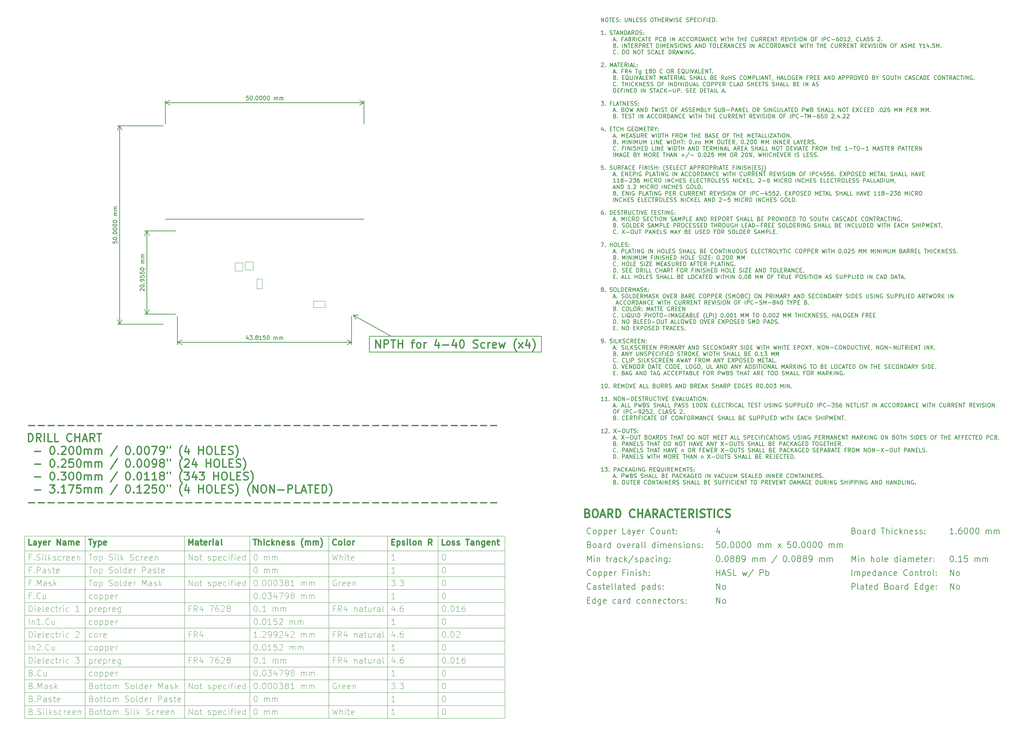
<source format=gbr>
%TF.GenerationSoftware,KiCad,Pcbnew,7.0.1*%
%TF.CreationDate,2024-01-20T12:23:47-08:00*%
%TF.ProjectId,CC1200 Dev Board,43433132-3030-4204-9465-7620426f6172,v1.0*%
%TF.SameCoordinates,PX450a6a0PY58363a0*%
%TF.FileFunction,OtherDrawing,Comment*%
%FSLAX46Y46*%
G04 Gerber Fmt 4.6, Leading zero omitted, Abs format (unit mm)*
G04 Created by KiCad (PCBNEW 7.0.1) date 2024-01-20 12:23:47*
%MOMM*%
%LPD*%
G01*
G04 APERTURE LIST*
%ADD10C,0.100000*%
%ADD11C,0.150000*%
%ADD12C,0.200000*%
%ADD13C,0.300000*%
%ADD14C,0.400000*%
G04 APERTURE END LIST*
D10*
X-35495200Y-86441600D02*
X85440516Y-86441600D01*
X-35495200Y-92941600D02*
X85440516Y-92941600D01*
X-35495200Y-66941600D02*
X85440516Y-66941600D01*
X4761942Y-53441600D02*
X4761942Y-99441600D01*
X-35495200Y-63691600D02*
X85440516Y-63691600D01*
X21211943Y-53441600D02*
X21211943Y-99441600D01*
X-35495200Y-53441600D02*
X-35495200Y-99441600D01*
X-35495200Y-99441600D02*
X85440516Y-99441600D01*
X41090515Y-53441600D02*
X41090515Y-99441600D01*
X-35495200Y-73441600D02*
X85440516Y-73441600D01*
X68633372Y-53441600D02*
X68633372Y-99441600D01*
X-20259486Y-53441600D02*
X-20259486Y-99441600D01*
X-35495200Y-60441600D02*
X85440516Y-60441600D01*
X-35495200Y-96191600D02*
X85440516Y-96191600D01*
X-35495200Y-76691600D02*
X85440516Y-76691600D01*
X-35495200Y-57191600D02*
X85440516Y-57191600D01*
X-35495200Y-89691600D02*
X85440516Y-89691600D01*
X85440516Y-53441600D02*
X85440516Y-99441600D01*
X-35495200Y-83191600D02*
X85440516Y-83191600D01*
X-35495200Y-53441600D02*
X85440516Y-53441600D01*
D11*
X0Y26500000D02*
X50000000Y26500000D01*
D10*
X55897657Y-53441600D02*
X55897657Y-99441600D01*
X-35495200Y-79941600D02*
X85440516Y-79941600D01*
X-35495200Y-70191600D02*
X85440516Y-70191600D01*
X70026229Y-64513028D02*
X70169086Y-64513028D01*
X70169086Y-64513028D02*
X70311943Y-64584457D01*
X70311943Y-64584457D02*
X70383372Y-64655885D01*
X70383372Y-64655885D02*
X70454800Y-64798742D01*
X70454800Y-64798742D02*
X70526229Y-65084457D01*
X70526229Y-65084457D02*
X70526229Y-65441600D01*
X70526229Y-65441600D02*
X70454800Y-65727314D01*
X70454800Y-65727314D02*
X70383372Y-65870171D01*
X70383372Y-65870171D02*
X70311943Y-65941600D01*
X70311943Y-65941600D02*
X70169086Y-66013028D01*
X70169086Y-66013028D02*
X70026229Y-66013028D01*
X70026229Y-66013028D02*
X69883372Y-65941600D01*
X69883372Y-65941600D02*
X69811943Y-65870171D01*
X69811943Y-65870171D02*
X69740514Y-65727314D01*
X69740514Y-65727314D02*
X69669086Y-65441600D01*
X69669086Y-65441600D02*
X69669086Y-65084457D01*
X69669086Y-65084457D02*
X69740514Y-64798742D01*
X69740514Y-64798742D02*
X69811943Y-64655885D01*
X69811943Y-64655885D02*
X69883372Y-64584457D01*
X69883372Y-64584457D02*
X70026229Y-64513028D01*
X-34388058Y-72513028D02*
X-34388058Y-71013028D01*
X-34388058Y-71013028D02*
X-34030915Y-71013028D01*
X-34030915Y-71013028D02*
X-33816629Y-71084457D01*
X-33816629Y-71084457D02*
X-33673772Y-71227314D01*
X-33673772Y-71227314D02*
X-33602343Y-71370171D01*
X-33602343Y-71370171D02*
X-33530915Y-71655885D01*
X-33530915Y-71655885D02*
X-33530915Y-71870171D01*
X-33530915Y-71870171D02*
X-33602343Y-72155885D01*
X-33602343Y-72155885D02*
X-33673772Y-72298742D01*
X-33673772Y-72298742D02*
X-33816629Y-72441600D01*
X-33816629Y-72441600D02*
X-34030915Y-72513028D01*
X-34030915Y-72513028D02*
X-34388058Y-72513028D01*
X-32888058Y-72513028D02*
X-32888058Y-71513028D01*
X-32888058Y-71013028D02*
X-32959486Y-71084457D01*
X-32959486Y-71084457D02*
X-32888058Y-71155885D01*
X-32888058Y-71155885D02*
X-32816629Y-71084457D01*
X-32816629Y-71084457D02*
X-32888058Y-71013028D01*
X-32888058Y-71013028D02*
X-32888058Y-71155885D01*
X-31602343Y-72441600D02*
X-31745200Y-72513028D01*
X-31745200Y-72513028D02*
X-32030914Y-72513028D01*
X-32030914Y-72513028D02*
X-32173772Y-72441600D01*
X-32173772Y-72441600D02*
X-32245200Y-72298742D01*
X-32245200Y-72298742D02*
X-32245200Y-71727314D01*
X-32245200Y-71727314D02*
X-32173772Y-71584457D01*
X-32173772Y-71584457D02*
X-32030914Y-71513028D01*
X-32030914Y-71513028D02*
X-31745200Y-71513028D01*
X-31745200Y-71513028D02*
X-31602343Y-71584457D01*
X-31602343Y-71584457D02*
X-31530914Y-71727314D01*
X-31530914Y-71727314D02*
X-31530914Y-71870171D01*
X-31530914Y-71870171D02*
X-32245200Y-72013028D01*
X-30673772Y-72513028D02*
X-30816629Y-72441600D01*
X-30816629Y-72441600D02*
X-30888058Y-72298742D01*
X-30888058Y-72298742D02*
X-30888058Y-71013028D01*
X-29530915Y-72441600D02*
X-29673772Y-72513028D01*
X-29673772Y-72513028D02*
X-29959486Y-72513028D01*
X-29959486Y-72513028D02*
X-30102344Y-72441600D01*
X-30102344Y-72441600D02*
X-30173772Y-72298742D01*
X-30173772Y-72298742D02*
X-30173772Y-71727314D01*
X-30173772Y-71727314D02*
X-30102344Y-71584457D01*
X-30102344Y-71584457D02*
X-29959486Y-71513028D01*
X-29959486Y-71513028D02*
X-29673772Y-71513028D01*
X-29673772Y-71513028D02*
X-29530915Y-71584457D01*
X-29530915Y-71584457D02*
X-29459486Y-71727314D01*
X-29459486Y-71727314D02*
X-29459486Y-71870171D01*
X-29459486Y-71870171D02*
X-30173772Y-72013028D01*
X-28173772Y-72441600D02*
X-28316630Y-72513028D01*
X-28316630Y-72513028D02*
X-28602344Y-72513028D01*
X-28602344Y-72513028D02*
X-28745201Y-72441600D01*
X-28745201Y-72441600D02*
X-28816630Y-72370171D01*
X-28816630Y-72370171D02*
X-28888058Y-72227314D01*
X-28888058Y-72227314D02*
X-28888058Y-71798742D01*
X-28888058Y-71798742D02*
X-28816630Y-71655885D01*
X-28816630Y-71655885D02*
X-28745201Y-71584457D01*
X-28745201Y-71584457D02*
X-28602344Y-71513028D01*
X-28602344Y-71513028D02*
X-28316630Y-71513028D01*
X-28316630Y-71513028D02*
X-28173772Y-71584457D01*
X-27745201Y-71513028D02*
X-27173773Y-71513028D01*
X-27530916Y-71013028D02*
X-27530916Y-72298742D01*
X-27530916Y-72298742D02*
X-27459487Y-72441600D01*
X-27459487Y-72441600D02*
X-27316630Y-72513028D01*
X-27316630Y-72513028D02*
X-27173773Y-72513028D01*
X-26673773Y-72513028D02*
X-26673773Y-71513028D01*
X-26673773Y-71798742D02*
X-26602344Y-71655885D01*
X-26602344Y-71655885D02*
X-26530915Y-71584457D01*
X-26530915Y-71584457D02*
X-26388058Y-71513028D01*
X-26388058Y-71513028D02*
X-26245201Y-71513028D01*
X-25745202Y-72513028D02*
X-25745202Y-71513028D01*
X-25745202Y-71013028D02*
X-25816630Y-71084457D01*
X-25816630Y-71084457D02*
X-25745202Y-71155885D01*
X-25745202Y-71155885D02*
X-25673773Y-71084457D01*
X-25673773Y-71084457D02*
X-25745202Y-71013028D01*
X-25745202Y-71013028D02*
X-25745202Y-71155885D01*
X-24388058Y-72441600D02*
X-24530916Y-72513028D01*
X-24530916Y-72513028D02*
X-24816630Y-72513028D01*
X-24816630Y-72513028D02*
X-24959487Y-72441600D01*
X-24959487Y-72441600D02*
X-25030916Y-72370171D01*
X-25030916Y-72370171D02*
X-25102344Y-72227314D01*
X-25102344Y-72227314D02*
X-25102344Y-71798742D01*
X-25102344Y-71798742D02*
X-25030916Y-71655885D01*
X-25030916Y-71655885D02*
X-24959487Y-71584457D01*
X-24959487Y-71584457D02*
X-24816630Y-71513028D01*
X-24816630Y-71513028D02*
X-24530916Y-71513028D01*
X-24530916Y-71513028D02*
X-24388058Y-71584457D01*
X-21816630Y-72513028D02*
X-22673773Y-72513028D01*
X-22245202Y-72513028D02*
X-22245202Y-71013028D01*
X-22245202Y-71013028D02*
X-22388059Y-71227314D01*
X-22388059Y-71227314D02*
X-22530916Y-71370171D01*
X-22530916Y-71370171D02*
X-22673773Y-71441600D01*
X-18509486Y-82191600D02*
X-18652344Y-82263028D01*
X-18652344Y-82263028D02*
X-18938058Y-82263028D01*
X-18938058Y-82263028D02*
X-19080915Y-82191600D01*
X-19080915Y-82191600D02*
X-19152344Y-82120171D01*
X-19152344Y-82120171D02*
X-19223772Y-81977314D01*
X-19223772Y-81977314D02*
X-19223772Y-81548742D01*
X-19223772Y-81548742D02*
X-19152344Y-81405885D01*
X-19152344Y-81405885D02*
X-19080915Y-81334457D01*
X-19080915Y-81334457D02*
X-18938058Y-81263028D01*
X-18938058Y-81263028D02*
X-18652344Y-81263028D01*
X-18652344Y-81263028D02*
X-18509486Y-81334457D01*
X-17652344Y-82263028D02*
X-17795201Y-82191600D01*
X-17795201Y-82191600D02*
X-17866630Y-82120171D01*
X-17866630Y-82120171D02*
X-17938058Y-81977314D01*
X-17938058Y-81977314D02*
X-17938058Y-81548742D01*
X-17938058Y-81548742D02*
X-17866630Y-81405885D01*
X-17866630Y-81405885D02*
X-17795201Y-81334457D01*
X-17795201Y-81334457D02*
X-17652344Y-81263028D01*
X-17652344Y-81263028D02*
X-17438058Y-81263028D01*
X-17438058Y-81263028D02*
X-17295201Y-81334457D01*
X-17295201Y-81334457D02*
X-17223772Y-81405885D01*
X-17223772Y-81405885D02*
X-17152344Y-81548742D01*
X-17152344Y-81548742D02*
X-17152344Y-81977314D01*
X-17152344Y-81977314D02*
X-17223772Y-82120171D01*
X-17223772Y-82120171D02*
X-17295201Y-82191600D01*
X-17295201Y-82191600D02*
X-17438058Y-82263028D01*
X-17438058Y-82263028D02*
X-17652344Y-82263028D01*
X-16509487Y-81263028D02*
X-16509487Y-82763028D01*
X-16509487Y-81334457D02*
X-16366629Y-81263028D01*
X-16366629Y-81263028D02*
X-16080915Y-81263028D01*
X-16080915Y-81263028D02*
X-15938058Y-81334457D01*
X-15938058Y-81334457D02*
X-15866629Y-81405885D01*
X-15866629Y-81405885D02*
X-15795201Y-81548742D01*
X-15795201Y-81548742D02*
X-15795201Y-81977314D01*
X-15795201Y-81977314D02*
X-15866629Y-82120171D01*
X-15866629Y-82120171D02*
X-15938058Y-82191600D01*
X-15938058Y-82191600D02*
X-16080915Y-82263028D01*
X-16080915Y-82263028D02*
X-16366629Y-82263028D01*
X-16366629Y-82263028D02*
X-16509487Y-82191600D01*
X-15152344Y-81263028D02*
X-15152344Y-82763028D01*
X-15152344Y-81334457D02*
X-15009486Y-81263028D01*
X-15009486Y-81263028D02*
X-14723772Y-81263028D01*
X-14723772Y-81263028D02*
X-14580915Y-81334457D01*
X-14580915Y-81334457D02*
X-14509486Y-81405885D01*
X-14509486Y-81405885D02*
X-14438058Y-81548742D01*
X-14438058Y-81548742D02*
X-14438058Y-81977314D01*
X-14438058Y-81977314D02*
X-14509486Y-82120171D01*
X-14509486Y-82120171D02*
X-14580915Y-82191600D01*
X-14580915Y-82191600D02*
X-14723772Y-82263028D01*
X-14723772Y-82263028D02*
X-15009486Y-82263028D01*
X-15009486Y-82263028D02*
X-15152344Y-82191600D01*
X-13223772Y-82191600D02*
X-13366629Y-82263028D01*
X-13366629Y-82263028D02*
X-13652343Y-82263028D01*
X-13652343Y-82263028D02*
X-13795201Y-82191600D01*
X-13795201Y-82191600D02*
X-13866629Y-82048742D01*
X-13866629Y-82048742D02*
X-13866629Y-81477314D01*
X-13866629Y-81477314D02*
X-13795201Y-81334457D01*
X-13795201Y-81334457D02*
X-13652343Y-81263028D01*
X-13652343Y-81263028D02*
X-13366629Y-81263028D01*
X-13366629Y-81263028D02*
X-13223772Y-81334457D01*
X-13223772Y-81334457D02*
X-13152343Y-81477314D01*
X-13152343Y-81477314D02*
X-13152343Y-81620171D01*
X-13152343Y-81620171D02*
X-13866629Y-81763028D01*
X-12509487Y-82263028D02*
X-12509487Y-81263028D01*
X-12509487Y-81548742D02*
X-12438058Y-81405885D01*
X-12438058Y-81405885D02*
X-12366629Y-81334457D01*
X-12366629Y-81334457D02*
X-12223772Y-81263028D01*
X-12223772Y-81263028D02*
X-12080915Y-81263028D01*
X22604800Y-97013028D02*
X22747657Y-97013028D01*
X22747657Y-97013028D02*
X22890514Y-97084457D01*
X22890514Y-97084457D02*
X22961943Y-97155885D01*
X22961943Y-97155885D02*
X23033371Y-97298742D01*
X23033371Y-97298742D02*
X23104800Y-97584457D01*
X23104800Y-97584457D02*
X23104800Y-97941600D01*
X23104800Y-97941600D02*
X23033371Y-98227314D01*
X23033371Y-98227314D02*
X22961943Y-98370171D01*
X22961943Y-98370171D02*
X22890514Y-98441600D01*
X22890514Y-98441600D02*
X22747657Y-98513028D01*
X22747657Y-98513028D02*
X22604800Y-98513028D01*
X22604800Y-98513028D02*
X22461943Y-98441600D01*
X22461943Y-98441600D02*
X22390514Y-98370171D01*
X22390514Y-98370171D02*
X22319085Y-98227314D01*
X22319085Y-98227314D02*
X22247657Y-97941600D01*
X22247657Y-97941600D02*
X22247657Y-97584457D01*
X22247657Y-97584457D02*
X22319085Y-97298742D01*
X22319085Y-97298742D02*
X22390514Y-97155885D01*
X22390514Y-97155885D02*
X22461943Y-97084457D01*
X22461943Y-97084457D02*
X22604800Y-97013028D01*
X24890513Y-98513028D02*
X24890513Y-97513028D01*
X24890513Y-97655885D02*
X24961942Y-97584457D01*
X24961942Y-97584457D02*
X25104799Y-97513028D01*
X25104799Y-97513028D02*
X25319085Y-97513028D01*
X25319085Y-97513028D02*
X25461942Y-97584457D01*
X25461942Y-97584457D02*
X25533371Y-97727314D01*
X25533371Y-97727314D02*
X25533371Y-98513028D01*
X25533371Y-97727314D02*
X25604799Y-97584457D01*
X25604799Y-97584457D02*
X25747656Y-97513028D01*
X25747656Y-97513028D02*
X25961942Y-97513028D01*
X25961942Y-97513028D02*
X26104799Y-97584457D01*
X26104799Y-97584457D02*
X26176228Y-97727314D01*
X26176228Y-97727314D02*
X26176228Y-98513028D01*
X26890513Y-98513028D02*
X26890513Y-97513028D01*
X26890513Y-97655885D02*
X26961942Y-97584457D01*
X26961942Y-97584457D02*
X27104799Y-97513028D01*
X27104799Y-97513028D02*
X27319085Y-97513028D01*
X27319085Y-97513028D02*
X27461942Y-97584457D01*
X27461942Y-97584457D02*
X27533371Y-97727314D01*
X27533371Y-97727314D02*
X27533371Y-98513028D01*
X27533371Y-97727314D02*
X27604799Y-97584457D01*
X27604799Y-97584457D02*
X27747656Y-97513028D01*
X27747656Y-97513028D02*
X27961942Y-97513028D01*
X27961942Y-97513028D02*
X28104799Y-97584457D01*
X28104799Y-97584457D02*
X28176228Y-97727314D01*
X28176228Y-97727314D02*
X28176228Y-98513028D01*
D12*
X198037652Y-58430228D02*
X198180509Y-58430228D01*
X198180509Y-58430228D02*
X198323366Y-58501657D01*
X198323366Y-58501657D02*
X198394795Y-58573085D01*
X198394795Y-58573085D02*
X198466223Y-58715942D01*
X198466223Y-58715942D02*
X198537652Y-59001657D01*
X198537652Y-59001657D02*
X198537652Y-59358800D01*
X198537652Y-59358800D02*
X198466223Y-59644514D01*
X198466223Y-59644514D02*
X198394795Y-59787371D01*
X198394795Y-59787371D02*
X198323366Y-59858800D01*
X198323366Y-59858800D02*
X198180509Y-59930228D01*
X198180509Y-59930228D02*
X198037652Y-59930228D01*
X198037652Y-59930228D02*
X197894795Y-59858800D01*
X197894795Y-59858800D02*
X197823366Y-59787371D01*
X197823366Y-59787371D02*
X197751937Y-59644514D01*
X197751937Y-59644514D02*
X197680509Y-59358800D01*
X197680509Y-59358800D02*
X197680509Y-59001657D01*
X197680509Y-59001657D02*
X197751937Y-58715942D01*
X197751937Y-58715942D02*
X197823366Y-58573085D01*
X197823366Y-58573085D02*
X197894795Y-58501657D01*
X197894795Y-58501657D02*
X198037652Y-58430228D01*
X199180508Y-59787371D02*
X199251937Y-59858800D01*
X199251937Y-59858800D02*
X199180508Y-59930228D01*
X199180508Y-59930228D02*
X199109080Y-59858800D01*
X199109080Y-59858800D02*
X199180508Y-59787371D01*
X199180508Y-59787371D02*
X199180508Y-59930228D01*
X200680509Y-59930228D02*
X199823366Y-59930228D01*
X200251937Y-59930228D02*
X200251937Y-58430228D01*
X200251937Y-58430228D02*
X200109080Y-58644514D01*
X200109080Y-58644514D02*
X199966223Y-58787371D01*
X199966223Y-58787371D02*
X199823366Y-58858800D01*
X202037651Y-58430228D02*
X201323365Y-58430228D01*
X201323365Y-58430228D02*
X201251937Y-59144514D01*
X201251937Y-59144514D02*
X201323365Y-59073085D01*
X201323365Y-59073085D02*
X201466223Y-59001657D01*
X201466223Y-59001657D02*
X201823365Y-59001657D01*
X201823365Y-59001657D02*
X201966223Y-59073085D01*
X201966223Y-59073085D02*
X202037651Y-59144514D01*
X202037651Y-59144514D02*
X202109080Y-59287371D01*
X202109080Y-59287371D02*
X202109080Y-59644514D01*
X202109080Y-59644514D02*
X202037651Y-59787371D01*
X202037651Y-59787371D02*
X201966223Y-59858800D01*
X201966223Y-59858800D02*
X201823365Y-59930228D01*
X201823365Y-59930228D02*
X201466223Y-59930228D01*
X201466223Y-59930228D02*
X201323365Y-59858800D01*
X201323365Y-59858800D02*
X201251937Y-59787371D01*
X203894793Y-59930228D02*
X203894793Y-58930228D01*
X203894793Y-59073085D02*
X203966222Y-59001657D01*
X203966222Y-59001657D02*
X204109079Y-58930228D01*
X204109079Y-58930228D02*
X204323365Y-58930228D01*
X204323365Y-58930228D02*
X204466222Y-59001657D01*
X204466222Y-59001657D02*
X204537651Y-59144514D01*
X204537651Y-59144514D02*
X204537651Y-59930228D01*
X204537651Y-59144514D02*
X204609079Y-59001657D01*
X204609079Y-59001657D02*
X204751936Y-58930228D01*
X204751936Y-58930228D02*
X204966222Y-58930228D01*
X204966222Y-58930228D02*
X205109079Y-59001657D01*
X205109079Y-59001657D02*
X205180508Y-59144514D01*
X205180508Y-59144514D02*
X205180508Y-59930228D01*
X205894793Y-59930228D02*
X205894793Y-58930228D01*
X205894793Y-59073085D02*
X205966222Y-59001657D01*
X205966222Y-59001657D02*
X206109079Y-58930228D01*
X206109079Y-58930228D02*
X206323365Y-58930228D01*
X206323365Y-58930228D02*
X206466222Y-59001657D01*
X206466222Y-59001657D02*
X206537651Y-59144514D01*
X206537651Y-59144514D02*
X206537651Y-59930228D01*
X206537651Y-59144514D02*
X206609079Y-59001657D01*
X206609079Y-59001657D02*
X206751936Y-58930228D01*
X206751936Y-58930228D02*
X206966222Y-58930228D01*
X206966222Y-58930228D02*
X207109079Y-59001657D01*
X207109079Y-59001657D02*
X207180508Y-59144514D01*
X207180508Y-59144514D02*
X207180508Y-59930228D01*
D10*
X57790514Y-98513028D02*
X56933371Y-98513028D01*
X57361942Y-98513028D02*
X57361942Y-97013028D01*
X57361942Y-97013028D02*
X57219085Y-97227314D01*
X57219085Y-97227314D02*
X57076228Y-97370171D01*
X57076228Y-97370171D02*
X56933371Y-97441600D01*
X22604800Y-67763028D02*
X22747657Y-67763028D01*
X22747657Y-67763028D02*
X22890514Y-67834457D01*
X22890514Y-67834457D02*
X22961943Y-67905885D01*
X22961943Y-67905885D02*
X23033371Y-68048742D01*
X23033371Y-68048742D02*
X23104800Y-68334457D01*
X23104800Y-68334457D02*
X23104800Y-68691600D01*
X23104800Y-68691600D02*
X23033371Y-68977314D01*
X23033371Y-68977314D02*
X22961943Y-69120171D01*
X22961943Y-69120171D02*
X22890514Y-69191600D01*
X22890514Y-69191600D02*
X22747657Y-69263028D01*
X22747657Y-69263028D02*
X22604800Y-69263028D01*
X22604800Y-69263028D02*
X22461943Y-69191600D01*
X22461943Y-69191600D02*
X22390514Y-69120171D01*
X22390514Y-69120171D02*
X22319085Y-68977314D01*
X22319085Y-68977314D02*
X22247657Y-68691600D01*
X22247657Y-68691600D02*
X22247657Y-68334457D01*
X22247657Y-68334457D02*
X22319085Y-68048742D01*
X22319085Y-68048742D02*
X22390514Y-67905885D01*
X22390514Y-67905885D02*
X22461943Y-67834457D01*
X22461943Y-67834457D02*
X22604800Y-67763028D01*
X23747656Y-69120171D02*
X23819085Y-69191600D01*
X23819085Y-69191600D02*
X23747656Y-69263028D01*
X23747656Y-69263028D02*
X23676228Y-69191600D01*
X23676228Y-69191600D02*
X23747656Y-69120171D01*
X23747656Y-69120171D02*
X23747656Y-69263028D01*
X24747657Y-67763028D02*
X24890514Y-67763028D01*
X24890514Y-67763028D02*
X25033371Y-67834457D01*
X25033371Y-67834457D02*
X25104800Y-67905885D01*
X25104800Y-67905885D02*
X25176228Y-68048742D01*
X25176228Y-68048742D02*
X25247657Y-68334457D01*
X25247657Y-68334457D02*
X25247657Y-68691600D01*
X25247657Y-68691600D02*
X25176228Y-68977314D01*
X25176228Y-68977314D02*
X25104800Y-69120171D01*
X25104800Y-69120171D02*
X25033371Y-69191600D01*
X25033371Y-69191600D02*
X24890514Y-69263028D01*
X24890514Y-69263028D02*
X24747657Y-69263028D01*
X24747657Y-69263028D02*
X24604800Y-69191600D01*
X24604800Y-69191600D02*
X24533371Y-69120171D01*
X24533371Y-69120171D02*
X24461942Y-68977314D01*
X24461942Y-68977314D02*
X24390514Y-68691600D01*
X24390514Y-68691600D02*
X24390514Y-68334457D01*
X24390514Y-68334457D02*
X24461942Y-68048742D01*
X24461942Y-68048742D02*
X24533371Y-67905885D01*
X24533371Y-67905885D02*
X24604800Y-67834457D01*
X24604800Y-67834457D02*
X24747657Y-67763028D01*
X25747656Y-67763028D02*
X26676228Y-67763028D01*
X26676228Y-67763028D02*
X26176228Y-68334457D01*
X26176228Y-68334457D02*
X26390513Y-68334457D01*
X26390513Y-68334457D02*
X26533371Y-68405885D01*
X26533371Y-68405885D02*
X26604799Y-68477314D01*
X26604799Y-68477314D02*
X26676228Y-68620171D01*
X26676228Y-68620171D02*
X26676228Y-68977314D01*
X26676228Y-68977314D02*
X26604799Y-69120171D01*
X26604799Y-69120171D02*
X26533371Y-69191600D01*
X26533371Y-69191600D02*
X26390513Y-69263028D01*
X26390513Y-69263028D02*
X25961942Y-69263028D01*
X25961942Y-69263028D02*
X25819085Y-69191600D01*
X25819085Y-69191600D02*
X25747656Y-69120171D01*
X27961942Y-68263028D02*
X27961942Y-69263028D01*
X27604799Y-67691600D02*
X27247656Y-68763028D01*
X27247656Y-68763028D02*
X28176227Y-68763028D01*
X28604798Y-67763028D02*
X29604798Y-67763028D01*
X29604798Y-67763028D02*
X28961941Y-69263028D01*
X30247655Y-69263028D02*
X30533369Y-69263028D01*
X30533369Y-69263028D02*
X30676226Y-69191600D01*
X30676226Y-69191600D02*
X30747655Y-69120171D01*
X30747655Y-69120171D02*
X30890512Y-68905885D01*
X30890512Y-68905885D02*
X30961941Y-68620171D01*
X30961941Y-68620171D02*
X30961941Y-68048742D01*
X30961941Y-68048742D02*
X30890512Y-67905885D01*
X30890512Y-67905885D02*
X30819084Y-67834457D01*
X30819084Y-67834457D02*
X30676226Y-67763028D01*
X30676226Y-67763028D02*
X30390512Y-67763028D01*
X30390512Y-67763028D02*
X30247655Y-67834457D01*
X30247655Y-67834457D02*
X30176226Y-67905885D01*
X30176226Y-67905885D02*
X30104798Y-68048742D01*
X30104798Y-68048742D02*
X30104798Y-68405885D01*
X30104798Y-68405885D02*
X30176226Y-68548742D01*
X30176226Y-68548742D02*
X30247655Y-68620171D01*
X30247655Y-68620171D02*
X30390512Y-68691600D01*
X30390512Y-68691600D02*
X30676226Y-68691600D01*
X30676226Y-68691600D02*
X30819084Y-68620171D01*
X30819084Y-68620171D02*
X30890512Y-68548742D01*
X30890512Y-68548742D02*
X30961941Y-68405885D01*
X31819083Y-68405885D02*
X31676226Y-68334457D01*
X31676226Y-68334457D02*
X31604797Y-68263028D01*
X31604797Y-68263028D02*
X31533369Y-68120171D01*
X31533369Y-68120171D02*
X31533369Y-68048742D01*
X31533369Y-68048742D02*
X31604797Y-67905885D01*
X31604797Y-67905885D02*
X31676226Y-67834457D01*
X31676226Y-67834457D02*
X31819083Y-67763028D01*
X31819083Y-67763028D02*
X32104797Y-67763028D01*
X32104797Y-67763028D02*
X32247655Y-67834457D01*
X32247655Y-67834457D02*
X32319083Y-67905885D01*
X32319083Y-67905885D02*
X32390512Y-68048742D01*
X32390512Y-68048742D02*
X32390512Y-68120171D01*
X32390512Y-68120171D02*
X32319083Y-68263028D01*
X32319083Y-68263028D02*
X32247655Y-68334457D01*
X32247655Y-68334457D02*
X32104797Y-68405885D01*
X32104797Y-68405885D02*
X31819083Y-68405885D01*
X31819083Y-68405885D02*
X31676226Y-68477314D01*
X31676226Y-68477314D02*
X31604797Y-68548742D01*
X31604797Y-68548742D02*
X31533369Y-68691600D01*
X31533369Y-68691600D02*
X31533369Y-68977314D01*
X31533369Y-68977314D02*
X31604797Y-69120171D01*
X31604797Y-69120171D02*
X31676226Y-69191600D01*
X31676226Y-69191600D02*
X31819083Y-69263028D01*
X31819083Y-69263028D02*
X32104797Y-69263028D01*
X32104797Y-69263028D02*
X32247655Y-69191600D01*
X32247655Y-69191600D02*
X32319083Y-69120171D01*
X32319083Y-69120171D02*
X32390512Y-68977314D01*
X32390512Y-68977314D02*
X32390512Y-68691600D01*
X32390512Y-68691600D02*
X32319083Y-68548742D01*
X32319083Y-68548742D02*
X32247655Y-68477314D01*
X32247655Y-68477314D02*
X32104797Y-68405885D01*
X34176225Y-69263028D02*
X34176225Y-68263028D01*
X34176225Y-68405885D02*
X34247654Y-68334457D01*
X34247654Y-68334457D02*
X34390511Y-68263028D01*
X34390511Y-68263028D02*
X34604797Y-68263028D01*
X34604797Y-68263028D02*
X34747654Y-68334457D01*
X34747654Y-68334457D02*
X34819083Y-68477314D01*
X34819083Y-68477314D02*
X34819083Y-69263028D01*
X34819083Y-68477314D02*
X34890511Y-68334457D01*
X34890511Y-68334457D02*
X35033368Y-68263028D01*
X35033368Y-68263028D02*
X35247654Y-68263028D01*
X35247654Y-68263028D02*
X35390511Y-68334457D01*
X35390511Y-68334457D02*
X35461940Y-68477314D01*
X35461940Y-68477314D02*
X35461940Y-69263028D01*
X36176225Y-69263028D02*
X36176225Y-68263028D01*
X36176225Y-68405885D02*
X36247654Y-68334457D01*
X36247654Y-68334457D02*
X36390511Y-68263028D01*
X36390511Y-68263028D02*
X36604797Y-68263028D01*
X36604797Y-68263028D02*
X36747654Y-68334457D01*
X36747654Y-68334457D02*
X36819083Y-68477314D01*
X36819083Y-68477314D02*
X36819083Y-69263028D01*
X36819083Y-68477314D02*
X36890511Y-68334457D01*
X36890511Y-68334457D02*
X37033368Y-68263028D01*
X37033368Y-68263028D02*
X37247654Y-68263028D01*
X37247654Y-68263028D02*
X37390511Y-68334457D01*
X37390511Y-68334457D02*
X37461940Y-68477314D01*
X37461940Y-68477314D02*
X37461940Y-69263028D01*
D13*
X5869084Y-55763028D02*
X5869084Y-54263028D01*
X5869084Y-54263028D02*
X6369084Y-55334457D01*
X6369084Y-55334457D02*
X6869084Y-54263028D01*
X6869084Y-54263028D02*
X6869084Y-55763028D01*
X8226228Y-55763028D02*
X8226228Y-54977314D01*
X8226228Y-54977314D02*
X8154799Y-54834457D01*
X8154799Y-54834457D02*
X8011942Y-54763028D01*
X8011942Y-54763028D02*
X7726228Y-54763028D01*
X7726228Y-54763028D02*
X7583370Y-54834457D01*
X8226228Y-55691600D02*
X8083370Y-55763028D01*
X8083370Y-55763028D02*
X7726228Y-55763028D01*
X7726228Y-55763028D02*
X7583370Y-55691600D01*
X7583370Y-55691600D02*
X7511942Y-55548742D01*
X7511942Y-55548742D02*
X7511942Y-55405885D01*
X7511942Y-55405885D02*
X7583370Y-55263028D01*
X7583370Y-55263028D02*
X7726228Y-55191600D01*
X7726228Y-55191600D02*
X8083370Y-55191600D01*
X8083370Y-55191600D02*
X8226228Y-55120171D01*
X8726228Y-54763028D02*
X9297656Y-54763028D01*
X8940513Y-54263028D02*
X8940513Y-55548742D01*
X8940513Y-55548742D02*
X9011942Y-55691600D01*
X9011942Y-55691600D02*
X9154799Y-55763028D01*
X9154799Y-55763028D02*
X9297656Y-55763028D01*
X10369085Y-55691600D02*
X10226228Y-55763028D01*
X10226228Y-55763028D02*
X9940514Y-55763028D01*
X9940514Y-55763028D02*
X9797656Y-55691600D01*
X9797656Y-55691600D02*
X9726228Y-55548742D01*
X9726228Y-55548742D02*
X9726228Y-54977314D01*
X9726228Y-54977314D02*
X9797656Y-54834457D01*
X9797656Y-54834457D02*
X9940514Y-54763028D01*
X9940514Y-54763028D02*
X10226228Y-54763028D01*
X10226228Y-54763028D02*
X10369085Y-54834457D01*
X10369085Y-54834457D02*
X10440514Y-54977314D01*
X10440514Y-54977314D02*
X10440514Y-55120171D01*
X10440514Y-55120171D02*
X9726228Y-55263028D01*
X11083370Y-55763028D02*
X11083370Y-54763028D01*
X11083370Y-55048742D02*
X11154799Y-54905885D01*
X11154799Y-54905885D02*
X11226228Y-54834457D01*
X11226228Y-54834457D02*
X11369085Y-54763028D01*
X11369085Y-54763028D02*
X11511942Y-54763028D01*
X12011941Y-55763028D02*
X12011941Y-54763028D01*
X12011941Y-54263028D02*
X11940513Y-54334457D01*
X11940513Y-54334457D02*
X12011941Y-54405885D01*
X12011941Y-54405885D02*
X12083370Y-54334457D01*
X12083370Y-54334457D02*
X12011941Y-54263028D01*
X12011941Y-54263028D02*
X12011941Y-54405885D01*
X13369085Y-55763028D02*
X13369085Y-54977314D01*
X13369085Y-54977314D02*
X13297656Y-54834457D01*
X13297656Y-54834457D02*
X13154799Y-54763028D01*
X13154799Y-54763028D02*
X12869085Y-54763028D01*
X12869085Y-54763028D02*
X12726227Y-54834457D01*
X13369085Y-55691600D02*
X13226227Y-55763028D01*
X13226227Y-55763028D02*
X12869085Y-55763028D01*
X12869085Y-55763028D02*
X12726227Y-55691600D01*
X12726227Y-55691600D02*
X12654799Y-55548742D01*
X12654799Y-55548742D02*
X12654799Y-55405885D01*
X12654799Y-55405885D02*
X12726227Y-55263028D01*
X12726227Y-55263028D02*
X12869085Y-55191600D01*
X12869085Y-55191600D02*
X13226227Y-55191600D01*
X13226227Y-55191600D02*
X13369085Y-55120171D01*
X14297656Y-55763028D02*
X14154799Y-55691600D01*
X14154799Y-55691600D02*
X14083370Y-55548742D01*
X14083370Y-55548742D02*
X14083370Y-54263028D01*
D11*
X109843695Y76259181D02*
X109843695Y77259181D01*
X109843695Y77259181D02*
X110415123Y76259181D01*
X110415123Y76259181D02*
X110415123Y77259181D01*
X111081790Y77259181D02*
X111272266Y77259181D01*
X111272266Y77259181D02*
X111367504Y77211562D01*
X111367504Y77211562D02*
X111462742Y77116324D01*
X111462742Y77116324D02*
X111510361Y76925848D01*
X111510361Y76925848D02*
X111510361Y76592515D01*
X111510361Y76592515D02*
X111462742Y76402039D01*
X111462742Y76402039D02*
X111367504Y76306800D01*
X111367504Y76306800D02*
X111272266Y76259181D01*
X111272266Y76259181D02*
X111081790Y76259181D01*
X111081790Y76259181D02*
X110986552Y76306800D01*
X110986552Y76306800D02*
X110891314Y76402039D01*
X110891314Y76402039D02*
X110843695Y76592515D01*
X110843695Y76592515D02*
X110843695Y76925848D01*
X110843695Y76925848D02*
X110891314Y77116324D01*
X110891314Y77116324D02*
X110986552Y77211562D01*
X110986552Y77211562D02*
X111081790Y77259181D01*
X111796076Y77259181D02*
X112367504Y77259181D01*
X112081790Y76259181D02*
X112081790Y77259181D01*
X112700838Y76782991D02*
X113034171Y76782991D01*
X113177028Y76259181D02*
X112700838Y76259181D01*
X112700838Y76259181D02*
X112700838Y77259181D01*
X112700838Y77259181D02*
X113177028Y77259181D01*
X113557981Y76306800D02*
X113700838Y76259181D01*
X113700838Y76259181D02*
X113938933Y76259181D01*
X113938933Y76259181D02*
X114034171Y76306800D01*
X114034171Y76306800D02*
X114081790Y76354420D01*
X114081790Y76354420D02*
X114129409Y76449658D01*
X114129409Y76449658D02*
X114129409Y76544896D01*
X114129409Y76544896D02*
X114081790Y76640134D01*
X114081790Y76640134D02*
X114034171Y76687753D01*
X114034171Y76687753D02*
X113938933Y76735372D01*
X113938933Y76735372D02*
X113748457Y76782991D01*
X113748457Y76782991D02*
X113653219Y76830610D01*
X113653219Y76830610D02*
X113605600Y76878229D01*
X113605600Y76878229D02*
X113557981Y76973467D01*
X113557981Y76973467D02*
X113557981Y77068705D01*
X113557981Y77068705D02*
X113605600Y77163943D01*
X113605600Y77163943D02*
X113653219Y77211562D01*
X113653219Y77211562D02*
X113748457Y77259181D01*
X113748457Y77259181D02*
X113986552Y77259181D01*
X113986552Y77259181D02*
X114129409Y77211562D01*
X114557981Y76354420D02*
X114605600Y76306800D01*
X114605600Y76306800D02*
X114557981Y76259181D01*
X114557981Y76259181D02*
X114510362Y76306800D01*
X114510362Y76306800D02*
X114557981Y76354420D01*
X114557981Y76354420D02*
X114557981Y76259181D01*
X114557981Y76878229D02*
X114605600Y76830610D01*
X114605600Y76830610D02*
X114557981Y76782991D01*
X114557981Y76782991D02*
X114510362Y76830610D01*
X114510362Y76830610D02*
X114557981Y76878229D01*
X114557981Y76878229D02*
X114557981Y76782991D01*
X115796076Y77259181D02*
X115796076Y76449658D01*
X115796076Y76449658D02*
X115843695Y76354420D01*
X115843695Y76354420D02*
X115891314Y76306800D01*
X115891314Y76306800D02*
X115986552Y76259181D01*
X115986552Y76259181D02*
X116177028Y76259181D01*
X116177028Y76259181D02*
X116272266Y76306800D01*
X116272266Y76306800D02*
X116319885Y76354420D01*
X116319885Y76354420D02*
X116367504Y76449658D01*
X116367504Y76449658D02*
X116367504Y77259181D01*
X116843695Y76259181D02*
X116843695Y77259181D01*
X116843695Y77259181D02*
X117415123Y76259181D01*
X117415123Y76259181D02*
X117415123Y77259181D01*
X118367504Y76259181D02*
X117891314Y76259181D01*
X117891314Y76259181D02*
X117891314Y77259181D01*
X118700838Y76782991D02*
X119034171Y76782991D01*
X119177028Y76259181D02*
X118700838Y76259181D01*
X118700838Y76259181D02*
X118700838Y77259181D01*
X118700838Y77259181D02*
X119177028Y77259181D01*
X119557981Y76306800D02*
X119700838Y76259181D01*
X119700838Y76259181D02*
X119938933Y76259181D01*
X119938933Y76259181D02*
X120034171Y76306800D01*
X120034171Y76306800D02*
X120081790Y76354420D01*
X120081790Y76354420D02*
X120129409Y76449658D01*
X120129409Y76449658D02*
X120129409Y76544896D01*
X120129409Y76544896D02*
X120081790Y76640134D01*
X120081790Y76640134D02*
X120034171Y76687753D01*
X120034171Y76687753D02*
X119938933Y76735372D01*
X119938933Y76735372D02*
X119748457Y76782991D01*
X119748457Y76782991D02*
X119653219Y76830610D01*
X119653219Y76830610D02*
X119605600Y76878229D01*
X119605600Y76878229D02*
X119557981Y76973467D01*
X119557981Y76973467D02*
X119557981Y77068705D01*
X119557981Y77068705D02*
X119605600Y77163943D01*
X119605600Y77163943D02*
X119653219Y77211562D01*
X119653219Y77211562D02*
X119748457Y77259181D01*
X119748457Y77259181D02*
X119986552Y77259181D01*
X119986552Y77259181D02*
X120129409Y77211562D01*
X120510362Y76306800D02*
X120653219Y76259181D01*
X120653219Y76259181D02*
X120891314Y76259181D01*
X120891314Y76259181D02*
X120986552Y76306800D01*
X120986552Y76306800D02*
X121034171Y76354420D01*
X121034171Y76354420D02*
X121081790Y76449658D01*
X121081790Y76449658D02*
X121081790Y76544896D01*
X121081790Y76544896D02*
X121034171Y76640134D01*
X121034171Y76640134D02*
X120986552Y76687753D01*
X120986552Y76687753D02*
X120891314Y76735372D01*
X120891314Y76735372D02*
X120700838Y76782991D01*
X120700838Y76782991D02*
X120605600Y76830610D01*
X120605600Y76830610D02*
X120557981Y76878229D01*
X120557981Y76878229D02*
X120510362Y76973467D01*
X120510362Y76973467D02*
X120510362Y77068705D01*
X120510362Y77068705D02*
X120557981Y77163943D01*
X120557981Y77163943D02*
X120605600Y77211562D01*
X120605600Y77211562D02*
X120700838Y77259181D01*
X120700838Y77259181D02*
X120938933Y77259181D01*
X120938933Y77259181D02*
X121081790Y77211562D01*
X122462743Y77259181D02*
X122653219Y77259181D01*
X122653219Y77259181D02*
X122748457Y77211562D01*
X122748457Y77211562D02*
X122843695Y77116324D01*
X122843695Y77116324D02*
X122891314Y76925848D01*
X122891314Y76925848D02*
X122891314Y76592515D01*
X122891314Y76592515D02*
X122843695Y76402039D01*
X122843695Y76402039D02*
X122748457Y76306800D01*
X122748457Y76306800D02*
X122653219Y76259181D01*
X122653219Y76259181D02*
X122462743Y76259181D01*
X122462743Y76259181D02*
X122367505Y76306800D01*
X122367505Y76306800D02*
X122272267Y76402039D01*
X122272267Y76402039D02*
X122224648Y76592515D01*
X122224648Y76592515D02*
X122224648Y76925848D01*
X122224648Y76925848D02*
X122272267Y77116324D01*
X122272267Y77116324D02*
X122367505Y77211562D01*
X122367505Y77211562D02*
X122462743Y77259181D01*
X123177029Y77259181D02*
X123748457Y77259181D01*
X123462743Y76259181D02*
X123462743Y77259181D01*
X124081791Y76259181D02*
X124081791Y77259181D01*
X124081791Y76782991D02*
X124653219Y76782991D01*
X124653219Y76259181D02*
X124653219Y77259181D01*
X125129410Y76782991D02*
X125462743Y76782991D01*
X125605600Y76259181D02*
X125129410Y76259181D01*
X125129410Y76259181D02*
X125129410Y77259181D01*
X125129410Y77259181D02*
X125605600Y77259181D01*
X126605600Y76259181D02*
X126272267Y76735372D01*
X126034172Y76259181D02*
X126034172Y77259181D01*
X126034172Y77259181D02*
X126415124Y77259181D01*
X126415124Y77259181D02*
X126510362Y77211562D01*
X126510362Y77211562D02*
X126557981Y77163943D01*
X126557981Y77163943D02*
X126605600Y77068705D01*
X126605600Y77068705D02*
X126605600Y76925848D01*
X126605600Y76925848D02*
X126557981Y76830610D01*
X126557981Y76830610D02*
X126510362Y76782991D01*
X126510362Y76782991D02*
X126415124Y76735372D01*
X126415124Y76735372D02*
X126034172Y76735372D01*
X126938934Y77259181D02*
X127177029Y76259181D01*
X127177029Y76259181D02*
X127367505Y76973467D01*
X127367505Y76973467D02*
X127557981Y76259181D01*
X127557981Y76259181D02*
X127796077Y77259181D01*
X128177029Y76259181D02*
X128177029Y77259181D01*
X128605600Y76306800D02*
X128748457Y76259181D01*
X128748457Y76259181D02*
X128986552Y76259181D01*
X128986552Y76259181D02*
X129081790Y76306800D01*
X129081790Y76306800D02*
X129129409Y76354420D01*
X129129409Y76354420D02*
X129177028Y76449658D01*
X129177028Y76449658D02*
X129177028Y76544896D01*
X129177028Y76544896D02*
X129129409Y76640134D01*
X129129409Y76640134D02*
X129081790Y76687753D01*
X129081790Y76687753D02*
X128986552Y76735372D01*
X128986552Y76735372D02*
X128796076Y76782991D01*
X128796076Y76782991D02*
X128700838Y76830610D01*
X128700838Y76830610D02*
X128653219Y76878229D01*
X128653219Y76878229D02*
X128605600Y76973467D01*
X128605600Y76973467D02*
X128605600Y77068705D01*
X128605600Y77068705D02*
X128653219Y77163943D01*
X128653219Y77163943D02*
X128700838Y77211562D01*
X128700838Y77211562D02*
X128796076Y77259181D01*
X128796076Y77259181D02*
X129034171Y77259181D01*
X129034171Y77259181D02*
X129177028Y77211562D01*
X129605600Y76782991D02*
X129938933Y76782991D01*
X130081790Y76259181D02*
X129605600Y76259181D01*
X129605600Y76259181D02*
X129605600Y77259181D01*
X129605600Y77259181D02*
X130081790Y77259181D01*
X131224648Y76306800D02*
X131367505Y76259181D01*
X131367505Y76259181D02*
X131605600Y76259181D01*
X131605600Y76259181D02*
X131700838Y76306800D01*
X131700838Y76306800D02*
X131748457Y76354420D01*
X131748457Y76354420D02*
X131796076Y76449658D01*
X131796076Y76449658D02*
X131796076Y76544896D01*
X131796076Y76544896D02*
X131748457Y76640134D01*
X131748457Y76640134D02*
X131700838Y76687753D01*
X131700838Y76687753D02*
X131605600Y76735372D01*
X131605600Y76735372D02*
X131415124Y76782991D01*
X131415124Y76782991D02*
X131319886Y76830610D01*
X131319886Y76830610D02*
X131272267Y76878229D01*
X131272267Y76878229D02*
X131224648Y76973467D01*
X131224648Y76973467D02*
X131224648Y77068705D01*
X131224648Y77068705D02*
X131272267Y77163943D01*
X131272267Y77163943D02*
X131319886Y77211562D01*
X131319886Y77211562D02*
X131415124Y77259181D01*
X131415124Y77259181D02*
X131653219Y77259181D01*
X131653219Y77259181D02*
X131796076Y77211562D01*
X132224648Y76259181D02*
X132224648Y77259181D01*
X132224648Y77259181D02*
X132605600Y77259181D01*
X132605600Y77259181D02*
X132700838Y77211562D01*
X132700838Y77211562D02*
X132748457Y77163943D01*
X132748457Y77163943D02*
X132796076Y77068705D01*
X132796076Y77068705D02*
X132796076Y76925848D01*
X132796076Y76925848D02*
X132748457Y76830610D01*
X132748457Y76830610D02*
X132700838Y76782991D01*
X132700838Y76782991D02*
X132605600Y76735372D01*
X132605600Y76735372D02*
X132224648Y76735372D01*
X133224648Y76782991D02*
X133557981Y76782991D01*
X133700838Y76259181D02*
X133224648Y76259181D01*
X133224648Y76259181D02*
X133224648Y77259181D01*
X133224648Y77259181D02*
X133700838Y77259181D01*
X134700838Y76354420D02*
X134653219Y76306800D01*
X134653219Y76306800D02*
X134510362Y76259181D01*
X134510362Y76259181D02*
X134415124Y76259181D01*
X134415124Y76259181D02*
X134272267Y76306800D01*
X134272267Y76306800D02*
X134177029Y76402039D01*
X134177029Y76402039D02*
X134129410Y76497277D01*
X134129410Y76497277D02*
X134081791Y76687753D01*
X134081791Y76687753D02*
X134081791Y76830610D01*
X134081791Y76830610D02*
X134129410Y77021086D01*
X134129410Y77021086D02*
X134177029Y77116324D01*
X134177029Y77116324D02*
X134272267Y77211562D01*
X134272267Y77211562D02*
X134415124Y77259181D01*
X134415124Y77259181D02*
X134510362Y77259181D01*
X134510362Y77259181D02*
X134653219Y77211562D01*
X134653219Y77211562D02*
X134700838Y77163943D01*
X135129410Y76259181D02*
X135129410Y77259181D01*
X135938933Y76782991D02*
X135605600Y76782991D01*
X135605600Y76259181D02*
X135605600Y77259181D01*
X135605600Y77259181D02*
X136081790Y77259181D01*
X136462743Y76259181D02*
X136462743Y77259181D01*
X136938933Y76782991D02*
X137272266Y76782991D01*
X137415123Y76259181D02*
X136938933Y76259181D01*
X136938933Y76259181D02*
X136938933Y77259181D01*
X136938933Y77259181D02*
X137415123Y77259181D01*
X137843695Y76259181D02*
X137843695Y77259181D01*
X137843695Y77259181D02*
X138081790Y77259181D01*
X138081790Y77259181D02*
X138224647Y77211562D01*
X138224647Y77211562D02*
X138319885Y77116324D01*
X138319885Y77116324D02*
X138367504Y77021086D01*
X138367504Y77021086D02*
X138415123Y76830610D01*
X138415123Y76830610D02*
X138415123Y76687753D01*
X138415123Y76687753D02*
X138367504Y76497277D01*
X138367504Y76497277D02*
X138319885Y76402039D01*
X138319885Y76402039D02*
X138224647Y76306800D01*
X138224647Y76306800D02*
X138081790Y76259181D01*
X138081790Y76259181D02*
X137843695Y76259181D01*
X138843695Y76354420D02*
X138891314Y76306800D01*
X138891314Y76306800D02*
X138843695Y76259181D01*
X138843695Y76259181D02*
X138796076Y76306800D01*
X138796076Y76306800D02*
X138843695Y76354420D01*
X138843695Y76354420D02*
X138843695Y76259181D01*
X110367504Y73019181D02*
X109796076Y73019181D01*
X110081790Y73019181D02*
X110081790Y74019181D01*
X110081790Y74019181D02*
X109986552Y73876324D01*
X109986552Y73876324D02*
X109891314Y73781086D01*
X109891314Y73781086D02*
X109796076Y73733467D01*
X110796076Y73114420D02*
X110843695Y73066800D01*
X110843695Y73066800D02*
X110796076Y73019181D01*
X110796076Y73019181D02*
X110748457Y73066800D01*
X110748457Y73066800D02*
X110796076Y73114420D01*
X110796076Y73114420D02*
X110796076Y73019181D01*
X111986552Y73066800D02*
X112129409Y73019181D01*
X112129409Y73019181D02*
X112367504Y73019181D01*
X112367504Y73019181D02*
X112462742Y73066800D01*
X112462742Y73066800D02*
X112510361Y73114420D01*
X112510361Y73114420D02*
X112557980Y73209658D01*
X112557980Y73209658D02*
X112557980Y73304896D01*
X112557980Y73304896D02*
X112510361Y73400134D01*
X112510361Y73400134D02*
X112462742Y73447753D01*
X112462742Y73447753D02*
X112367504Y73495372D01*
X112367504Y73495372D02*
X112177028Y73542991D01*
X112177028Y73542991D02*
X112081790Y73590610D01*
X112081790Y73590610D02*
X112034171Y73638229D01*
X112034171Y73638229D02*
X111986552Y73733467D01*
X111986552Y73733467D02*
X111986552Y73828705D01*
X111986552Y73828705D02*
X112034171Y73923943D01*
X112034171Y73923943D02*
X112081790Y73971562D01*
X112081790Y73971562D02*
X112177028Y74019181D01*
X112177028Y74019181D02*
X112415123Y74019181D01*
X112415123Y74019181D02*
X112557980Y73971562D01*
X112843695Y74019181D02*
X113415123Y74019181D01*
X113129409Y73019181D02*
X113129409Y74019181D01*
X113700838Y73304896D02*
X114177028Y73304896D01*
X113605600Y73019181D02*
X113938933Y74019181D01*
X113938933Y74019181D02*
X114272266Y73019181D01*
X114605600Y73019181D02*
X114605600Y74019181D01*
X114605600Y74019181D02*
X115177028Y73019181D01*
X115177028Y73019181D02*
X115177028Y74019181D01*
X115653219Y73019181D02*
X115653219Y74019181D01*
X115653219Y74019181D02*
X115891314Y74019181D01*
X115891314Y74019181D02*
X116034171Y73971562D01*
X116034171Y73971562D02*
X116129409Y73876324D01*
X116129409Y73876324D02*
X116177028Y73781086D01*
X116177028Y73781086D02*
X116224647Y73590610D01*
X116224647Y73590610D02*
X116224647Y73447753D01*
X116224647Y73447753D02*
X116177028Y73257277D01*
X116177028Y73257277D02*
X116129409Y73162039D01*
X116129409Y73162039D02*
X116034171Y73066800D01*
X116034171Y73066800D02*
X115891314Y73019181D01*
X115891314Y73019181D02*
X115653219Y73019181D01*
X116605600Y73304896D02*
X117081790Y73304896D01*
X116510362Y73019181D02*
X116843695Y74019181D01*
X116843695Y74019181D02*
X117177028Y73019181D01*
X118081790Y73019181D02*
X117748457Y73495372D01*
X117510362Y73019181D02*
X117510362Y74019181D01*
X117510362Y74019181D02*
X117891314Y74019181D01*
X117891314Y74019181D02*
X117986552Y73971562D01*
X117986552Y73971562D02*
X118034171Y73923943D01*
X118034171Y73923943D02*
X118081790Y73828705D01*
X118081790Y73828705D02*
X118081790Y73685848D01*
X118081790Y73685848D02*
X118034171Y73590610D01*
X118034171Y73590610D02*
X117986552Y73542991D01*
X117986552Y73542991D02*
X117891314Y73495372D01*
X117891314Y73495372D02*
X117510362Y73495372D01*
X118510362Y73019181D02*
X118510362Y74019181D01*
X118510362Y74019181D02*
X118748457Y74019181D01*
X118748457Y74019181D02*
X118891314Y73971562D01*
X118891314Y73971562D02*
X118986552Y73876324D01*
X118986552Y73876324D02*
X119034171Y73781086D01*
X119034171Y73781086D02*
X119081790Y73590610D01*
X119081790Y73590610D02*
X119081790Y73447753D01*
X119081790Y73447753D02*
X119034171Y73257277D01*
X119034171Y73257277D02*
X118986552Y73162039D01*
X118986552Y73162039D02*
X118891314Y73066800D01*
X118891314Y73066800D02*
X118748457Y73019181D01*
X118748457Y73019181D02*
X118510362Y73019181D01*
X119462743Y73066800D02*
X119605600Y73019181D01*
X119605600Y73019181D02*
X119843695Y73019181D01*
X119843695Y73019181D02*
X119938933Y73066800D01*
X119938933Y73066800D02*
X119986552Y73114420D01*
X119986552Y73114420D02*
X120034171Y73209658D01*
X120034171Y73209658D02*
X120034171Y73304896D01*
X120034171Y73304896D02*
X119986552Y73400134D01*
X119986552Y73400134D02*
X119938933Y73447753D01*
X119938933Y73447753D02*
X119843695Y73495372D01*
X119843695Y73495372D02*
X119653219Y73542991D01*
X119653219Y73542991D02*
X119557981Y73590610D01*
X119557981Y73590610D02*
X119510362Y73638229D01*
X119510362Y73638229D02*
X119462743Y73733467D01*
X119462743Y73733467D02*
X119462743Y73828705D01*
X119462743Y73828705D02*
X119510362Y73923943D01*
X119510362Y73923943D02*
X119557981Y73971562D01*
X119557981Y73971562D02*
X119653219Y74019181D01*
X119653219Y74019181D02*
X119891314Y74019181D01*
X119891314Y74019181D02*
X120034171Y73971562D01*
X120462743Y73114420D02*
X120510362Y73066800D01*
X120510362Y73066800D02*
X120462743Y73019181D01*
X120462743Y73019181D02*
X120415124Y73066800D01*
X120415124Y73066800D02*
X120462743Y73114420D01*
X120462743Y73114420D02*
X120462743Y73019181D01*
X120462743Y73638229D02*
X120510362Y73590610D01*
X120510362Y73590610D02*
X120462743Y73542991D01*
X120462743Y73542991D02*
X120415124Y73590610D01*
X120415124Y73590610D02*
X120462743Y73638229D01*
X120462743Y73638229D02*
X120462743Y73542991D01*
X112843696Y71684896D02*
X113319886Y71684896D01*
X112748458Y71399181D02*
X113081791Y72399181D01*
X113081791Y72399181D02*
X113415124Y71399181D01*
X113748458Y71494420D02*
X113796077Y71446800D01*
X113796077Y71446800D02*
X113748458Y71399181D01*
X113748458Y71399181D02*
X113700839Y71446800D01*
X113700839Y71446800D02*
X113748458Y71494420D01*
X113748458Y71494420D02*
X113748458Y71399181D01*
X115319886Y71922991D02*
X114986553Y71922991D01*
X114986553Y71399181D02*
X114986553Y72399181D01*
X114986553Y72399181D02*
X115462743Y72399181D01*
X115796077Y71684896D02*
X116272267Y71684896D01*
X115700839Y71399181D02*
X116034172Y72399181D01*
X116034172Y72399181D02*
X116367505Y71399181D01*
X117034172Y71922991D02*
X117177029Y71875372D01*
X117177029Y71875372D02*
X117224648Y71827753D01*
X117224648Y71827753D02*
X117272267Y71732515D01*
X117272267Y71732515D02*
X117272267Y71589658D01*
X117272267Y71589658D02*
X117224648Y71494420D01*
X117224648Y71494420D02*
X117177029Y71446800D01*
X117177029Y71446800D02*
X117081791Y71399181D01*
X117081791Y71399181D02*
X116700839Y71399181D01*
X116700839Y71399181D02*
X116700839Y72399181D01*
X116700839Y72399181D02*
X117034172Y72399181D01*
X117034172Y72399181D02*
X117129410Y72351562D01*
X117129410Y72351562D02*
X117177029Y72303943D01*
X117177029Y72303943D02*
X117224648Y72208705D01*
X117224648Y72208705D02*
X117224648Y72113467D01*
X117224648Y72113467D02*
X117177029Y72018229D01*
X117177029Y72018229D02*
X117129410Y71970610D01*
X117129410Y71970610D02*
X117034172Y71922991D01*
X117034172Y71922991D02*
X116700839Y71922991D01*
X118272267Y71399181D02*
X117938934Y71875372D01*
X117700839Y71399181D02*
X117700839Y72399181D01*
X117700839Y72399181D02*
X118081791Y72399181D01*
X118081791Y72399181D02*
X118177029Y72351562D01*
X118177029Y72351562D02*
X118224648Y72303943D01*
X118224648Y72303943D02*
X118272267Y72208705D01*
X118272267Y72208705D02*
X118272267Y72065848D01*
X118272267Y72065848D02*
X118224648Y71970610D01*
X118224648Y71970610D02*
X118177029Y71922991D01*
X118177029Y71922991D02*
X118081791Y71875372D01*
X118081791Y71875372D02*
X117700839Y71875372D01*
X118700839Y71399181D02*
X118700839Y72399181D01*
X119748457Y71494420D02*
X119700838Y71446800D01*
X119700838Y71446800D02*
X119557981Y71399181D01*
X119557981Y71399181D02*
X119462743Y71399181D01*
X119462743Y71399181D02*
X119319886Y71446800D01*
X119319886Y71446800D02*
X119224648Y71542039D01*
X119224648Y71542039D02*
X119177029Y71637277D01*
X119177029Y71637277D02*
X119129410Y71827753D01*
X119129410Y71827753D02*
X119129410Y71970610D01*
X119129410Y71970610D02*
X119177029Y72161086D01*
X119177029Y72161086D02*
X119224648Y72256324D01*
X119224648Y72256324D02*
X119319886Y72351562D01*
X119319886Y72351562D02*
X119462743Y72399181D01*
X119462743Y72399181D02*
X119557981Y72399181D01*
X119557981Y72399181D02*
X119700838Y72351562D01*
X119700838Y72351562D02*
X119748457Y72303943D01*
X120129410Y71684896D02*
X120605600Y71684896D01*
X120034172Y71399181D02*
X120367505Y72399181D01*
X120367505Y72399181D02*
X120700838Y71399181D01*
X120891315Y72399181D02*
X121462743Y72399181D01*
X121177029Y71399181D02*
X121177029Y72399181D01*
X121796077Y71922991D02*
X122129410Y71922991D01*
X122272267Y71399181D02*
X121796077Y71399181D01*
X121796077Y71399181D02*
X121796077Y72399181D01*
X121796077Y72399181D02*
X122272267Y72399181D01*
X123462744Y71399181D02*
X123462744Y72399181D01*
X123462744Y72399181D02*
X123843696Y72399181D01*
X123843696Y72399181D02*
X123938934Y72351562D01*
X123938934Y72351562D02*
X123986553Y72303943D01*
X123986553Y72303943D02*
X124034172Y72208705D01*
X124034172Y72208705D02*
X124034172Y72065848D01*
X124034172Y72065848D02*
X123986553Y71970610D01*
X123986553Y71970610D02*
X123938934Y71922991D01*
X123938934Y71922991D02*
X123843696Y71875372D01*
X123843696Y71875372D02*
X123462744Y71875372D01*
X125034172Y71494420D02*
X124986553Y71446800D01*
X124986553Y71446800D02*
X124843696Y71399181D01*
X124843696Y71399181D02*
X124748458Y71399181D01*
X124748458Y71399181D02*
X124605601Y71446800D01*
X124605601Y71446800D02*
X124510363Y71542039D01*
X124510363Y71542039D02*
X124462744Y71637277D01*
X124462744Y71637277D02*
X124415125Y71827753D01*
X124415125Y71827753D02*
X124415125Y71970610D01*
X124415125Y71970610D02*
X124462744Y72161086D01*
X124462744Y72161086D02*
X124510363Y72256324D01*
X124510363Y72256324D02*
X124605601Y72351562D01*
X124605601Y72351562D02*
X124748458Y72399181D01*
X124748458Y72399181D02*
X124843696Y72399181D01*
X124843696Y72399181D02*
X124986553Y72351562D01*
X124986553Y72351562D02*
X125034172Y72303943D01*
X125796077Y71922991D02*
X125938934Y71875372D01*
X125938934Y71875372D02*
X125986553Y71827753D01*
X125986553Y71827753D02*
X126034172Y71732515D01*
X126034172Y71732515D02*
X126034172Y71589658D01*
X126034172Y71589658D02*
X125986553Y71494420D01*
X125986553Y71494420D02*
X125938934Y71446800D01*
X125938934Y71446800D02*
X125843696Y71399181D01*
X125843696Y71399181D02*
X125462744Y71399181D01*
X125462744Y71399181D02*
X125462744Y72399181D01*
X125462744Y72399181D02*
X125796077Y72399181D01*
X125796077Y72399181D02*
X125891315Y72351562D01*
X125891315Y72351562D02*
X125938934Y72303943D01*
X125938934Y72303943D02*
X125986553Y72208705D01*
X125986553Y72208705D02*
X125986553Y72113467D01*
X125986553Y72113467D02*
X125938934Y72018229D01*
X125938934Y72018229D02*
X125891315Y71970610D01*
X125891315Y71970610D02*
X125796077Y71922991D01*
X125796077Y71922991D02*
X125462744Y71922991D01*
X127224649Y71399181D02*
X127224649Y72399181D01*
X127700839Y71399181D02*
X127700839Y72399181D01*
X127700839Y72399181D02*
X128272267Y71399181D01*
X128272267Y71399181D02*
X128272267Y72399181D01*
X129462744Y71684896D02*
X129938934Y71684896D01*
X129367506Y71399181D02*
X129700839Y72399181D01*
X129700839Y72399181D02*
X130034172Y71399181D01*
X130938934Y71494420D02*
X130891315Y71446800D01*
X130891315Y71446800D02*
X130748458Y71399181D01*
X130748458Y71399181D02*
X130653220Y71399181D01*
X130653220Y71399181D02*
X130510363Y71446800D01*
X130510363Y71446800D02*
X130415125Y71542039D01*
X130415125Y71542039D02*
X130367506Y71637277D01*
X130367506Y71637277D02*
X130319887Y71827753D01*
X130319887Y71827753D02*
X130319887Y71970610D01*
X130319887Y71970610D02*
X130367506Y72161086D01*
X130367506Y72161086D02*
X130415125Y72256324D01*
X130415125Y72256324D02*
X130510363Y72351562D01*
X130510363Y72351562D02*
X130653220Y72399181D01*
X130653220Y72399181D02*
X130748458Y72399181D01*
X130748458Y72399181D02*
X130891315Y72351562D01*
X130891315Y72351562D02*
X130938934Y72303943D01*
X131938934Y71494420D02*
X131891315Y71446800D01*
X131891315Y71446800D02*
X131748458Y71399181D01*
X131748458Y71399181D02*
X131653220Y71399181D01*
X131653220Y71399181D02*
X131510363Y71446800D01*
X131510363Y71446800D02*
X131415125Y71542039D01*
X131415125Y71542039D02*
X131367506Y71637277D01*
X131367506Y71637277D02*
X131319887Y71827753D01*
X131319887Y71827753D02*
X131319887Y71970610D01*
X131319887Y71970610D02*
X131367506Y72161086D01*
X131367506Y72161086D02*
X131415125Y72256324D01*
X131415125Y72256324D02*
X131510363Y72351562D01*
X131510363Y72351562D02*
X131653220Y72399181D01*
X131653220Y72399181D02*
X131748458Y72399181D01*
X131748458Y72399181D02*
X131891315Y72351562D01*
X131891315Y72351562D02*
X131938934Y72303943D01*
X132557982Y72399181D02*
X132748458Y72399181D01*
X132748458Y72399181D02*
X132843696Y72351562D01*
X132843696Y72351562D02*
X132938934Y72256324D01*
X132938934Y72256324D02*
X132986553Y72065848D01*
X132986553Y72065848D02*
X132986553Y71732515D01*
X132986553Y71732515D02*
X132938934Y71542039D01*
X132938934Y71542039D02*
X132843696Y71446800D01*
X132843696Y71446800D02*
X132748458Y71399181D01*
X132748458Y71399181D02*
X132557982Y71399181D01*
X132557982Y71399181D02*
X132462744Y71446800D01*
X132462744Y71446800D02*
X132367506Y71542039D01*
X132367506Y71542039D02*
X132319887Y71732515D01*
X132319887Y71732515D02*
X132319887Y72065848D01*
X132319887Y72065848D02*
X132367506Y72256324D01*
X132367506Y72256324D02*
X132462744Y72351562D01*
X132462744Y72351562D02*
X132557982Y72399181D01*
X133986553Y71399181D02*
X133653220Y71875372D01*
X133415125Y71399181D02*
X133415125Y72399181D01*
X133415125Y72399181D02*
X133796077Y72399181D01*
X133796077Y72399181D02*
X133891315Y72351562D01*
X133891315Y72351562D02*
X133938934Y72303943D01*
X133938934Y72303943D02*
X133986553Y72208705D01*
X133986553Y72208705D02*
X133986553Y72065848D01*
X133986553Y72065848D02*
X133938934Y71970610D01*
X133938934Y71970610D02*
X133891315Y71922991D01*
X133891315Y71922991D02*
X133796077Y71875372D01*
X133796077Y71875372D02*
X133415125Y71875372D01*
X134415125Y71399181D02*
X134415125Y72399181D01*
X134415125Y72399181D02*
X134653220Y72399181D01*
X134653220Y72399181D02*
X134796077Y72351562D01*
X134796077Y72351562D02*
X134891315Y72256324D01*
X134891315Y72256324D02*
X134938934Y72161086D01*
X134938934Y72161086D02*
X134986553Y71970610D01*
X134986553Y71970610D02*
X134986553Y71827753D01*
X134986553Y71827753D02*
X134938934Y71637277D01*
X134938934Y71637277D02*
X134891315Y71542039D01*
X134891315Y71542039D02*
X134796077Y71446800D01*
X134796077Y71446800D02*
X134653220Y71399181D01*
X134653220Y71399181D02*
X134415125Y71399181D01*
X135367506Y71684896D02*
X135843696Y71684896D01*
X135272268Y71399181D02*
X135605601Y72399181D01*
X135605601Y72399181D02*
X135938934Y71399181D01*
X136272268Y71399181D02*
X136272268Y72399181D01*
X136272268Y72399181D02*
X136843696Y71399181D01*
X136843696Y71399181D02*
X136843696Y72399181D01*
X137891315Y71494420D02*
X137843696Y71446800D01*
X137843696Y71446800D02*
X137700839Y71399181D01*
X137700839Y71399181D02*
X137605601Y71399181D01*
X137605601Y71399181D02*
X137462744Y71446800D01*
X137462744Y71446800D02*
X137367506Y71542039D01*
X137367506Y71542039D02*
X137319887Y71637277D01*
X137319887Y71637277D02*
X137272268Y71827753D01*
X137272268Y71827753D02*
X137272268Y71970610D01*
X137272268Y71970610D02*
X137319887Y72161086D01*
X137319887Y72161086D02*
X137367506Y72256324D01*
X137367506Y72256324D02*
X137462744Y72351562D01*
X137462744Y72351562D02*
X137605601Y72399181D01*
X137605601Y72399181D02*
X137700839Y72399181D01*
X137700839Y72399181D02*
X137843696Y72351562D01*
X137843696Y72351562D02*
X137891315Y72303943D01*
X138319887Y71922991D02*
X138653220Y71922991D01*
X138796077Y71399181D02*
X138319887Y71399181D01*
X138319887Y71399181D02*
X138319887Y72399181D01*
X138319887Y72399181D02*
X138796077Y72399181D01*
X139891316Y72399181D02*
X140129411Y71399181D01*
X140129411Y71399181D02*
X140319887Y72113467D01*
X140319887Y72113467D02*
X140510363Y71399181D01*
X140510363Y71399181D02*
X140748459Y72399181D01*
X141129411Y71399181D02*
X141129411Y72399181D01*
X141462744Y72399181D02*
X142034172Y72399181D01*
X141748458Y71399181D02*
X141748458Y72399181D01*
X142367506Y71399181D02*
X142367506Y72399181D01*
X142367506Y71922991D02*
X142938934Y71922991D01*
X142938934Y71399181D02*
X142938934Y72399181D01*
X144034173Y72399181D02*
X144605601Y72399181D01*
X144319887Y71399181D02*
X144319887Y72399181D01*
X144938935Y71399181D02*
X144938935Y72399181D01*
X144938935Y71922991D02*
X145510363Y71922991D01*
X145510363Y71399181D02*
X145510363Y72399181D01*
X145986554Y71922991D02*
X146319887Y71922991D01*
X146462744Y71399181D02*
X145986554Y71399181D01*
X145986554Y71399181D02*
X145986554Y72399181D01*
X145986554Y72399181D02*
X146462744Y72399181D01*
X148224649Y71494420D02*
X148177030Y71446800D01*
X148177030Y71446800D02*
X148034173Y71399181D01*
X148034173Y71399181D02*
X147938935Y71399181D01*
X147938935Y71399181D02*
X147796078Y71446800D01*
X147796078Y71446800D02*
X147700840Y71542039D01*
X147700840Y71542039D02*
X147653221Y71637277D01*
X147653221Y71637277D02*
X147605602Y71827753D01*
X147605602Y71827753D02*
X147605602Y71970610D01*
X147605602Y71970610D02*
X147653221Y72161086D01*
X147653221Y72161086D02*
X147700840Y72256324D01*
X147700840Y72256324D02*
X147796078Y72351562D01*
X147796078Y72351562D02*
X147938935Y72399181D01*
X147938935Y72399181D02*
X148034173Y72399181D01*
X148034173Y72399181D02*
X148177030Y72351562D01*
X148177030Y72351562D02*
X148224649Y72303943D01*
X148653221Y72399181D02*
X148653221Y71589658D01*
X148653221Y71589658D02*
X148700840Y71494420D01*
X148700840Y71494420D02*
X148748459Y71446800D01*
X148748459Y71446800D02*
X148843697Y71399181D01*
X148843697Y71399181D02*
X149034173Y71399181D01*
X149034173Y71399181D02*
X149129411Y71446800D01*
X149129411Y71446800D02*
X149177030Y71494420D01*
X149177030Y71494420D02*
X149224649Y71589658D01*
X149224649Y71589658D02*
X149224649Y72399181D01*
X150272268Y71399181D02*
X149938935Y71875372D01*
X149700840Y71399181D02*
X149700840Y72399181D01*
X149700840Y72399181D02*
X150081792Y72399181D01*
X150081792Y72399181D02*
X150177030Y72351562D01*
X150177030Y72351562D02*
X150224649Y72303943D01*
X150224649Y72303943D02*
X150272268Y72208705D01*
X150272268Y72208705D02*
X150272268Y72065848D01*
X150272268Y72065848D02*
X150224649Y71970610D01*
X150224649Y71970610D02*
X150177030Y71922991D01*
X150177030Y71922991D02*
X150081792Y71875372D01*
X150081792Y71875372D02*
X149700840Y71875372D01*
X151272268Y71399181D02*
X150938935Y71875372D01*
X150700840Y71399181D02*
X150700840Y72399181D01*
X150700840Y72399181D02*
X151081792Y72399181D01*
X151081792Y72399181D02*
X151177030Y72351562D01*
X151177030Y72351562D02*
X151224649Y72303943D01*
X151224649Y72303943D02*
X151272268Y72208705D01*
X151272268Y72208705D02*
X151272268Y72065848D01*
X151272268Y72065848D02*
X151224649Y71970610D01*
X151224649Y71970610D02*
X151177030Y71922991D01*
X151177030Y71922991D02*
X151081792Y71875372D01*
X151081792Y71875372D02*
X150700840Y71875372D01*
X151700840Y71922991D02*
X152034173Y71922991D01*
X152177030Y71399181D02*
X151700840Y71399181D01*
X151700840Y71399181D02*
X151700840Y72399181D01*
X151700840Y72399181D02*
X152177030Y72399181D01*
X152605602Y71399181D02*
X152605602Y72399181D01*
X152605602Y72399181D02*
X153177030Y71399181D01*
X153177030Y71399181D02*
X153177030Y72399181D01*
X153510364Y72399181D02*
X154081792Y72399181D01*
X153796078Y71399181D02*
X153796078Y72399181D01*
X155748459Y71399181D02*
X155415126Y71875372D01*
X155177031Y71399181D02*
X155177031Y72399181D01*
X155177031Y72399181D02*
X155557983Y72399181D01*
X155557983Y72399181D02*
X155653221Y72351562D01*
X155653221Y72351562D02*
X155700840Y72303943D01*
X155700840Y72303943D02*
X155748459Y72208705D01*
X155748459Y72208705D02*
X155748459Y72065848D01*
X155748459Y72065848D02*
X155700840Y71970610D01*
X155700840Y71970610D02*
X155653221Y71922991D01*
X155653221Y71922991D02*
X155557983Y71875372D01*
X155557983Y71875372D02*
X155177031Y71875372D01*
X156177031Y71922991D02*
X156510364Y71922991D01*
X156653221Y71399181D02*
X156177031Y71399181D01*
X156177031Y71399181D02*
X156177031Y72399181D01*
X156177031Y72399181D02*
X156653221Y72399181D01*
X156938936Y72399181D02*
X157272269Y71399181D01*
X157272269Y71399181D02*
X157605602Y72399181D01*
X157938936Y71399181D02*
X157938936Y72399181D01*
X158367507Y71446800D02*
X158510364Y71399181D01*
X158510364Y71399181D02*
X158748459Y71399181D01*
X158748459Y71399181D02*
X158843697Y71446800D01*
X158843697Y71446800D02*
X158891316Y71494420D01*
X158891316Y71494420D02*
X158938935Y71589658D01*
X158938935Y71589658D02*
X158938935Y71684896D01*
X158938935Y71684896D02*
X158891316Y71780134D01*
X158891316Y71780134D02*
X158843697Y71827753D01*
X158843697Y71827753D02*
X158748459Y71875372D01*
X158748459Y71875372D02*
X158557983Y71922991D01*
X158557983Y71922991D02*
X158462745Y71970610D01*
X158462745Y71970610D02*
X158415126Y72018229D01*
X158415126Y72018229D02*
X158367507Y72113467D01*
X158367507Y72113467D02*
X158367507Y72208705D01*
X158367507Y72208705D02*
X158415126Y72303943D01*
X158415126Y72303943D02*
X158462745Y72351562D01*
X158462745Y72351562D02*
X158557983Y72399181D01*
X158557983Y72399181D02*
X158796078Y72399181D01*
X158796078Y72399181D02*
X158938935Y72351562D01*
X159367507Y71399181D02*
X159367507Y72399181D01*
X160034173Y72399181D02*
X160224649Y72399181D01*
X160224649Y72399181D02*
X160319887Y72351562D01*
X160319887Y72351562D02*
X160415125Y72256324D01*
X160415125Y72256324D02*
X160462744Y72065848D01*
X160462744Y72065848D02*
X160462744Y71732515D01*
X160462744Y71732515D02*
X160415125Y71542039D01*
X160415125Y71542039D02*
X160319887Y71446800D01*
X160319887Y71446800D02*
X160224649Y71399181D01*
X160224649Y71399181D02*
X160034173Y71399181D01*
X160034173Y71399181D02*
X159938935Y71446800D01*
X159938935Y71446800D02*
X159843697Y71542039D01*
X159843697Y71542039D02*
X159796078Y71732515D01*
X159796078Y71732515D02*
X159796078Y72065848D01*
X159796078Y72065848D02*
X159843697Y72256324D01*
X159843697Y72256324D02*
X159938935Y72351562D01*
X159938935Y72351562D02*
X160034173Y72399181D01*
X160891316Y71399181D02*
X160891316Y72399181D01*
X160891316Y72399181D02*
X161462744Y71399181D01*
X161462744Y71399181D02*
X161462744Y72399181D01*
X162891316Y72399181D02*
X163081792Y72399181D01*
X163081792Y72399181D02*
X163177030Y72351562D01*
X163177030Y72351562D02*
X163272268Y72256324D01*
X163272268Y72256324D02*
X163319887Y72065848D01*
X163319887Y72065848D02*
X163319887Y71732515D01*
X163319887Y71732515D02*
X163272268Y71542039D01*
X163272268Y71542039D02*
X163177030Y71446800D01*
X163177030Y71446800D02*
X163081792Y71399181D01*
X163081792Y71399181D02*
X162891316Y71399181D01*
X162891316Y71399181D02*
X162796078Y71446800D01*
X162796078Y71446800D02*
X162700840Y71542039D01*
X162700840Y71542039D02*
X162653221Y71732515D01*
X162653221Y71732515D02*
X162653221Y72065848D01*
X162653221Y72065848D02*
X162700840Y72256324D01*
X162700840Y72256324D02*
X162796078Y72351562D01*
X162796078Y72351562D02*
X162891316Y72399181D01*
X164081792Y71922991D02*
X163748459Y71922991D01*
X163748459Y71399181D02*
X163748459Y72399181D01*
X163748459Y72399181D02*
X164224649Y72399181D01*
X165367507Y71399181D02*
X165367507Y72399181D01*
X165843697Y71399181D02*
X165843697Y72399181D01*
X165843697Y72399181D02*
X166224649Y72399181D01*
X166224649Y72399181D02*
X166319887Y72351562D01*
X166319887Y72351562D02*
X166367506Y72303943D01*
X166367506Y72303943D02*
X166415125Y72208705D01*
X166415125Y72208705D02*
X166415125Y72065848D01*
X166415125Y72065848D02*
X166367506Y71970610D01*
X166367506Y71970610D02*
X166319887Y71922991D01*
X166319887Y71922991D02*
X166224649Y71875372D01*
X166224649Y71875372D02*
X165843697Y71875372D01*
X167415125Y71494420D02*
X167367506Y71446800D01*
X167367506Y71446800D02*
X167224649Y71399181D01*
X167224649Y71399181D02*
X167129411Y71399181D01*
X167129411Y71399181D02*
X166986554Y71446800D01*
X166986554Y71446800D02*
X166891316Y71542039D01*
X166891316Y71542039D02*
X166843697Y71637277D01*
X166843697Y71637277D02*
X166796078Y71827753D01*
X166796078Y71827753D02*
X166796078Y71970610D01*
X166796078Y71970610D02*
X166843697Y72161086D01*
X166843697Y72161086D02*
X166891316Y72256324D01*
X166891316Y72256324D02*
X166986554Y72351562D01*
X166986554Y72351562D02*
X167129411Y72399181D01*
X167129411Y72399181D02*
X167224649Y72399181D01*
X167224649Y72399181D02*
X167367506Y72351562D01*
X167367506Y72351562D02*
X167415125Y72303943D01*
X167843697Y71780134D02*
X168605602Y71780134D01*
X169510363Y72399181D02*
X169319887Y72399181D01*
X169319887Y72399181D02*
X169224649Y72351562D01*
X169224649Y72351562D02*
X169177030Y72303943D01*
X169177030Y72303943D02*
X169081792Y72161086D01*
X169081792Y72161086D02*
X169034173Y71970610D01*
X169034173Y71970610D02*
X169034173Y71589658D01*
X169034173Y71589658D02*
X169081792Y71494420D01*
X169081792Y71494420D02*
X169129411Y71446800D01*
X169129411Y71446800D02*
X169224649Y71399181D01*
X169224649Y71399181D02*
X169415125Y71399181D01*
X169415125Y71399181D02*
X169510363Y71446800D01*
X169510363Y71446800D02*
X169557982Y71494420D01*
X169557982Y71494420D02*
X169605601Y71589658D01*
X169605601Y71589658D02*
X169605601Y71827753D01*
X169605601Y71827753D02*
X169557982Y71922991D01*
X169557982Y71922991D02*
X169510363Y71970610D01*
X169510363Y71970610D02*
X169415125Y72018229D01*
X169415125Y72018229D02*
X169224649Y72018229D01*
X169224649Y72018229D02*
X169129411Y71970610D01*
X169129411Y71970610D02*
X169081792Y71922991D01*
X169081792Y71922991D02*
X169034173Y71827753D01*
X170224649Y72399181D02*
X170319887Y72399181D01*
X170319887Y72399181D02*
X170415125Y72351562D01*
X170415125Y72351562D02*
X170462744Y72303943D01*
X170462744Y72303943D02*
X170510363Y72208705D01*
X170510363Y72208705D02*
X170557982Y72018229D01*
X170557982Y72018229D02*
X170557982Y71780134D01*
X170557982Y71780134D02*
X170510363Y71589658D01*
X170510363Y71589658D02*
X170462744Y71494420D01*
X170462744Y71494420D02*
X170415125Y71446800D01*
X170415125Y71446800D02*
X170319887Y71399181D01*
X170319887Y71399181D02*
X170224649Y71399181D01*
X170224649Y71399181D02*
X170129411Y71446800D01*
X170129411Y71446800D02*
X170081792Y71494420D01*
X170081792Y71494420D02*
X170034173Y71589658D01*
X170034173Y71589658D02*
X169986554Y71780134D01*
X169986554Y71780134D02*
X169986554Y72018229D01*
X169986554Y72018229D02*
X170034173Y72208705D01*
X170034173Y72208705D02*
X170081792Y72303943D01*
X170081792Y72303943D02*
X170129411Y72351562D01*
X170129411Y72351562D02*
X170224649Y72399181D01*
X171510363Y71399181D02*
X170938935Y71399181D01*
X171224649Y71399181D02*
X171224649Y72399181D01*
X171224649Y72399181D02*
X171129411Y72256324D01*
X171129411Y72256324D02*
X171034173Y72161086D01*
X171034173Y72161086D02*
X170938935Y72113467D01*
X171891316Y72303943D02*
X171938935Y72351562D01*
X171938935Y72351562D02*
X172034173Y72399181D01*
X172034173Y72399181D02*
X172272268Y72399181D01*
X172272268Y72399181D02*
X172367506Y72351562D01*
X172367506Y72351562D02*
X172415125Y72303943D01*
X172415125Y72303943D02*
X172462744Y72208705D01*
X172462744Y72208705D02*
X172462744Y72113467D01*
X172462744Y72113467D02*
X172415125Y71970610D01*
X172415125Y71970610D02*
X171843697Y71399181D01*
X171843697Y71399181D02*
X172462744Y71399181D01*
X172938935Y71446800D02*
X172938935Y71399181D01*
X172938935Y71399181D02*
X172891316Y71303943D01*
X172891316Y71303943D02*
X172843697Y71256324D01*
X174700839Y71494420D02*
X174653220Y71446800D01*
X174653220Y71446800D02*
X174510363Y71399181D01*
X174510363Y71399181D02*
X174415125Y71399181D01*
X174415125Y71399181D02*
X174272268Y71446800D01*
X174272268Y71446800D02*
X174177030Y71542039D01*
X174177030Y71542039D02*
X174129411Y71637277D01*
X174129411Y71637277D02*
X174081792Y71827753D01*
X174081792Y71827753D02*
X174081792Y71970610D01*
X174081792Y71970610D02*
X174129411Y72161086D01*
X174129411Y72161086D02*
X174177030Y72256324D01*
X174177030Y72256324D02*
X174272268Y72351562D01*
X174272268Y72351562D02*
X174415125Y72399181D01*
X174415125Y72399181D02*
X174510363Y72399181D01*
X174510363Y72399181D02*
X174653220Y72351562D01*
X174653220Y72351562D02*
X174700839Y72303943D01*
X175605601Y71399181D02*
X175129411Y71399181D01*
X175129411Y71399181D02*
X175129411Y72399181D01*
X175891316Y71684896D02*
X176367506Y71684896D01*
X175796078Y71399181D02*
X176129411Y72399181D01*
X176129411Y72399181D02*
X176462744Y71399181D01*
X176748459Y71446800D02*
X176891316Y71399181D01*
X176891316Y71399181D02*
X177129411Y71399181D01*
X177129411Y71399181D02*
X177224649Y71446800D01*
X177224649Y71446800D02*
X177272268Y71494420D01*
X177272268Y71494420D02*
X177319887Y71589658D01*
X177319887Y71589658D02*
X177319887Y71684896D01*
X177319887Y71684896D02*
X177272268Y71780134D01*
X177272268Y71780134D02*
X177224649Y71827753D01*
X177224649Y71827753D02*
X177129411Y71875372D01*
X177129411Y71875372D02*
X176938935Y71922991D01*
X176938935Y71922991D02*
X176843697Y71970610D01*
X176843697Y71970610D02*
X176796078Y72018229D01*
X176796078Y72018229D02*
X176748459Y72113467D01*
X176748459Y72113467D02*
X176748459Y72208705D01*
X176748459Y72208705D02*
X176796078Y72303943D01*
X176796078Y72303943D02*
X176843697Y72351562D01*
X176843697Y72351562D02*
X176938935Y72399181D01*
X176938935Y72399181D02*
X177177030Y72399181D01*
X177177030Y72399181D02*
X177319887Y72351562D01*
X177700840Y71446800D02*
X177843697Y71399181D01*
X177843697Y71399181D02*
X178081792Y71399181D01*
X178081792Y71399181D02*
X178177030Y71446800D01*
X178177030Y71446800D02*
X178224649Y71494420D01*
X178224649Y71494420D02*
X178272268Y71589658D01*
X178272268Y71589658D02*
X178272268Y71684896D01*
X178272268Y71684896D02*
X178224649Y71780134D01*
X178224649Y71780134D02*
X178177030Y71827753D01*
X178177030Y71827753D02*
X178081792Y71875372D01*
X178081792Y71875372D02*
X177891316Y71922991D01*
X177891316Y71922991D02*
X177796078Y71970610D01*
X177796078Y71970610D02*
X177748459Y72018229D01*
X177748459Y72018229D02*
X177700840Y72113467D01*
X177700840Y72113467D02*
X177700840Y72208705D01*
X177700840Y72208705D02*
X177748459Y72303943D01*
X177748459Y72303943D02*
X177796078Y72351562D01*
X177796078Y72351562D02*
X177891316Y72399181D01*
X177891316Y72399181D02*
X178129411Y72399181D01*
X178129411Y72399181D02*
X178272268Y72351562D01*
X179415126Y72303943D02*
X179462745Y72351562D01*
X179462745Y72351562D02*
X179557983Y72399181D01*
X179557983Y72399181D02*
X179796078Y72399181D01*
X179796078Y72399181D02*
X179891316Y72351562D01*
X179891316Y72351562D02*
X179938935Y72303943D01*
X179938935Y72303943D02*
X179986554Y72208705D01*
X179986554Y72208705D02*
X179986554Y72113467D01*
X179986554Y72113467D02*
X179938935Y71970610D01*
X179938935Y71970610D02*
X179367507Y71399181D01*
X179367507Y71399181D02*
X179986554Y71399181D01*
X180415126Y71494420D02*
X180462745Y71446800D01*
X180462745Y71446800D02*
X180415126Y71399181D01*
X180415126Y71399181D02*
X180367507Y71446800D01*
X180367507Y71446800D02*
X180415126Y71494420D01*
X180415126Y71494420D02*
X180415126Y71399181D01*
X113224648Y70302991D02*
X113367505Y70255372D01*
X113367505Y70255372D02*
X113415124Y70207753D01*
X113415124Y70207753D02*
X113462743Y70112515D01*
X113462743Y70112515D02*
X113462743Y69969658D01*
X113462743Y69969658D02*
X113415124Y69874420D01*
X113415124Y69874420D02*
X113367505Y69826800D01*
X113367505Y69826800D02*
X113272267Y69779181D01*
X113272267Y69779181D02*
X112891315Y69779181D01*
X112891315Y69779181D02*
X112891315Y70779181D01*
X112891315Y70779181D02*
X113224648Y70779181D01*
X113224648Y70779181D02*
X113319886Y70731562D01*
X113319886Y70731562D02*
X113367505Y70683943D01*
X113367505Y70683943D02*
X113415124Y70588705D01*
X113415124Y70588705D02*
X113415124Y70493467D01*
X113415124Y70493467D02*
X113367505Y70398229D01*
X113367505Y70398229D02*
X113319886Y70350610D01*
X113319886Y70350610D02*
X113224648Y70302991D01*
X113224648Y70302991D02*
X112891315Y70302991D01*
X113891315Y69874420D02*
X113938934Y69826800D01*
X113938934Y69826800D02*
X113891315Y69779181D01*
X113891315Y69779181D02*
X113843696Y69826800D01*
X113843696Y69826800D02*
X113891315Y69874420D01*
X113891315Y69874420D02*
X113891315Y69779181D01*
X115129410Y69779181D02*
X115129410Y70779181D01*
X115605600Y69779181D02*
X115605600Y70779181D01*
X115605600Y70779181D02*
X116177028Y69779181D01*
X116177028Y69779181D02*
X116177028Y70779181D01*
X116510362Y70779181D02*
X117081790Y70779181D01*
X116796076Y69779181D02*
X116796076Y70779181D01*
X117415124Y70302991D02*
X117748457Y70302991D01*
X117891314Y69779181D02*
X117415124Y69779181D01*
X117415124Y69779181D02*
X117415124Y70779181D01*
X117415124Y70779181D02*
X117891314Y70779181D01*
X118891314Y69779181D02*
X118557981Y70255372D01*
X118319886Y69779181D02*
X118319886Y70779181D01*
X118319886Y70779181D02*
X118700838Y70779181D01*
X118700838Y70779181D02*
X118796076Y70731562D01*
X118796076Y70731562D02*
X118843695Y70683943D01*
X118843695Y70683943D02*
X118891314Y70588705D01*
X118891314Y70588705D02*
X118891314Y70445848D01*
X118891314Y70445848D02*
X118843695Y70350610D01*
X118843695Y70350610D02*
X118796076Y70302991D01*
X118796076Y70302991D02*
X118700838Y70255372D01*
X118700838Y70255372D02*
X118319886Y70255372D01*
X119319886Y69779181D02*
X119319886Y70779181D01*
X119319886Y70779181D02*
X119700838Y70779181D01*
X119700838Y70779181D02*
X119796076Y70731562D01*
X119796076Y70731562D02*
X119843695Y70683943D01*
X119843695Y70683943D02*
X119891314Y70588705D01*
X119891314Y70588705D02*
X119891314Y70445848D01*
X119891314Y70445848D02*
X119843695Y70350610D01*
X119843695Y70350610D02*
X119796076Y70302991D01*
X119796076Y70302991D02*
X119700838Y70255372D01*
X119700838Y70255372D02*
X119319886Y70255372D01*
X120891314Y69779181D02*
X120557981Y70255372D01*
X120319886Y69779181D02*
X120319886Y70779181D01*
X120319886Y70779181D02*
X120700838Y70779181D01*
X120700838Y70779181D02*
X120796076Y70731562D01*
X120796076Y70731562D02*
X120843695Y70683943D01*
X120843695Y70683943D02*
X120891314Y70588705D01*
X120891314Y70588705D02*
X120891314Y70445848D01*
X120891314Y70445848D02*
X120843695Y70350610D01*
X120843695Y70350610D02*
X120796076Y70302991D01*
X120796076Y70302991D02*
X120700838Y70255372D01*
X120700838Y70255372D02*
X120319886Y70255372D01*
X121319886Y70302991D02*
X121653219Y70302991D01*
X121796076Y69779181D02*
X121319886Y69779181D01*
X121319886Y69779181D02*
X121319886Y70779181D01*
X121319886Y70779181D02*
X121796076Y70779181D01*
X122081791Y70779181D02*
X122653219Y70779181D01*
X122367505Y69779181D02*
X122367505Y70779181D01*
X123748458Y69779181D02*
X123748458Y70779181D01*
X123748458Y70779181D02*
X123986553Y70779181D01*
X123986553Y70779181D02*
X124129410Y70731562D01*
X124129410Y70731562D02*
X124224648Y70636324D01*
X124224648Y70636324D02*
X124272267Y70541086D01*
X124272267Y70541086D02*
X124319886Y70350610D01*
X124319886Y70350610D02*
X124319886Y70207753D01*
X124319886Y70207753D02*
X124272267Y70017277D01*
X124272267Y70017277D02*
X124224648Y69922039D01*
X124224648Y69922039D02*
X124129410Y69826800D01*
X124129410Y69826800D02*
X123986553Y69779181D01*
X123986553Y69779181D02*
X123748458Y69779181D01*
X124748458Y69779181D02*
X124748458Y70779181D01*
X125224648Y69779181D02*
X125224648Y70779181D01*
X125224648Y70779181D02*
X125557981Y70064896D01*
X125557981Y70064896D02*
X125891314Y70779181D01*
X125891314Y70779181D02*
X125891314Y69779181D01*
X126367505Y70302991D02*
X126700838Y70302991D01*
X126843695Y69779181D02*
X126367505Y69779181D01*
X126367505Y69779181D02*
X126367505Y70779181D01*
X126367505Y70779181D02*
X126843695Y70779181D01*
X127272267Y69779181D02*
X127272267Y70779181D01*
X127272267Y70779181D02*
X127843695Y69779181D01*
X127843695Y69779181D02*
X127843695Y70779181D01*
X128272267Y69826800D02*
X128415124Y69779181D01*
X128415124Y69779181D02*
X128653219Y69779181D01*
X128653219Y69779181D02*
X128748457Y69826800D01*
X128748457Y69826800D02*
X128796076Y69874420D01*
X128796076Y69874420D02*
X128843695Y69969658D01*
X128843695Y69969658D02*
X128843695Y70064896D01*
X128843695Y70064896D02*
X128796076Y70160134D01*
X128796076Y70160134D02*
X128748457Y70207753D01*
X128748457Y70207753D02*
X128653219Y70255372D01*
X128653219Y70255372D02*
X128462743Y70302991D01*
X128462743Y70302991D02*
X128367505Y70350610D01*
X128367505Y70350610D02*
X128319886Y70398229D01*
X128319886Y70398229D02*
X128272267Y70493467D01*
X128272267Y70493467D02*
X128272267Y70588705D01*
X128272267Y70588705D02*
X128319886Y70683943D01*
X128319886Y70683943D02*
X128367505Y70731562D01*
X128367505Y70731562D02*
X128462743Y70779181D01*
X128462743Y70779181D02*
X128700838Y70779181D01*
X128700838Y70779181D02*
X128843695Y70731562D01*
X129272267Y69779181D02*
X129272267Y70779181D01*
X129938933Y70779181D02*
X130129409Y70779181D01*
X130129409Y70779181D02*
X130224647Y70731562D01*
X130224647Y70731562D02*
X130319885Y70636324D01*
X130319885Y70636324D02*
X130367504Y70445848D01*
X130367504Y70445848D02*
X130367504Y70112515D01*
X130367504Y70112515D02*
X130319885Y69922039D01*
X130319885Y69922039D02*
X130224647Y69826800D01*
X130224647Y69826800D02*
X130129409Y69779181D01*
X130129409Y69779181D02*
X129938933Y69779181D01*
X129938933Y69779181D02*
X129843695Y69826800D01*
X129843695Y69826800D02*
X129748457Y69922039D01*
X129748457Y69922039D02*
X129700838Y70112515D01*
X129700838Y70112515D02*
X129700838Y70445848D01*
X129700838Y70445848D02*
X129748457Y70636324D01*
X129748457Y70636324D02*
X129843695Y70731562D01*
X129843695Y70731562D02*
X129938933Y70779181D01*
X130796076Y69779181D02*
X130796076Y70779181D01*
X130796076Y70779181D02*
X131367504Y69779181D01*
X131367504Y69779181D02*
X131367504Y70779181D01*
X131796076Y69826800D02*
X131938933Y69779181D01*
X131938933Y69779181D02*
X132177028Y69779181D01*
X132177028Y69779181D02*
X132272266Y69826800D01*
X132272266Y69826800D02*
X132319885Y69874420D01*
X132319885Y69874420D02*
X132367504Y69969658D01*
X132367504Y69969658D02*
X132367504Y70064896D01*
X132367504Y70064896D02*
X132319885Y70160134D01*
X132319885Y70160134D02*
X132272266Y70207753D01*
X132272266Y70207753D02*
X132177028Y70255372D01*
X132177028Y70255372D02*
X131986552Y70302991D01*
X131986552Y70302991D02*
X131891314Y70350610D01*
X131891314Y70350610D02*
X131843695Y70398229D01*
X131843695Y70398229D02*
X131796076Y70493467D01*
X131796076Y70493467D02*
X131796076Y70588705D01*
X131796076Y70588705D02*
X131843695Y70683943D01*
X131843695Y70683943D02*
X131891314Y70731562D01*
X131891314Y70731562D02*
X131986552Y70779181D01*
X131986552Y70779181D02*
X132224647Y70779181D01*
X132224647Y70779181D02*
X132367504Y70731562D01*
X133510362Y70064896D02*
X133986552Y70064896D01*
X133415124Y69779181D02*
X133748457Y70779181D01*
X133748457Y70779181D02*
X134081790Y69779181D01*
X134415124Y69779181D02*
X134415124Y70779181D01*
X134415124Y70779181D02*
X134986552Y69779181D01*
X134986552Y69779181D02*
X134986552Y70779181D01*
X135462743Y69779181D02*
X135462743Y70779181D01*
X135462743Y70779181D02*
X135700838Y70779181D01*
X135700838Y70779181D02*
X135843695Y70731562D01*
X135843695Y70731562D02*
X135938933Y70636324D01*
X135938933Y70636324D02*
X135986552Y70541086D01*
X135986552Y70541086D02*
X136034171Y70350610D01*
X136034171Y70350610D02*
X136034171Y70207753D01*
X136034171Y70207753D02*
X135986552Y70017277D01*
X135986552Y70017277D02*
X135938933Y69922039D01*
X135938933Y69922039D02*
X135843695Y69826800D01*
X135843695Y69826800D02*
X135700838Y69779181D01*
X135700838Y69779181D02*
X135462743Y69779181D01*
X137081791Y70779181D02*
X137653219Y70779181D01*
X137367505Y69779181D02*
X137367505Y70779181D01*
X138177029Y70779181D02*
X138367505Y70779181D01*
X138367505Y70779181D02*
X138462743Y70731562D01*
X138462743Y70731562D02*
X138557981Y70636324D01*
X138557981Y70636324D02*
X138605600Y70445848D01*
X138605600Y70445848D02*
X138605600Y70112515D01*
X138605600Y70112515D02*
X138557981Y69922039D01*
X138557981Y69922039D02*
X138462743Y69826800D01*
X138462743Y69826800D02*
X138367505Y69779181D01*
X138367505Y69779181D02*
X138177029Y69779181D01*
X138177029Y69779181D02*
X138081791Y69826800D01*
X138081791Y69826800D02*
X137986553Y69922039D01*
X137986553Y69922039D02*
X137938934Y70112515D01*
X137938934Y70112515D02*
X137938934Y70445848D01*
X137938934Y70445848D02*
X137986553Y70636324D01*
X137986553Y70636324D02*
X138081791Y70731562D01*
X138081791Y70731562D02*
X138177029Y70779181D01*
X139510362Y69779181D02*
X139034172Y69779181D01*
X139034172Y69779181D02*
X139034172Y70779181D01*
X139843696Y70302991D02*
X140177029Y70302991D01*
X140319886Y69779181D02*
X139843696Y69779181D01*
X139843696Y69779181D02*
X139843696Y70779181D01*
X139843696Y70779181D02*
X140319886Y70779181D01*
X141319886Y69779181D02*
X140986553Y70255372D01*
X140748458Y69779181D02*
X140748458Y70779181D01*
X140748458Y70779181D02*
X141129410Y70779181D01*
X141129410Y70779181D02*
X141224648Y70731562D01*
X141224648Y70731562D02*
X141272267Y70683943D01*
X141272267Y70683943D02*
X141319886Y70588705D01*
X141319886Y70588705D02*
X141319886Y70445848D01*
X141319886Y70445848D02*
X141272267Y70350610D01*
X141272267Y70350610D02*
X141224648Y70302991D01*
X141224648Y70302991D02*
X141129410Y70255372D01*
X141129410Y70255372D02*
X140748458Y70255372D01*
X141700839Y70064896D02*
X142177029Y70064896D01*
X141605601Y69779181D02*
X141938934Y70779181D01*
X141938934Y70779181D02*
X142272267Y69779181D01*
X142605601Y69779181D02*
X142605601Y70779181D01*
X142605601Y70779181D02*
X143177029Y69779181D01*
X143177029Y69779181D02*
X143177029Y70779181D01*
X144224648Y69874420D02*
X144177029Y69826800D01*
X144177029Y69826800D02*
X144034172Y69779181D01*
X144034172Y69779181D02*
X143938934Y69779181D01*
X143938934Y69779181D02*
X143796077Y69826800D01*
X143796077Y69826800D02*
X143700839Y69922039D01*
X143700839Y69922039D02*
X143653220Y70017277D01*
X143653220Y70017277D02*
X143605601Y70207753D01*
X143605601Y70207753D02*
X143605601Y70350610D01*
X143605601Y70350610D02*
X143653220Y70541086D01*
X143653220Y70541086D02*
X143700839Y70636324D01*
X143700839Y70636324D02*
X143796077Y70731562D01*
X143796077Y70731562D02*
X143938934Y70779181D01*
X143938934Y70779181D02*
X144034172Y70779181D01*
X144034172Y70779181D02*
X144177029Y70731562D01*
X144177029Y70731562D02*
X144224648Y70683943D01*
X144653220Y70302991D02*
X144986553Y70302991D01*
X145129410Y69779181D02*
X144653220Y69779181D01*
X144653220Y69779181D02*
X144653220Y70779181D01*
X144653220Y70779181D02*
X145129410Y70779181D01*
X145510363Y69826800D02*
X145653220Y69779181D01*
X145653220Y69779181D02*
X145891315Y69779181D01*
X145891315Y69779181D02*
X145986553Y69826800D01*
X145986553Y69826800D02*
X146034172Y69874420D01*
X146034172Y69874420D02*
X146081791Y69969658D01*
X146081791Y69969658D02*
X146081791Y70064896D01*
X146081791Y70064896D02*
X146034172Y70160134D01*
X146034172Y70160134D02*
X145986553Y70207753D01*
X145986553Y70207753D02*
X145891315Y70255372D01*
X145891315Y70255372D02*
X145700839Y70302991D01*
X145700839Y70302991D02*
X145605601Y70350610D01*
X145605601Y70350610D02*
X145557982Y70398229D01*
X145557982Y70398229D02*
X145510363Y70493467D01*
X145510363Y70493467D02*
X145510363Y70588705D01*
X145510363Y70588705D02*
X145557982Y70683943D01*
X145557982Y70683943D02*
X145605601Y70731562D01*
X145605601Y70731562D02*
X145700839Y70779181D01*
X145700839Y70779181D02*
X145938934Y70779181D01*
X145938934Y70779181D02*
X146081791Y70731562D01*
X147272268Y69779181D02*
X147272268Y70779181D01*
X147748458Y69779181D02*
X147748458Y70779181D01*
X147748458Y70779181D02*
X148319886Y69779181D01*
X148319886Y69779181D02*
X148319886Y70779181D01*
X149510363Y70064896D02*
X149986553Y70064896D01*
X149415125Y69779181D02*
X149748458Y70779181D01*
X149748458Y70779181D02*
X150081791Y69779181D01*
X150986553Y69874420D02*
X150938934Y69826800D01*
X150938934Y69826800D02*
X150796077Y69779181D01*
X150796077Y69779181D02*
X150700839Y69779181D01*
X150700839Y69779181D02*
X150557982Y69826800D01*
X150557982Y69826800D02*
X150462744Y69922039D01*
X150462744Y69922039D02*
X150415125Y70017277D01*
X150415125Y70017277D02*
X150367506Y70207753D01*
X150367506Y70207753D02*
X150367506Y70350610D01*
X150367506Y70350610D02*
X150415125Y70541086D01*
X150415125Y70541086D02*
X150462744Y70636324D01*
X150462744Y70636324D02*
X150557982Y70731562D01*
X150557982Y70731562D02*
X150700839Y70779181D01*
X150700839Y70779181D02*
X150796077Y70779181D01*
X150796077Y70779181D02*
X150938934Y70731562D01*
X150938934Y70731562D02*
X150986553Y70683943D01*
X151986553Y69874420D02*
X151938934Y69826800D01*
X151938934Y69826800D02*
X151796077Y69779181D01*
X151796077Y69779181D02*
X151700839Y69779181D01*
X151700839Y69779181D02*
X151557982Y69826800D01*
X151557982Y69826800D02*
X151462744Y69922039D01*
X151462744Y69922039D02*
X151415125Y70017277D01*
X151415125Y70017277D02*
X151367506Y70207753D01*
X151367506Y70207753D02*
X151367506Y70350610D01*
X151367506Y70350610D02*
X151415125Y70541086D01*
X151415125Y70541086D02*
X151462744Y70636324D01*
X151462744Y70636324D02*
X151557982Y70731562D01*
X151557982Y70731562D02*
X151700839Y70779181D01*
X151700839Y70779181D02*
X151796077Y70779181D01*
X151796077Y70779181D02*
X151938934Y70731562D01*
X151938934Y70731562D02*
X151986553Y70683943D01*
X152605601Y70779181D02*
X152796077Y70779181D01*
X152796077Y70779181D02*
X152891315Y70731562D01*
X152891315Y70731562D02*
X152986553Y70636324D01*
X152986553Y70636324D02*
X153034172Y70445848D01*
X153034172Y70445848D02*
X153034172Y70112515D01*
X153034172Y70112515D02*
X152986553Y69922039D01*
X152986553Y69922039D02*
X152891315Y69826800D01*
X152891315Y69826800D02*
X152796077Y69779181D01*
X152796077Y69779181D02*
X152605601Y69779181D01*
X152605601Y69779181D02*
X152510363Y69826800D01*
X152510363Y69826800D02*
X152415125Y69922039D01*
X152415125Y69922039D02*
X152367506Y70112515D01*
X152367506Y70112515D02*
X152367506Y70445848D01*
X152367506Y70445848D02*
X152415125Y70636324D01*
X152415125Y70636324D02*
X152510363Y70731562D01*
X152510363Y70731562D02*
X152605601Y70779181D01*
X154034172Y69779181D02*
X153700839Y70255372D01*
X153462744Y69779181D02*
X153462744Y70779181D01*
X153462744Y70779181D02*
X153843696Y70779181D01*
X153843696Y70779181D02*
X153938934Y70731562D01*
X153938934Y70731562D02*
X153986553Y70683943D01*
X153986553Y70683943D02*
X154034172Y70588705D01*
X154034172Y70588705D02*
X154034172Y70445848D01*
X154034172Y70445848D02*
X153986553Y70350610D01*
X153986553Y70350610D02*
X153938934Y70302991D01*
X153938934Y70302991D02*
X153843696Y70255372D01*
X153843696Y70255372D02*
X153462744Y70255372D01*
X154462744Y69779181D02*
X154462744Y70779181D01*
X154462744Y70779181D02*
X154700839Y70779181D01*
X154700839Y70779181D02*
X154843696Y70731562D01*
X154843696Y70731562D02*
X154938934Y70636324D01*
X154938934Y70636324D02*
X154986553Y70541086D01*
X154986553Y70541086D02*
X155034172Y70350610D01*
X155034172Y70350610D02*
X155034172Y70207753D01*
X155034172Y70207753D02*
X154986553Y70017277D01*
X154986553Y70017277D02*
X154938934Y69922039D01*
X154938934Y69922039D02*
X154843696Y69826800D01*
X154843696Y69826800D02*
X154700839Y69779181D01*
X154700839Y69779181D02*
X154462744Y69779181D01*
X155415125Y70064896D02*
X155891315Y70064896D01*
X155319887Y69779181D02*
X155653220Y70779181D01*
X155653220Y70779181D02*
X155986553Y69779181D01*
X156319887Y69779181D02*
X156319887Y70779181D01*
X156319887Y70779181D02*
X156891315Y69779181D01*
X156891315Y69779181D02*
X156891315Y70779181D01*
X157938934Y69874420D02*
X157891315Y69826800D01*
X157891315Y69826800D02*
X157748458Y69779181D01*
X157748458Y69779181D02*
X157653220Y69779181D01*
X157653220Y69779181D02*
X157510363Y69826800D01*
X157510363Y69826800D02*
X157415125Y69922039D01*
X157415125Y69922039D02*
X157367506Y70017277D01*
X157367506Y70017277D02*
X157319887Y70207753D01*
X157319887Y70207753D02*
X157319887Y70350610D01*
X157319887Y70350610D02*
X157367506Y70541086D01*
X157367506Y70541086D02*
X157415125Y70636324D01*
X157415125Y70636324D02*
X157510363Y70731562D01*
X157510363Y70731562D02*
X157653220Y70779181D01*
X157653220Y70779181D02*
X157748458Y70779181D01*
X157748458Y70779181D02*
X157891315Y70731562D01*
X157891315Y70731562D02*
X157938934Y70683943D01*
X158367506Y70302991D02*
X158700839Y70302991D01*
X158843696Y69779181D02*
X158367506Y69779181D01*
X158367506Y69779181D02*
X158367506Y70779181D01*
X158367506Y70779181D02*
X158843696Y70779181D01*
X159938935Y70779181D02*
X160177030Y69779181D01*
X160177030Y69779181D02*
X160367506Y70493467D01*
X160367506Y70493467D02*
X160557982Y69779181D01*
X160557982Y69779181D02*
X160796078Y70779181D01*
X161177030Y69779181D02*
X161177030Y70779181D01*
X161510363Y70779181D02*
X162081791Y70779181D01*
X161796077Y69779181D02*
X161796077Y70779181D01*
X162415125Y69779181D02*
X162415125Y70779181D01*
X162415125Y70302991D02*
X162986553Y70302991D01*
X162986553Y69779181D02*
X162986553Y70779181D01*
X164081792Y70779181D02*
X164653220Y70779181D01*
X164367506Y69779181D02*
X164367506Y70779181D01*
X164986554Y69779181D02*
X164986554Y70779181D01*
X164986554Y70302991D02*
X165557982Y70302991D01*
X165557982Y69779181D02*
X165557982Y70779181D01*
X166034173Y70302991D02*
X166367506Y70302991D01*
X166510363Y69779181D02*
X166034173Y69779181D01*
X166034173Y69779181D02*
X166034173Y70779181D01*
X166034173Y70779181D02*
X166510363Y70779181D01*
X168272268Y69874420D02*
X168224649Y69826800D01*
X168224649Y69826800D02*
X168081792Y69779181D01*
X168081792Y69779181D02*
X167986554Y69779181D01*
X167986554Y69779181D02*
X167843697Y69826800D01*
X167843697Y69826800D02*
X167748459Y69922039D01*
X167748459Y69922039D02*
X167700840Y70017277D01*
X167700840Y70017277D02*
X167653221Y70207753D01*
X167653221Y70207753D02*
X167653221Y70350610D01*
X167653221Y70350610D02*
X167700840Y70541086D01*
X167700840Y70541086D02*
X167748459Y70636324D01*
X167748459Y70636324D02*
X167843697Y70731562D01*
X167843697Y70731562D02*
X167986554Y70779181D01*
X167986554Y70779181D02*
X168081792Y70779181D01*
X168081792Y70779181D02*
X168224649Y70731562D01*
X168224649Y70731562D02*
X168272268Y70683943D01*
X168700840Y70779181D02*
X168700840Y69969658D01*
X168700840Y69969658D02*
X168748459Y69874420D01*
X168748459Y69874420D02*
X168796078Y69826800D01*
X168796078Y69826800D02*
X168891316Y69779181D01*
X168891316Y69779181D02*
X169081792Y69779181D01*
X169081792Y69779181D02*
X169177030Y69826800D01*
X169177030Y69826800D02*
X169224649Y69874420D01*
X169224649Y69874420D02*
X169272268Y69969658D01*
X169272268Y69969658D02*
X169272268Y70779181D01*
X170319887Y69779181D02*
X169986554Y70255372D01*
X169748459Y69779181D02*
X169748459Y70779181D01*
X169748459Y70779181D02*
X170129411Y70779181D01*
X170129411Y70779181D02*
X170224649Y70731562D01*
X170224649Y70731562D02*
X170272268Y70683943D01*
X170272268Y70683943D02*
X170319887Y70588705D01*
X170319887Y70588705D02*
X170319887Y70445848D01*
X170319887Y70445848D02*
X170272268Y70350610D01*
X170272268Y70350610D02*
X170224649Y70302991D01*
X170224649Y70302991D02*
X170129411Y70255372D01*
X170129411Y70255372D02*
X169748459Y70255372D01*
X171319887Y69779181D02*
X170986554Y70255372D01*
X170748459Y69779181D02*
X170748459Y70779181D01*
X170748459Y70779181D02*
X171129411Y70779181D01*
X171129411Y70779181D02*
X171224649Y70731562D01*
X171224649Y70731562D02*
X171272268Y70683943D01*
X171272268Y70683943D02*
X171319887Y70588705D01*
X171319887Y70588705D02*
X171319887Y70445848D01*
X171319887Y70445848D02*
X171272268Y70350610D01*
X171272268Y70350610D02*
X171224649Y70302991D01*
X171224649Y70302991D02*
X171129411Y70255372D01*
X171129411Y70255372D02*
X170748459Y70255372D01*
X171748459Y70302991D02*
X172081792Y70302991D01*
X172224649Y69779181D02*
X171748459Y69779181D01*
X171748459Y69779181D02*
X171748459Y70779181D01*
X171748459Y70779181D02*
X172224649Y70779181D01*
X172653221Y69779181D02*
X172653221Y70779181D01*
X172653221Y70779181D02*
X173224649Y69779181D01*
X173224649Y69779181D02*
X173224649Y70779181D01*
X173557983Y70779181D02*
X174129411Y70779181D01*
X173843697Y69779181D02*
X173843697Y70779181D01*
X175796078Y69779181D02*
X175462745Y70255372D01*
X175224650Y69779181D02*
X175224650Y70779181D01*
X175224650Y70779181D02*
X175605602Y70779181D01*
X175605602Y70779181D02*
X175700840Y70731562D01*
X175700840Y70731562D02*
X175748459Y70683943D01*
X175748459Y70683943D02*
X175796078Y70588705D01*
X175796078Y70588705D02*
X175796078Y70445848D01*
X175796078Y70445848D02*
X175748459Y70350610D01*
X175748459Y70350610D02*
X175700840Y70302991D01*
X175700840Y70302991D02*
X175605602Y70255372D01*
X175605602Y70255372D02*
X175224650Y70255372D01*
X176224650Y70302991D02*
X176557983Y70302991D01*
X176700840Y69779181D02*
X176224650Y69779181D01*
X176224650Y69779181D02*
X176224650Y70779181D01*
X176224650Y70779181D02*
X176700840Y70779181D01*
X176986555Y70779181D02*
X177319888Y69779181D01*
X177319888Y69779181D02*
X177653221Y70779181D01*
X177986555Y69779181D02*
X177986555Y70779181D01*
X178415126Y69826800D02*
X178557983Y69779181D01*
X178557983Y69779181D02*
X178796078Y69779181D01*
X178796078Y69779181D02*
X178891316Y69826800D01*
X178891316Y69826800D02*
X178938935Y69874420D01*
X178938935Y69874420D02*
X178986554Y69969658D01*
X178986554Y69969658D02*
X178986554Y70064896D01*
X178986554Y70064896D02*
X178938935Y70160134D01*
X178938935Y70160134D02*
X178891316Y70207753D01*
X178891316Y70207753D02*
X178796078Y70255372D01*
X178796078Y70255372D02*
X178605602Y70302991D01*
X178605602Y70302991D02*
X178510364Y70350610D01*
X178510364Y70350610D02*
X178462745Y70398229D01*
X178462745Y70398229D02*
X178415126Y70493467D01*
X178415126Y70493467D02*
X178415126Y70588705D01*
X178415126Y70588705D02*
X178462745Y70683943D01*
X178462745Y70683943D02*
X178510364Y70731562D01*
X178510364Y70731562D02*
X178605602Y70779181D01*
X178605602Y70779181D02*
X178843697Y70779181D01*
X178843697Y70779181D02*
X178986554Y70731562D01*
X179415126Y69779181D02*
X179415126Y70779181D01*
X180081792Y70779181D02*
X180272268Y70779181D01*
X180272268Y70779181D02*
X180367506Y70731562D01*
X180367506Y70731562D02*
X180462744Y70636324D01*
X180462744Y70636324D02*
X180510363Y70445848D01*
X180510363Y70445848D02*
X180510363Y70112515D01*
X180510363Y70112515D02*
X180462744Y69922039D01*
X180462744Y69922039D02*
X180367506Y69826800D01*
X180367506Y69826800D02*
X180272268Y69779181D01*
X180272268Y69779181D02*
X180081792Y69779181D01*
X180081792Y69779181D02*
X179986554Y69826800D01*
X179986554Y69826800D02*
X179891316Y69922039D01*
X179891316Y69922039D02*
X179843697Y70112515D01*
X179843697Y70112515D02*
X179843697Y70445848D01*
X179843697Y70445848D02*
X179891316Y70636324D01*
X179891316Y70636324D02*
X179986554Y70731562D01*
X179986554Y70731562D02*
X180081792Y70779181D01*
X180938935Y69779181D02*
X180938935Y70779181D01*
X180938935Y70779181D02*
X181510363Y69779181D01*
X181510363Y69779181D02*
X181510363Y70779181D01*
X182938935Y70779181D02*
X183129411Y70779181D01*
X183129411Y70779181D02*
X183224649Y70731562D01*
X183224649Y70731562D02*
X183319887Y70636324D01*
X183319887Y70636324D02*
X183367506Y70445848D01*
X183367506Y70445848D02*
X183367506Y70112515D01*
X183367506Y70112515D02*
X183319887Y69922039D01*
X183319887Y69922039D02*
X183224649Y69826800D01*
X183224649Y69826800D02*
X183129411Y69779181D01*
X183129411Y69779181D02*
X182938935Y69779181D01*
X182938935Y69779181D02*
X182843697Y69826800D01*
X182843697Y69826800D02*
X182748459Y69922039D01*
X182748459Y69922039D02*
X182700840Y70112515D01*
X182700840Y70112515D02*
X182700840Y70445848D01*
X182700840Y70445848D02*
X182748459Y70636324D01*
X182748459Y70636324D02*
X182843697Y70731562D01*
X182843697Y70731562D02*
X182938935Y70779181D01*
X184129411Y70302991D02*
X183796078Y70302991D01*
X183796078Y69779181D02*
X183796078Y70779181D01*
X183796078Y70779181D02*
X184272268Y70779181D01*
X185367507Y70064896D02*
X185843697Y70064896D01*
X185272269Y69779181D02*
X185605602Y70779181D01*
X185605602Y70779181D02*
X185938935Y69779181D01*
X186224650Y69826800D02*
X186367507Y69779181D01*
X186367507Y69779181D02*
X186605602Y69779181D01*
X186605602Y69779181D02*
X186700840Y69826800D01*
X186700840Y69826800D02*
X186748459Y69874420D01*
X186748459Y69874420D02*
X186796078Y69969658D01*
X186796078Y69969658D02*
X186796078Y70064896D01*
X186796078Y70064896D02*
X186748459Y70160134D01*
X186748459Y70160134D02*
X186700840Y70207753D01*
X186700840Y70207753D02*
X186605602Y70255372D01*
X186605602Y70255372D02*
X186415126Y70302991D01*
X186415126Y70302991D02*
X186319888Y70350610D01*
X186319888Y70350610D02*
X186272269Y70398229D01*
X186272269Y70398229D02*
X186224650Y70493467D01*
X186224650Y70493467D02*
X186224650Y70588705D01*
X186224650Y70588705D02*
X186272269Y70683943D01*
X186272269Y70683943D02*
X186319888Y70731562D01*
X186319888Y70731562D02*
X186415126Y70779181D01*
X186415126Y70779181D02*
X186653221Y70779181D01*
X186653221Y70779181D02*
X186796078Y70731562D01*
X187224650Y69779181D02*
X187224650Y70779181D01*
X187224650Y70779181D02*
X187557983Y70064896D01*
X187557983Y70064896D02*
X187891316Y70779181D01*
X187891316Y70779181D02*
X187891316Y69779181D01*
X188367507Y70302991D02*
X188700840Y70302991D01*
X188843697Y69779181D02*
X188367507Y69779181D01*
X188367507Y69779181D02*
X188367507Y70779181D01*
X188367507Y70779181D02*
X188843697Y70779181D01*
X190224650Y70255372D02*
X190224650Y69779181D01*
X189891317Y70779181D02*
X190224650Y70255372D01*
X190224650Y70255372D02*
X190557983Y70779181D01*
X191415126Y69779181D02*
X190843698Y69779181D01*
X191129412Y69779181D02*
X191129412Y70779181D01*
X191129412Y70779181D02*
X191034174Y70636324D01*
X191034174Y70636324D02*
X190938936Y70541086D01*
X190938936Y70541086D02*
X190843698Y70493467D01*
X192272269Y70445848D02*
X192272269Y69779181D01*
X192034174Y70826800D02*
X191796079Y70112515D01*
X191796079Y70112515D02*
X192415126Y70112515D01*
X192796079Y69874420D02*
X192843698Y69826800D01*
X192843698Y69826800D02*
X192796079Y69779181D01*
X192796079Y69779181D02*
X192748460Y69826800D01*
X192748460Y69826800D02*
X192796079Y69874420D01*
X192796079Y69874420D02*
X192796079Y69779181D01*
X193748459Y70779181D02*
X193272269Y70779181D01*
X193272269Y70779181D02*
X193224650Y70302991D01*
X193224650Y70302991D02*
X193272269Y70350610D01*
X193272269Y70350610D02*
X193367507Y70398229D01*
X193367507Y70398229D02*
X193605602Y70398229D01*
X193605602Y70398229D02*
X193700840Y70350610D01*
X193700840Y70350610D02*
X193748459Y70302991D01*
X193748459Y70302991D02*
X193796078Y70207753D01*
X193796078Y70207753D02*
X193796078Y69969658D01*
X193796078Y69969658D02*
X193748459Y69874420D01*
X193748459Y69874420D02*
X193700840Y69826800D01*
X193700840Y69826800D02*
X193605602Y69779181D01*
X193605602Y69779181D02*
X193367507Y69779181D01*
X193367507Y69779181D02*
X193272269Y69826800D01*
X193272269Y69826800D02*
X193224650Y69874420D01*
X194224650Y69779181D02*
X194224650Y70779181D01*
X194224650Y70779181D02*
X194557983Y70064896D01*
X194557983Y70064896D02*
X194891316Y70779181D01*
X194891316Y70779181D02*
X194891316Y69779181D01*
X195367507Y69874420D02*
X195415126Y69826800D01*
X195415126Y69826800D02*
X195367507Y69779181D01*
X195367507Y69779181D02*
X195319888Y69826800D01*
X195319888Y69826800D02*
X195367507Y69874420D01*
X195367507Y69874420D02*
X195367507Y69779181D01*
X113462743Y68254420D02*
X113415124Y68206800D01*
X113415124Y68206800D02*
X113272267Y68159181D01*
X113272267Y68159181D02*
X113177029Y68159181D01*
X113177029Y68159181D02*
X113034172Y68206800D01*
X113034172Y68206800D02*
X112938934Y68302039D01*
X112938934Y68302039D02*
X112891315Y68397277D01*
X112891315Y68397277D02*
X112843696Y68587753D01*
X112843696Y68587753D02*
X112843696Y68730610D01*
X112843696Y68730610D02*
X112891315Y68921086D01*
X112891315Y68921086D02*
X112938934Y69016324D01*
X112938934Y69016324D02*
X113034172Y69111562D01*
X113034172Y69111562D02*
X113177029Y69159181D01*
X113177029Y69159181D02*
X113272267Y69159181D01*
X113272267Y69159181D02*
X113415124Y69111562D01*
X113415124Y69111562D02*
X113462743Y69063943D01*
X113891315Y68254420D02*
X113938934Y68206800D01*
X113938934Y68206800D02*
X113891315Y68159181D01*
X113891315Y68159181D02*
X113843696Y68206800D01*
X113843696Y68206800D02*
X113891315Y68254420D01*
X113891315Y68254420D02*
X113891315Y68159181D01*
X115129410Y68159181D02*
X115129410Y69159181D01*
X115129410Y69159181D02*
X115367505Y69159181D01*
X115367505Y69159181D02*
X115510362Y69111562D01*
X115510362Y69111562D02*
X115605600Y69016324D01*
X115605600Y69016324D02*
X115653219Y68921086D01*
X115653219Y68921086D02*
X115700838Y68730610D01*
X115700838Y68730610D02*
X115700838Y68587753D01*
X115700838Y68587753D02*
X115653219Y68397277D01*
X115653219Y68397277D02*
X115605600Y68302039D01*
X115605600Y68302039D02*
X115510362Y68206800D01*
X115510362Y68206800D02*
X115367505Y68159181D01*
X115367505Y68159181D02*
X115129410Y68159181D01*
X116319886Y69159181D02*
X116510362Y69159181D01*
X116510362Y69159181D02*
X116605600Y69111562D01*
X116605600Y69111562D02*
X116700838Y69016324D01*
X116700838Y69016324D02*
X116748457Y68825848D01*
X116748457Y68825848D02*
X116748457Y68492515D01*
X116748457Y68492515D02*
X116700838Y68302039D01*
X116700838Y68302039D02*
X116605600Y68206800D01*
X116605600Y68206800D02*
X116510362Y68159181D01*
X116510362Y68159181D02*
X116319886Y68159181D01*
X116319886Y68159181D02*
X116224648Y68206800D01*
X116224648Y68206800D02*
X116129410Y68302039D01*
X116129410Y68302039D02*
X116081791Y68492515D01*
X116081791Y68492515D02*
X116081791Y68825848D01*
X116081791Y68825848D02*
X116129410Y69016324D01*
X116129410Y69016324D02*
X116224648Y69111562D01*
X116224648Y69111562D02*
X116319886Y69159181D01*
X117938934Y68159181D02*
X117938934Y69159181D01*
X117938934Y69159181D02*
X118510362Y68159181D01*
X118510362Y68159181D02*
X118510362Y69159181D01*
X119177029Y69159181D02*
X119367505Y69159181D01*
X119367505Y69159181D02*
X119462743Y69111562D01*
X119462743Y69111562D02*
X119557981Y69016324D01*
X119557981Y69016324D02*
X119605600Y68825848D01*
X119605600Y68825848D02*
X119605600Y68492515D01*
X119605600Y68492515D02*
X119557981Y68302039D01*
X119557981Y68302039D02*
X119462743Y68206800D01*
X119462743Y68206800D02*
X119367505Y68159181D01*
X119367505Y68159181D02*
X119177029Y68159181D01*
X119177029Y68159181D02*
X119081791Y68206800D01*
X119081791Y68206800D02*
X118986553Y68302039D01*
X118986553Y68302039D02*
X118938934Y68492515D01*
X118938934Y68492515D02*
X118938934Y68825848D01*
X118938934Y68825848D02*
X118986553Y69016324D01*
X118986553Y69016324D02*
X119081791Y69111562D01*
X119081791Y69111562D02*
X119177029Y69159181D01*
X119891315Y69159181D02*
X120462743Y69159181D01*
X120177029Y68159181D02*
X120177029Y69159181D01*
X121510363Y68206800D02*
X121653220Y68159181D01*
X121653220Y68159181D02*
X121891315Y68159181D01*
X121891315Y68159181D02*
X121986553Y68206800D01*
X121986553Y68206800D02*
X122034172Y68254420D01*
X122034172Y68254420D02*
X122081791Y68349658D01*
X122081791Y68349658D02*
X122081791Y68444896D01*
X122081791Y68444896D02*
X122034172Y68540134D01*
X122034172Y68540134D02*
X121986553Y68587753D01*
X121986553Y68587753D02*
X121891315Y68635372D01*
X121891315Y68635372D02*
X121700839Y68682991D01*
X121700839Y68682991D02*
X121605601Y68730610D01*
X121605601Y68730610D02*
X121557982Y68778229D01*
X121557982Y68778229D02*
X121510363Y68873467D01*
X121510363Y68873467D02*
X121510363Y68968705D01*
X121510363Y68968705D02*
X121557982Y69063943D01*
X121557982Y69063943D02*
X121605601Y69111562D01*
X121605601Y69111562D02*
X121700839Y69159181D01*
X121700839Y69159181D02*
X121938934Y69159181D01*
X121938934Y69159181D02*
X122081791Y69111562D01*
X123081791Y68254420D02*
X123034172Y68206800D01*
X123034172Y68206800D02*
X122891315Y68159181D01*
X122891315Y68159181D02*
X122796077Y68159181D01*
X122796077Y68159181D02*
X122653220Y68206800D01*
X122653220Y68206800D02*
X122557982Y68302039D01*
X122557982Y68302039D02*
X122510363Y68397277D01*
X122510363Y68397277D02*
X122462744Y68587753D01*
X122462744Y68587753D02*
X122462744Y68730610D01*
X122462744Y68730610D02*
X122510363Y68921086D01*
X122510363Y68921086D02*
X122557982Y69016324D01*
X122557982Y69016324D02*
X122653220Y69111562D01*
X122653220Y69111562D02*
X122796077Y69159181D01*
X122796077Y69159181D02*
X122891315Y69159181D01*
X122891315Y69159181D02*
X123034172Y69111562D01*
X123034172Y69111562D02*
X123081791Y69063943D01*
X123462744Y68444896D02*
X123938934Y68444896D01*
X123367506Y68159181D02*
X123700839Y69159181D01*
X123700839Y69159181D02*
X124034172Y68159181D01*
X124843696Y68159181D02*
X124367506Y68159181D01*
X124367506Y68159181D02*
X124367506Y69159181D01*
X125177030Y68682991D02*
X125510363Y68682991D01*
X125653220Y68159181D02*
X125177030Y68159181D01*
X125177030Y68159181D02*
X125177030Y69159181D01*
X125177030Y69159181D02*
X125653220Y69159181D01*
X126843697Y68159181D02*
X126843697Y69159181D01*
X126843697Y69159181D02*
X127081792Y69159181D01*
X127081792Y69159181D02*
X127224649Y69111562D01*
X127224649Y69111562D02*
X127319887Y69016324D01*
X127319887Y69016324D02*
X127367506Y68921086D01*
X127367506Y68921086D02*
X127415125Y68730610D01*
X127415125Y68730610D02*
X127415125Y68587753D01*
X127415125Y68587753D02*
X127367506Y68397277D01*
X127367506Y68397277D02*
X127319887Y68302039D01*
X127319887Y68302039D02*
X127224649Y68206800D01*
X127224649Y68206800D02*
X127081792Y68159181D01*
X127081792Y68159181D02*
X126843697Y68159181D01*
X128415125Y68159181D02*
X128081792Y68635372D01*
X127843697Y68159181D02*
X127843697Y69159181D01*
X127843697Y69159181D02*
X128224649Y69159181D01*
X128224649Y69159181D02*
X128319887Y69111562D01*
X128319887Y69111562D02*
X128367506Y69063943D01*
X128367506Y69063943D02*
X128415125Y68968705D01*
X128415125Y68968705D02*
X128415125Y68825848D01*
X128415125Y68825848D02*
X128367506Y68730610D01*
X128367506Y68730610D02*
X128319887Y68682991D01*
X128319887Y68682991D02*
X128224649Y68635372D01*
X128224649Y68635372D02*
X127843697Y68635372D01*
X128796078Y68444896D02*
X129272268Y68444896D01*
X128700840Y68159181D02*
X129034173Y69159181D01*
X129034173Y69159181D02*
X129367506Y68159181D01*
X129605602Y69159181D02*
X129843697Y68159181D01*
X129843697Y68159181D02*
X130034173Y68873467D01*
X130034173Y68873467D02*
X130224649Y68159181D01*
X130224649Y68159181D02*
X130462745Y69159181D01*
X130843697Y68159181D02*
X130843697Y69159181D01*
X131319887Y68159181D02*
X131319887Y69159181D01*
X131319887Y69159181D02*
X131891315Y68159181D01*
X131891315Y68159181D02*
X131891315Y69159181D01*
X132891315Y69111562D02*
X132796077Y69159181D01*
X132796077Y69159181D02*
X132653220Y69159181D01*
X132653220Y69159181D02*
X132510363Y69111562D01*
X132510363Y69111562D02*
X132415125Y69016324D01*
X132415125Y69016324D02*
X132367506Y68921086D01*
X132367506Y68921086D02*
X132319887Y68730610D01*
X132319887Y68730610D02*
X132319887Y68587753D01*
X132319887Y68587753D02*
X132367506Y68397277D01*
X132367506Y68397277D02*
X132415125Y68302039D01*
X132415125Y68302039D02*
X132510363Y68206800D01*
X132510363Y68206800D02*
X132653220Y68159181D01*
X132653220Y68159181D02*
X132748458Y68159181D01*
X132748458Y68159181D02*
X132891315Y68206800D01*
X132891315Y68206800D02*
X132938934Y68254420D01*
X132938934Y68254420D02*
X132938934Y68587753D01*
X132938934Y68587753D02*
X132748458Y68587753D01*
X133367506Y68254420D02*
X133415125Y68206800D01*
X133415125Y68206800D02*
X133367506Y68159181D01*
X133367506Y68159181D02*
X133319887Y68206800D01*
X133319887Y68206800D02*
X133367506Y68254420D01*
X133367506Y68254420D02*
X133367506Y68159181D01*
X109796076Y65823943D02*
X109843695Y65871562D01*
X109843695Y65871562D02*
X109938933Y65919181D01*
X109938933Y65919181D02*
X110177028Y65919181D01*
X110177028Y65919181D02*
X110272266Y65871562D01*
X110272266Y65871562D02*
X110319885Y65823943D01*
X110319885Y65823943D02*
X110367504Y65728705D01*
X110367504Y65728705D02*
X110367504Y65633467D01*
X110367504Y65633467D02*
X110319885Y65490610D01*
X110319885Y65490610D02*
X109748457Y64919181D01*
X109748457Y64919181D02*
X110367504Y64919181D01*
X110796076Y65014420D02*
X110843695Y64966800D01*
X110843695Y64966800D02*
X110796076Y64919181D01*
X110796076Y64919181D02*
X110748457Y64966800D01*
X110748457Y64966800D02*
X110796076Y65014420D01*
X110796076Y65014420D02*
X110796076Y64919181D01*
X112034171Y64919181D02*
X112034171Y65919181D01*
X112034171Y65919181D02*
X112367504Y65204896D01*
X112367504Y65204896D02*
X112700837Y65919181D01*
X112700837Y65919181D02*
X112700837Y64919181D01*
X113129409Y65204896D02*
X113605599Y65204896D01*
X113034171Y64919181D02*
X113367504Y65919181D01*
X113367504Y65919181D02*
X113700837Y64919181D01*
X113891314Y65919181D02*
X114462742Y65919181D01*
X114177028Y64919181D02*
X114177028Y65919181D01*
X114796076Y65442991D02*
X115129409Y65442991D01*
X115272266Y64919181D02*
X114796076Y64919181D01*
X114796076Y64919181D02*
X114796076Y65919181D01*
X114796076Y65919181D02*
X115272266Y65919181D01*
X116272266Y64919181D02*
X115938933Y65395372D01*
X115700838Y64919181D02*
X115700838Y65919181D01*
X115700838Y65919181D02*
X116081790Y65919181D01*
X116081790Y65919181D02*
X116177028Y65871562D01*
X116177028Y65871562D02*
X116224647Y65823943D01*
X116224647Y65823943D02*
X116272266Y65728705D01*
X116272266Y65728705D02*
X116272266Y65585848D01*
X116272266Y65585848D02*
X116224647Y65490610D01*
X116224647Y65490610D02*
X116177028Y65442991D01*
X116177028Y65442991D02*
X116081790Y65395372D01*
X116081790Y65395372D02*
X115700838Y65395372D01*
X116700838Y64919181D02*
X116700838Y65919181D01*
X117129409Y65204896D02*
X117605599Y65204896D01*
X117034171Y64919181D02*
X117367504Y65919181D01*
X117367504Y65919181D02*
X117700837Y64919181D01*
X118510361Y64919181D02*
X118034171Y64919181D01*
X118034171Y64919181D02*
X118034171Y65919181D01*
X118843695Y65014420D02*
X118891314Y64966800D01*
X118891314Y64966800D02*
X118843695Y64919181D01*
X118843695Y64919181D02*
X118796076Y64966800D01*
X118796076Y64966800D02*
X118843695Y65014420D01*
X118843695Y65014420D02*
X118843695Y64919181D01*
X118843695Y65538229D02*
X118891314Y65490610D01*
X118891314Y65490610D02*
X118843695Y65442991D01*
X118843695Y65442991D02*
X118796076Y65490610D01*
X118796076Y65490610D02*
X118843695Y65538229D01*
X118843695Y65538229D02*
X118843695Y65442991D01*
X112843696Y63584896D02*
X113319886Y63584896D01*
X112748458Y63299181D02*
X113081791Y64299181D01*
X113081791Y64299181D02*
X113415124Y63299181D01*
X113748458Y63394420D02*
X113796077Y63346800D01*
X113796077Y63346800D02*
X113748458Y63299181D01*
X113748458Y63299181D02*
X113700839Y63346800D01*
X113700839Y63346800D02*
X113748458Y63394420D01*
X113748458Y63394420D02*
X113748458Y63299181D01*
X115319886Y63822991D02*
X114986553Y63822991D01*
X114986553Y63299181D02*
X114986553Y64299181D01*
X114986553Y64299181D02*
X115462743Y64299181D01*
X116415124Y63299181D02*
X116081791Y63775372D01*
X115843696Y63299181D02*
X115843696Y64299181D01*
X115843696Y64299181D02*
X116224648Y64299181D01*
X116224648Y64299181D02*
X116319886Y64251562D01*
X116319886Y64251562D02*
X116367505Y64203943D01*
X116367505Y64203943D02*
X116415124Y64108705D01*
X116415124Y64108705D02*
X116415124Y63965848D01*
X116415124Y63965848D02*
X116367505Y63870610D01*
X116367505Y63870610D02*
X116319886Y63822991D01*
X116319886Y63822991D02*
X116224648Y63775372D01*
X116224648Y63775372D02*
X115843696Y63775372D01*
X117272267Y63965848D02*
X117272267Y63299181D01*
X117034172Y64346800D02*
X116796077Y63632515D01*
X116796077Y63632515D02*
X117415124Y63632515D01*
X118415125Y64299181D02*
X118986553Y64299181D01*
X118700839Y63299181D02*
X118700839Y64299181D01*
X119748458Y63965848D02*
X119748458Y63156324D01*
X119748458Y63156324D02*
X119700839Y63061086D01*
X119700839Y63061086D02*
X119653220Y63013467D01*
X119653220Y63013467D02*
X119557982Y62965848D01*
X119557982Y62965848D02*
X119415125Y62965848D01*
X119415125Y62965848D02*
X119319887Y63013467D01*
X119748458Y63346800D02*
X119653220Y63299181D01*
X119653220Y63299181D02*
X119462744Y63299181D01*
X119462744Y63299181D02*
X119367506Y63346800D01*
X119367506Y63346800D02*
X119319887Y63394420D01*
X119319887Y63394420D02*
X119272268Y63489658D01*
X119272268Y63489658D02*
X119272268Y63775372D01*
X119272268Y63775372D02*
X119319887Y63870610D01*
X119319887Y63870610D02*
X119367506Y63918229D01*
X119367506Y63918229D02*
X119462744Y63965848D01*
X119462744Y63965848D02*
X119653220Y63965848D01*
X119653220Y63965848D02*
X119748458Y63918229D01*
X121510363Y63299181D02*
X120938935Y63299181D01*
X121224649Y63299181D02*
X121224649Y64299181D01*
X121224649Y64299181D02*
X121129411Y64156324D01*
X121129411Y64156324D02*
X121034173Y64061086D01*
X121034173Y64061086D02*
X120938935Y64013467D01*
X122081792Y63870610D02*
X121986554Y63918229D01*
X121986554Y63918229D02*
X121938935Y63965848D01*
X121938935Y63965848D02*
X121891316Y64061086D01*
X121891316Y64061086D02*
X121891316Y64108705D01*
X121891316Y64108705D02*
X121938935Y64203943D01*
X121938935Y64203943D02*
X121986554Y64251562D01*
X121986554Y64251562D02*
X122081792Y64299181D01*
X122081792Y64299181D02*
X122272268Y64299181D01*
X122272268Y64299181D02*
X122367506Y64251562D01*
X122367506Y64251562D02*
X122415125Y64203943D01*
X122415125Y64203943D02*
X122462744Y64108705D01*
X122462744Y64108705D02*
X122462744Y64061086D01*
X122462744Y64061086D02*
X122415125Y63965848D01*
X122415125Y63965848D02*
X122367506Y63918229D01*
X122367506Y63918229D02*
X122272268Y63870610D01*
X122272268Y63870610D02*
X122081792Y63870610D01*
X122081792Y63870610D02*
X121986554Y63822991D01*
X121986554Y63822991D02*
X121938935Y63775372D01*
X121938935Y63775372D02*
X121891316Y63680134D01*
X121891316Y63680134D02*
X121891316Y63489658D01*
X121891316Y63489658D02*
X121938935Y63394420D01*
X121938935Y63394420D02*
X121986554Y63346800D01*
X121986554Y63346800D02*
X122081792Y63299181D01*
X122081792Y63299181D02*
X122272268Y63299181D01*
X122272268Y63299181D02*
X122367506Y63346800D01*
X122367506Y63346800D02*
X122415125Y63394420D01*
X122415125Y63394420D02*
X122462744Y63489658D01*
X122462744Y63489658D02*
X122462744Y63680134D01*
X122462744Y63680134D02*
X122415125Y63775372D01*
X122415125Y63775372D02*
X122367506Y63822991D01*
X122367506Y63822991D02*
X122272268Y63870610D01*
X123081792Y64299181D02*
X123177030Y64299181D01*
X123177030Y64299181D02*
X123272268Y64251562D01*
X123272268Y64251562D02*
X123319887Y64203943D01*
X123319887Y64203943D02*
X123367506Y64108705D01*
X123367506Y64108705D02*
X123415125Y63918229D01*
X123415125Y63918229D02*
X123415125Y63680134D01*
X123415125Y63680134D02*
X123367506Y63489658D01*
X123367506Y63489658D02*
X123319887Y63394420D01*
X123319887Y63394420D02*
X123272268Y63346800D01*
X123272268Y63346800D02*
X123177030Y63299181D01*
X123177030Y63299181D02*
X123081792Y63299181D01*
X123081792Y63299181D02*
X122986554Y63346800D01*
X122986554Y63346800D02*
X122938935Y63394420D01*
X122938935Y63394420D02*
X122891316Y63489658D01*
X122891316Y63489658D02*
X122843697Y63680134D01*
X122843697Y63680134D02*
X122843697Y63918229D01*
X122843697Y63918229D02*
X122891316Y64108705D01*
X122891316Y64108705D02*
X122938935Y64203943D01*
X122938935Y64203943D02*
X122986554Y64251562D01*
X122986554Y64251562D02*
X123081792Y64299181D01*
X125177030Y63394420D02*
X125129411Y63346800D01*
X125129411Y63346800D02*
X124986554Y63299181D01*
X124986554Y63299181D02*
X124891316Y63299181D01*
X124891316Y63299181D02*
X124748459Y63346800D01*
X124748459Y63346800D02*
X124653221Y63442039D01*
X124653221Y63442039D02*
X124605602Y63537277D01*
X124605602Y63537277D02*
X124557983Y63727753D01*
X124557983Y63727753D02*
X124557983Y63870610D01*
X124557983Y63870610D02*
X124605602Y64061086D01*
X124605602Y64061086D02*
X124653221Y64156324D01*
X124653221Y64156324D02*
X124748459Y64251562D01*
X124748459Y64251562D02*
X124891316Y64299181D01*
X124891316Y64299181D02*
X124986554Y64299181D01*
X124986554Y64299181D02*
X125129411Y64251562D01*
X125129411Y64251562D02*
X125177030Y64203943D01*
X126557983Y64299181D02*
X126748459Y64299181D01*
X126748459Y64299181D02*
X126843697Y64251562D01*
X126843697Y64251562D02*
X126938935Y64156324D01*
X126938935Y64156324D02*
X126986554Y63965848D01*
X126986554Y63965848D02*
X126986554Y63632515D01*
X126986554Y63632515D02*
X126938935Y63442039D01*
X126938935Y63442039D02*
X126843697Y63346800D01*
X126843697Y63346800D02*
X126748459Y63299181D01*
X126748459Y63299181D02*
X126557983Y63299181D01*
X126557983Y63299181D02*
X126462745Y63346800D01*
X126462745Y63346800D02*
X126367507Y63442039D01*
X126367507Y63442039D02*
X126319888Y63632515D01*
X126319888Y63632515D02*
X126319888Y63965848D01*
X126319888Y63965848D02*
X126367507Y64156324D01*
X126367507Y64156324D02*
X126462745Y64251562D01*
X126462745Y64251562D02*
X126557983Y64299181D01*
X127986554Y63299181D02*
X127653221Y63775372D01*
X127415126Y63299181D02*
X127415126Y64299181D01*
X127415126Y64299181D02*
X127796078Y64299181D01*
X127796078Y64299181D02*
X127891316Y64251562D01*
X127891316Y64251562D02*
X127938935Y64203943D01*
X127938935Y64203943D02*
X127986554Y64108705D01*
X127986554Y64108705D02*
X127986554Y63965848D01*
X127986554Y63965848D02*
X127938935Y63870610D01*
X127938935Y63870610D02*
X127891316Y63822991D01*
X127891316Y63822991D02*
X127796078Y63775372D01*
X127796078Y63775372D02*
X127415126Y63775372D01*
X129177031Y63822991D02*
X129510364Y63822991D01*
X129653221Y63299181D02*
X129177031Y63299181D01*
X129177031Y63299181D02*
X129177031Y64299181D01*
X129177031Y64299181D02*
X129653221Y64299181D01*
X130748459Y63203943D02*
X130653221Y63251562D01*
X130653221Y63251562D02*
X130557983Y63346800D01*
X130557983Y63346800D02*
X130415126Y63489658D01*
X130415126Y63489658D02*
X130319888Y63537277D01*
X130319888Y63537277D02*
X130224650Y63537277D01*
X130272269Y63299181D02*
X130177031Y63346800D01*
X130177031Y63346800D02*
X130081793Y63442039D01*
X130081793Y63442039D02*
X130034174Y63632515D01*
X130034174Y63632515D02*
X130034174Y63965848D01*
X130034174Y63965848D02*
X130081793Y64156324D01*
X130081793Y64156324D02*
X130177031Y64251562D01*
X130177031Y64251562D02*
X130272269Y64299181D01*
X130272269Y64299181D02*
X130462745Y64299181D01*
X130462745Y64299181D02*
X130557983Y64251562D01*
X130557983Y64251562D02*
X130653221Y64156324D01*
X130653221Y64156324D02*
X130700840Y63965848D01*
X130700840Y63965848D02*
X130700840Y63632515D01*
X130700840Y63632515D02*
X130653221Y63442039D01*
X130653221Y63442039D02*
X130557983Y63346800D01*
X130557983Y63346800D02*
X130462745Y63299181D01*
X130462745Y63299181D02*
X130272269Y63299181D01*
X131129412Y64299181D02*
X131129412Y63489658D01*
X131129412Y63489658D02*
X131177031Y63394420D01*
X131177031Y63394420D02*
X131224650Y63346800D01*
X131224650Y63346800D02*
X131319888Y63299181D01*
X131319888Y63299181D02*
X131510364Y63299181D01*
X131510364Y63299181D02*
X131605602Y63346800D01*
X131605602Y63346800D02*
X131653221Y63394420D01*
X131653221Y63394420D02*
X131700840Y63489658D01*
X131700840Y63489658D02*
X131700840Y64299181D01*
X132177031Y63299181D02*
X132177031Y64299181D01*
X132510364Y64299181D02*
X132843697Y63299181D01*
X132843697Y63299181D02*
X133177030Y64299181D01*
X133462745Y63584896D02*
X133938935Y63584896D01*
X133367507Y63299181D02*
X133700840Y64299181D01*
X133700840Y64299181D02*
X134034173Y63299181D01*
X134843697Y63299181D02*
X134367507Y63299181D01*
X134367507Y63299181D02*
X134367507Y64299181D01*
X135177031Y63822991D02*
X135510364Y63822991D01*
X135653221Y63299181D02*
X135177031Y63299181D01*
X135177031Y63299181D02*
X135177031Y64299181D01*
X135177031Y64299181D02*
X135653221Y64299181D01*
X136081793Y63299181D02*
X136081793Y64299181D01*
X136081793Y64299181D02*
X136653221Y63299181D01*
X136653221Y63299181D02*
X136653221Y64299181D01*
X136986555Y64299181D02*
X137557983Y64299181D01*
X137272269Y63299181D02*
X137272269Y64299181D01*
X137891317Y63394420D02*
X137938936Y63346800D01*
X137938936Y63346800D02*
X137891317Y63299181D01*
X137891317Y63299181D02*
X137843698Y63346800D01*
X137843698Y63346800D02*
X137891317Y63394420D01*
X137891317Y63394420D02*
X137891317Y63299181D01*
X113224648Y62202991D02*
X113367505Y62155372D01*
X113367505Y62155372D02*
X113415124Y62107753D01*
X113415124Y62107753D02*
X113462743Y62012515D01*
X113462743Y62012515D02*
X113462743Y61869658D01*
X113462743Y61869658D02*
X113415124Y61774420D01*
X113415124Y61774420D02*
X113367505Y61726800D01*
X113367505Y61726800D02*
X113272267Y61679181D01*
X113272267Y61679181D02*
X112891315Y61679181D01*
X112891315Y61679181D02*
X112891315Y62679181D01*
X112891315Y62679181D02*
X113224648Y62679181D01*
X113224648Y62679181D02*
X113319886Y62631562D01*
X113319886Y62631562D02*
X113367505Y62583943D01*
X113367505Y62583943D02*
X113415124Y62488705D01*
X113415124Y62488705D02*
X113415124Y62393467D01*
X113415124Y62393467D02*
X113367505Y62298229D01*
X113367505Y62298229D02*
X113319886Y62250610D01*
X113319886Y62250610D02*
X113224648Y62202991D01*
X113224648Y62202991D02*
X112891315Y62202991D01*
X113891315Y61774420D02*
X113938934Y61726800D01*
X113938934Y61726800D02*
X113891315Y61679181D01*
X113891315Y61679181D02*
X113843696Y61726800D01*
X113843696Y61726800D02*
X113891315Y61774420D01*
X113891315Y61774420D02*
X113891315Y61679181D01*
X115129410Y62202991D02*
X115462743Y62202991D01*
X115605600Y61679181D02*
X115129410Y61679181D01*
X115129410Y61679181D02*
X115129410Y62679181D01*
X115129410Y62679181D02*
X115605600Y62679181D01*
X116700838Y61583943D02*
X116605600Y61631562D01*
X116605600Y61631562D02*
X116510362Y61726800D01*
X116510362Y61726800D02*
X116367505Y61869658D01*
X116367505Y61869658D02*
X116272267Y61917277D01*
X116272267Y61917277D02*
X116177029Y61917277D01*
X116224648Y61679181D02*
X116129410Y61726800D01*
X116129410Y61726800D02*
X116034172Y61822039D01*
X116034172Y61822039D02*
X115986553Y62012515D01*
X115986553Y62012515D02*
X115986553Y62345848D01*
X115986553Y62345848D02*
X116034172Y62536324D01*
X116034172Y62536324D02*
X116129410Y62631562D01*
X116129410Y62631562D02*
X116224648Y62679181D01*
X116224648Y62679181D02*
X116415124Y62679181D01*
X116415124Y62679181D02*
X116510362Y62631562D01*
X116510362Y62631562D02*
X116605600Y62536324D01*
X116605600Y62536324D02*
X116653219Y62345848D01*
X116653219Y62345848D02*
X116653219Y62012515D01*
X116653219Y62012515D02*
X116605600Y61822039D01*
X116605600Y61822039D02*
X116510362Y61726800D01*
X116510362Y61726800D02*
X116415124Y61679181D01*
X116415124Y61679181D02*
X116224648Y61679181D01*
X117081791Y62679181D02*
X117081791Y61869658D01*
X117081791Y61869658D02*
X117129410Y61774420D01*
X117129410Y61774420D02*
X117177029Y61726800D01*
X117177029Y61726800D02*
X117272267Y61679181D01*
X117272267Y61679181D02*
X117462743Y61679181D01*
X117462743Y61679181D02*
X117557981Y61726800D01*
X117557981Y61726800D02*
X117605600Y61774420D01*
X117605600Y61774420D02*
X117653219Y61869658D01*
X117653219Y61869658D02*
X117653219Y62679181D01*
X118129410Y61679181D02*
X118129410Y62679181D01*
X118462743Y62679181D02*
X118796076Y61679181D01*
X118796076Y61679181D02*
X119129409Y62679181D01*
X119415124Y61964896D02*
X119891314Y61964896D01*
X119319886Y61679181D02*
X119653219Y62679181D01*
X119653219Y62679181D02*
X119986552Y61679181D01*
X120796076Y61679181D02*
X120319886Y61679181D01*
X120319886Y61679181D02*
X120319886Y62679181D01*
X121129410Y62202991D02*
X121462743Y62202991D01*
X121605600Y61679181D02*
X121129410Y61679181D01*
X121129410Y61679181D02*
X121129410Y62679181D01*
X121129410Y62679181D02*
X121605600Y62679181D01*
X122034172Y61679181D02*
X122034172Y62679181D01*
X122034172Y62679181D02*
X122605600Y61679181D01*
X122605600Y61679181D02*
X122605600Y62679181D01*
X122938934Y62679181D02*
X123510362Y62679181D01*
X123224648Y61679181D02*
X123224648Y62679181D01*
X124605601Y61679181D02*
X124605601Y62679181D01*
X124605601Y62679181D02*
X124938934Y61964896D01*
X124938934Y61964896D02*
X125272267Y62679181D01*
X125272267Y62679181D02*
X125272267Y61679181D01*
X125700839Y61964896D02*
X126177029Y61964896D01*
X125605601Y61679181D02*
X125938934Y62679181D01*
X125938934Y62679181D02*
X126272267Y61679181D01*
X126462744Y62679181D02*
X127034172Y62679181D01*
X126748458Y61679181D02*
X126748458Y62679181D01*
X127367506Y62202991D02*
X127700839Y62202991D01*
X127843696Y61679181D02*
X127367506Y61679181D01*
X127367506Y61679181D02*
X127367506Y62679181D01*
X127367506Y62679181D02*
X127843696Y62679181D01*
X128843696Y61679181D02*
X128510363Y62155372D01*
X128272268Y61679181D02*
X128272268Y62679181D01*
X128272268Y62679181D02*
X128653220Y62679181D01*
X128653220Y62679181D02*
X128748458Y62631562D01*
X128748458Y62631562D02*
X128796077Y62583943D01*
X128796077Y62583943D02*
X128843696Y62488705D01*
X128843696Y62488705D02*
X128843696Y62345848D01*
X128843696Y62345848D02*
X128796077Y62250610D01*
X128796077Y62250610D02*
X128748458Y62202991D01*
X128748458Y62202991D02*
X128653220Y62155372D01*
X128653220Y62155372D02*
X128272268Y62155372D01*
X129272268Y61679181D02*
X129272268Y62679181D01*
X129700839Y61964896D02*
X130177029Y61964896D01*
X129605601Y61679181D02*
X129938934Y62679181D01*
X129938934Y62679181D02*
X130272267Y61679181D01*
X131081791Y61679181D02*
X130605601Y61679181D01*
X130605601Y61679181D02*
X130605601Y62679181D01*
X132129411Y61726800D02*
X132272268Y61679181D01*
X132272268Y61679181D02*
X132510363Y61679181D01*
X132510363Y61679181D02*
X132605601Y61726800D01*
X132605601Y61726800D02*
X132653220Y61774420D01*
X132653220Y61774420D02*
X132700839Y61869658D01*
X132700839Y61869658D02*
X132700839Y61964896D01*
X132700839Y61964896D02*
X132653220Y62060134D01*
X132653220Y62060134D02*
X132605601Y62107753D01*
X132605601Y62107753D02*
X132510363Y62155372D01*
X132510363Y62155372D02*
X132319887Y62202991D01*
X132319887Y62202991D02*
X132224649Y62250610D01*
X132224649Y62250610D02*
X132177030Y62298229D01*
X132177030Y62298229D02*
X132129411Y62393467D01*
X132129411Y62393467D02*
X132129411Y62488705D01*
X132129411Y62488705D02*
X132177030Y62583943D01*
X132177030Y62583943D02*
X132224649Y62631562D01*
X132224649Y62631562D02*
X132319887Y62679181D01*
X132319887Y62679181D02*
X132557982Y62679181D01*
X132557982Y62679181D02*
X132700839Y62631562D01*
X133129411Y61679181D02*
X133129411Y62679181D01*
X133129411Y62202991D02*
X133700839Y62202991D01*
X133700839Y61679181D02*
X133700839Y62679181D01*
X134129411Y61964896D02*
X134605601Y61964896D01*
X134034173Y61679181D02*
X134367506Y62679181D01*
X134367506Y62679181D02*
X134700839Y61679181D01*
X135510363Y61679181D02*
X135034173Y61679181D01*
X135034173Y61679181D02*
X135034173Y62679181D01*
X136319887Y61679181D02*
X135843697Y61679181D01*
X135843697Y61679181D02*
X135843697Y62679181D01*
X137748459Y62202991D02*
X137891316Y62155372D01*
X137891316Y62155372D02*
X137938935Y62107753D01*
X137938935Y62107753D02*
X137986554Y62012515D01*
X137986554Y62012515D02*
X137986554Y61869658D01*
X137986554Y61869658D02*
X137938935Y61774420D01*
X137938935Y61774420D02*
X137891316Y61726800D01*
X137891316Y61726800D02*
X137796078Y61679181D01*
X137796078Y61679181D02*
X137415126Y61679181D01*
X137415126Y61679181D02*
X137415126Y62679181D01*
X137415126Y62679181D02*
X137748459Y62679181D01*
X137748459Y62679181D02*
X137843697Y62631562D01*
X137843697Y62631562D02*
X137891316Y62583943D01*
X137891316Y62583943D02*
X137938935Y62488705D01*
X137938935Y62488705D02*
X137938935Y62393467D01*
X137938935Y62393467D02*
X137891316Y62298229D01*
X137891316Y62298229D02*
X137843697Y62250610D01*
X137843697Y62250610D02*
X137748459Y62202991D01*
X137748459Y62202991D02*
X137415126Y62202991D01*
X138415126Y62202991D02*
X138748459Y62202991D01*
X138891316Y61679181D02*
X138415126Y61679181D01*
X138415126Y61679181D02*
X138415126Y62679181D01*
X138415126Y62679181D02*
X138891316Y62679181D01*
X140653221Y61679181D02*
X140319888Y62155372D01*
X140081793Y61679181D02*
X140081793Y62679181D01*
X140081793Y62679181D02*
X140462745Y62679181D01*
X140462745Y62679181D02*
X140557983Y62631562D01*
X140557983Y62631562D02*
X140605602Y62583943D01*
X140605602Y62583943D02*
X140653221Y62488705D01*
X140653221Y62488705D02*
X140653221Y62345848D01*
X140653221Y62345848D02*
X140605602Y62250610D01*
X140605602Y62250610D02*
X140557983Y62202991D01*
X140557983Y62202991D02*
X140462745Y62155372D01*
X140462745Y62155372D02*
X140081793Y62155372D01*
X141224650Y61679181D02*
X141129412Y61726800D01*
X141129412Y61726800D02*
X141081793Y61774420D01*
X141081793Y61774420D02*
X141034174Y61869658D01*
X141034174Y61869658D02*
X141034174Y62155372D01*
X141034174Y62155372D02*
X141081793Y62250610D01*
X141081793Y62250610D02*
X141129412Y62298229D01*
X141129412Y62298229D02*
X141224650Y62345848D01*
X141224650Y62345848D02*
X141367507Y62345848D01*
X141367507Y62345848D02*
X141462745Y62298229D01*
X141462745Y62298229D02*
X141510364Y62250610D01*
X141510364Y62250610D02*
X141557983Y62155372D01*
X141557983Y62155372D02*
X141557983Y61869658D01*
X141557983Y61869658D02*
X141510364Y61774420D01*
X141510364Y61774420D02*
X141462745Y61726800D01*
X141462745Y61726800D02*
X141367507Y61679181D01*
X141367507Y61679181D02*
X141224650Y61679181D01*
X141986555Y61679181D02*
X141986555Y62679181D01*
X141986555Y62202991D02*
X142557983Y62202991D01*
X142557983Y61679181D02*
X142557983Y62679181D01*
X142986555Y61726800D02*
X143129412Y61679181D01*
X143129412Y61679181D02*
X143367507Y61679181D01*
X143367507Y61679181D02*
X143462745Y61726800D01*
X143462745Y61726800D02*
X143510364Y61774420D01*
X143510364Y61774420D02*
X143557983Y61869658D01*
X143557983Y61869658D02*
X143557983Y61964896D01*
X143557983Y61964896D02*
X143510364Y62060134D01*
X143510364Y62060134D02*
X143462745Y62107753D01*
X143462745Y62107753D02*
X143367507Y62155372D01*
X143367507Y62155372D02*
X143177031Y62202991D01*
X143177031Y62202991D02*
X143081793Y62250610D01*
X143081793Y62250610D02*
X143034174Y62298229D01*
X143034174Y62298229D02*
X142986555Y62393467D01*
X142986555Y62393467D02*
X142986555Y62488705D01*
X142986555Y62488705D02*
X143034174Y62583943D01*
X143034174Y62583943D02*
X143081793Y62631562D01*
X143081793Y62631562D02*
X143177031Y62679181D01*
X143177031Y62679181D02*
X143415126Y62679181D01*
X143415126Y62679181D02*
X143557983Y62631562D01*
X145319888Y61774420D02*
X145272269Y61726800D01*
X145272269Y61726800D02*
X145129412Y61679181D01*
X145129412Y61679181D02*
X145034174Y61679181D01*
X145034174Y61679181D02*
X144891317Y61726800D01*
X144891317Y61726800D02*
X144796079Y61822039D01*
X144796079Y61822039D02*
X144748460Y61917277D01*
X144748460Y61917277D02*
X144700841Y62107753D01*
X144700841Y62107753D02*
X144700841Y62250610D01*
X144700841Y62250610D02*
X144748460Y62441086D01*
X144748460Y62441086D02*
X144796079Y62536324D01*
X144796079Y62536324D02*
X144891317Y62631562D01*
X144891317Y62631562D02*
X145034174Y62679181D01*
X145034174Y62679181D02*
X145129412Y62679181D01*
X145129412Y62679181D02*
X145272269Y62631562D01*
X145272269Y62631562D02*
X145319888Y62583943D01*
X145938936Y62679181D02*
X146129412Y62679181D01*
X146129412Y62679181D02*
X146224650Y62631562D01*
X146224650Y62631562D02*
X146319888Y62536324D01*
X146319888Y62536324D02*
X146367507Y62345848D01*
X146367507Y62345848D02*
X146367507Y62012515D01*
X146367507Y62012515D02*
X146319888Y61822039D01*
X146319888Y61822039D02*
X146224650Y61726800D01*
X146224650Y61726800D02*
X146129412Y61679181D01*
X146129412Y61679181D02*
X145938936Y61679181D01*
X145938936Y61679181D02*
X145843698Y61726800D01*
X145843698Y61726800D02*
X145748460Y61822039D01*
X145748460Y61822039D02*
X145700841Y62012515D01*
X145700841Y62012515D02*
X145700841Y62345848D01*
X145700841Y62345848D02*
X145748460Y62536324D01*
X145748460Y62536324D02*
X145843698Y62631562D01*
X145843698Y62631562D02*
X145938936Y62679181D01*
X146796079Y61679181D02*
X146796079Y62679181D01*
X146796079Y62679181D02*
X147129412Y61964896D01*
X147129412Y61964896D02*
X147462745Y62679181D01*
X147462745Y62679181D02*
X147462745Y61679181D01*
X147938936Y61679181D02*
X147938936Y62679181D01*
X147938936Y62679181D02*
X148319888Y62679181D01*
X148319888Y62679181D02*
X148415126Y62631562D01*
X148415126Y62631562D02*
X148462745Y62583943D01*
X148462745Y62583943D02*
X148510364Y62488705D01*
X148510364Y62488705D02*
X148510364Y62345848D01*
X148510364Y62345848D02*
X148462745Y62250610D01*
X148462745Y62250610D02*
X148415126Y62202991D01*
X148415126Y62202991D02*
X148319888Y62155372D01*
X148319888Y62155372D02*
X147938936Y62155372D01*
X149415126Y61679181D02*
X148938936Y61679181D01*
X148938936Y61679181D02*
X148938936Y62679181D01*
X149748460Y61679181D02*
X149748460Y62679181D01*
X150177031Y61964896D02*
X150653221Y61964896D01*
X150081793Y61679181D02*
X150415126Y62679181D01*
X150415126Y62679181D02*
X150748459Y61679181D01*
X151081793Y61679181D02*
X151081793Y62679181D01*
X151081793Y62679181D02*
X151653221Y61679181D01*
X151653221Y61679181D02*
X151653221Y62679181D01*
X151986555Y62679181D02*
X152557983Y62679181D01*
X152272269Y61679181D02*
X152272269Y62679181D01*
X152938936Y61726800D02*
X152938936Y61679181D01*
X152938936Y61679181D02*
X152891317Y61583943D01*
X152891317Y61583943D02*
X152843698Y61536324D01*
X154129412Y61679181D02*
X154129412Y62679181D01*
X154129412Y62202991D02*
X154700840Y62202991D01*
X154700840Y61679181D02*
X154700840Y62679181D01*
X155129412Y61964896D02*
X155605602Y61964896D01*
X155034174Y61679181D02*
X155367507Y62679181D01*
X155367507Y62679181D02*
X155700840Y61679181D01*
X156510364Y61679181D02*
X156034174Y61679181D01*
X156034174Y61679181D02*
X156034174Y62679181D01*
X157034174Y62679181D02*
X157224650Y62679181D01*
X157224650Y62679181D02*
X157319888Y62631562D01*
X157319888Y62631562D02*
X157415126Y62536324D01*
X157415126Y62536324D02*
X157462745Y62345848D01*
X157462745Y62345848D02*
X157462745Y62012515D01*
X157462745Y62012515D02*
X157415126Y61822039D01*
X157415126Y61822039D02*
X157319888Y61726800D01*
X157319888Y61726800D02*
X157224650Y61679181D01*
X157224650Y61679181D02*
X157034174Y61679181D01*
X157034174Y61679181D02*
X156938936Y61726800D01*
X156938936Y61726800D02*
X156843698Y61822039D01*
X156843698Y61822039D02*
X156796079Y62012515D01*
X156796079Y62012515D02*
X156796079Y62345848D01*
X156796079Y62345848D02*
X156843698Y62536324D01*
X156843698Y62536324D02*
X156938936Y62631562D01*
X156938936Y62631562D02*
X157034174Y62679181D01*
X158415126Y62631562D02*
X158319888Y62679181D01*
X158319888Y62679181D02*
X158177031Y62679181D01*
X158177031Y62679181D02*
X158034174Y62631562D01*
X158034174Y62631562D02*
X157938936Y62536324D01*
X157938936Y62536324D02*
X157891317Y62441086D01*
X157891317Y62441086D02*
X157843698Y62250610D01*
X157843698Y62250610D02*
X157843698Y62107753D01*
X157843698Y62107753D02*
X157891317Y61917277D01*
X157891317Y61917277D02*
X157938936Y61822039D01*
X157938936Y61822039D02*
X158034174Y61726800D01*
X158034174Y61726800D02*
X158177031Y61679181D01*
X158177031Y61679181D02*
X158272269Y61679181D01*
X158272269Y61679181D02*
X158415126Y61726800D01*
X158415126Y61726800D02*
X158462745Y61774420D01*
X158462745Y61774420D02*
X158462745Y62107753D01*
X158462745Y62107753D02*
X158272269Y62107753D01*
X158891317Y62202991D02*
X159224650Y62202991D01*
X159367507Y61679181D02*
X158891317Y61679181D01*
X158891317Y61679181D02*
X158891317Y62679181D01*
X158891317Y62679181D02*
X159367507Y62679181D01*
X159796079Y61679181D02*
X159796079Y62679181D01*
X159796079Y62679181D02*
X160367507Y61679181D01*
X160367507Y61679181D02*
X160367507Y62679181D01*
X161938936Y62202991D02*
X161605603Y62202991D01*
X161605603Y61679181D02*
X161605603Y62679181D01*
X161605603Y62679181D02*
X162081793Y62679181D01*
X163034174Y61679181D02*
X162700841Y62155372D01*
X162462746Y61679181D02*
X162462746Y62679181D01*
X162462746Y62679181D02*
X162843698Y62679181D01*
X162843698Y62679181D02*
X162938936Y62631562D01*
X162938936Y62631562D02*
X162986555Y62583943D01*
X162986555Y62583943D02*
X163034174Y62488705D01*
X163034174Y62488705D02*
X163034174Y62345848D01*
X163034174Y62345848D02*
X162986555Y62250610D01*
X162986555Y62250610D02*
X162938936Y62202991D01*
X162938936Y62202991D02*
X162843698Y62155372D01*
X162843698Y62155372D02*
X162462746Y62155372D01*
X163462746Y62202991D02*
X163796079Y62202991D01*
X163938936Y61679181D02*
X163462746Y61679181D01*
X163462746Y61679181D02*
X163462746Y62679181D01*
X163462746Y62679181D02*
X163938936Y62679181D01*
X164367508Y62202991D02*
X164700841Y62202991D01*
X164843698Y61679181D02*
X164367508Y61679181D01*
X164367508Y61679181D02*
X164367508Y62679181D01*
X164367508Y62679181D02*
X164843698Y62679181D01*
X165986556Y61964896D02*
X166462746Y61964896D01*
X165891318Y61679181D02*
X166224651Y62679181D01*
X166224651Y62679181D02*
X166557984Y61679181D01*
X166891318Y61679181D02*
X166891318Y62679181D01*
X166891318Y62679181D02*
X167462746Y61679181D01*
X167462746Y61679181D02*
X167462746Y62679181D01*
X167938937Y61679181D02*
X167938937Y62679181D01*
X167938937Y62679181D02*
X168177032Y62679181D01*
X168177032Y62679181D02*
X168319889Y62631562D01*
X168319889Y62631562D02*
X168415127Y62536324D01*
X168415127Y62536324D02*
X168462746Y62441086D01*
X168462746Y62441086D02*
X168510365Y62250610D01*
X168510365Y62250610D02*
X168510365Y62107753D01*
X168510365Y62107753D02*
X168462746Y61917277D01*
X168462746Y61917277D02*
X168415127Y61822039D01*
X168415127Y61822039D02*
X168319889Y61726800D01*
X168319889Y61726800D02*
X168177032Y61679181D01*
X168177032Y61679181D02*
X167938937Y61679181D01*
X169653223Y61964896D02*
X170129413Y61964896D01*
X169557985Y61679181D02*
X169891318Y62679181D01*
X169891318Y62679181D02*
X170224651Y61679181D01*
X170557985Y61679181D02*
X170557985Y62679181D01*
X170557985Y62679181D02*
X170938937Y62679181D01*
X170938937Y62679181D02*
X171034175Y62631562D01*
X171034175Y62631562D02*
X171081794Y62583943D01*
X171081794Y62583943D02*
X171129413Y62488705D01*
X171129413Y62488705D02*
X171129413Y62345848D01*
X171129413Y62345848D02*
X171081794Y62250610D01*
X171081794Y62250610D02*
X171034175Y62202991D01*
X171034175Y62202991D02*
X170938937Y62155372D01*
X170938937Y62155372D02*
X170557985Y62155372D01*
X171557985Y61679181D02*
X171557985Y62679181D01*
X171557985Y62679181D02*
X171938937Y62679181D01*
X171938937Y62679181D02*
X172034175Y62631562D01*
X172034175Y62631562D02*
X172081794Y62583943D01*
X172081794Y62583943D02*
X172129413Y62488705D01*
X172129413Y62488705D02*
X172129413Y62345848D01*
X172129413Y62345848D02*
X172081794Y62250610D01*
X172081794Y62250610D02*
X172034175Y62202991D01*
X172034175Y62202991D02*
X171938937Y62155372D01*
X171938937Y62155372D02*
X171557985Y62155372D01*
X173129413Y61679181D02*
X172796080Y62155372D01*
X172557985Y61679181D02*
X172557985Y62679181D01*
X172557985Y62679181D02*
X172938937Y62679181D01*
X172938937Y62679181D02*
X173034175Y62631562D01*
X173034175Y62631562D02*
X173081794Y62583943D01*
X173081794Y62583943D02*
X173129413Y62488705D01*
X173129413Y62488705D02*
X173129413Y62345848D01*
X173129413Y62345848D02*
X173081794Y62250610D01*
X173081794Y62250610D02*
X173034175Y62202991D01*
X173034175Y62202991D02*
X172938937Y62155372D01*
X172938937Y62155372D02*
X172557985Y62155372D01*
X173748461Y62679181D02*
X173938937Y62679181D01*
X173938937Y62679181D02*
X174034175Y62631562D01*
X174034175Y62631562D02*
X174129413Y62536324D01*
X174129413Y62536324D02*
X174177032Y62345848D01*
X174177032Y62345848D02*
X174177032Y62012515D01*
X174177032Y62012515D02*
X174129413Y61822039D01*
X174129413Y61822039D02*
X174034175Y61726800D01*
X174034175Y61726800D02*
X173938937Y61679181D01*
X173938937Y61679181D02*
X173748461Y61679181D01*
X173748461Y61679181D02*
X173653223Y61726800D01*
X173653223Y61726800D02*
X173557985Y61822039D01*
X173557985Y61822039D02*
X173510366Y62012515D01*
X173510366Y62012515D02*
X173510366Y62345848D01*
X173510366Y62345848D02*
X173557985Y62536324D01*
X173557985Y62536324D02*
X173653223Y62631562D01*
X173653223Y62631562D02*
X173748461Y62679181D01*
X174462747Y62679181D02*
X174796080Y61679181D01*
X174796080Y61679181D02*
X175129413Y62679181D01*
X175462747Y62202991D02*
X175796080Y62202991D01*
X175938937Y61679181D02*
X175462747Y61679181D01*
X175462747Y61679181D02*
X175462747Y62679181D01*
X175462747Y62679181D02*
X175938937Y62679181D01*
X176367509Y61679181D02*
X176367509Y62679181D01*
X176367509Y62679181D02*
X176605604Y62679181D01*
X176605604Y62679181D02*
X176748461Y62631562D01*
X176748461Y62631562D02*
X176843699Y62536324D01*
X176843699Y62536324D02*
X176891318Y62441086D01*
X176891318Y62441086D02*
X176938937Y62250610D01*
X176938937Y62250610D02*
X176938937Y62107753D01*
X176938937Y62107753D02*
X176891318Y61917277D01*
X176891318Y61917277D02*
X176843699Y61822039D01*
X176843699Y61822039D02*
X176748461Y61726800D01*
X176748461Y61726800D02*
X176605604Y61679181D01*
X176605604Y61679181D02*
X176367509Y61679181D01*
X178462747Y62202991D02*
X178605604Y62155372D01*
X178605604Y62155372D02*
X178653223Y62107753D01*
X178653223Y62107753D02*
X178700842Y62012515D01*
X178700842Y62012515D02*
X178700842Y61869658D01*
X178700842Y61869658D02*
X178653223Y61774420D01*
X178653223Y61774420D02*
X178605604Y61726800D01*
X178605604Y61726800D02*
X178510366Y61679181D01*
X178510366Y61679181D02*
X178129414Y61679181D01*
X178129414Y61679181D02*
X178129414Y62679181D01*
X178129414Y62679181D02*
X178462747Y62679181D01*
X178462747Y62679181D02*
X178557985Y62631562D01*
X178557985Y62631562D02*
X178605604Y62583943D01*
X178605604Y62583943D02*
X178653223Y62488705D01*
X178653223Y62488705D02*
X178653223Y62393467D01*
X178653223Y62393467D02*
X178605604Y62298229D01*
X178605604Y62298229D02*
X178557985Y62250610D01*
X178557985Y62250610D02*
X178462747Y62202991D01*
X178462747Y62202991D02*
X178129414Y62202991D01*
X179319890Y62155372D02*
X179319890Y61679181D01*
X178986557Y62679181D02*
X179319890Y62155372D01*
X179319890Y62155372D02*
X179653223Y62679181D01*
X180700843Y61726800D02*
X180843700Y61679181D01*
X180843700Y61679181D02*
X181081795Y61679181D01*
X181081795Y61679181D02*
X181177033Y61726800D01*
X181177033Y61726800D02*
X181224652Y61774420D01*
X181224652Y61774420D02*
X181272271Y61869658D01*
X181272271Y61869658D02*
X181272271Y61964896D01*
X181272271Y61964896D02*
X181224652Y62060134D01*
X181224652Y62060134D02*
X181177033Y62107753D01*
X181177033Y62107753D02*
X181081795Y62155372D01*
X181081795Y62155372D02*
X180891319Y62202991D01*
X180891319Y62202991D02*
X180796081Y62250610D01*
X180796081Y62250610D02*
X180748462Y62298229D01*
X180748462Y62298229D02*
X180700843Y62393467D01*
X180700843Y62393467D02*
X180700843Y62488705D01*
X180700843Y62488705D02*
X180748462Y62583943D01*
X180748462Y62583943D02*
X180796081Y62631562D01*
X180796081Y62631562D02*
X180891319Y62679181D01*
X180891319Y62679181D02*
X181129414Y62679181D01*
X181129414Y62679181D02*
X181272271Y62631562D01*
X181891319Y62679181D02*
X182081795Y62679181D01*
X182081795Y62679181D02*
X182177033Y62631562D01*
X182177033Y62631562D02*
X182272271Y62536324D01*
X182272271Y62536324D02*
X182319890Y62345848D01*
X182319890Y62345848D02*
X182319890Y62012515D01*
X182319890Y62012515D02*
X182272271Y61822039D01*
X182272271Y61822039D02*
X182177033Y61726800D01*
X182177033Y61726800D02*
X182081795Y61679181D01*
X182081795Y61679181D02*
X181891319Y61679181D01*
X181891319Y61679181D02*
X181796081Y61726800D01*
X181796081Y61726800D02*
X181700843Y61822039D01*
X181700843Y61822039D02*
X181653224Y62012515D01*
X181653224Y62012515D02*
X181653224Y62345848D01*
X181653224Y62345848D02*
X181700843Y62536324D01*
X181700843Y62536324D02*
X181796081Y62631562D01*
X181796081Y62631562D02*
X181891319Y62679181D01*
X182748462Y62679181D02*
X182748462Y61869658D01*
X182748462Y61869658D02*
X182796081Y61774420D01*
X182796081Y61774420D02*
X182843700Y61726800D01*
X182843700Y61726800D02*
X182938938Y61679181D01*
X182938938Y61679181D02*
X183129414Y61679181D01*
X183129414Y61679181D02*
X183224652Y61726800D01*
X183224652Y61726800D02*
X183272271Y61774420D01*
X183272271Y61774420D02*
X183319890Y61869658D01*
X183319890Y61869658D02*
X183319890Y62679181D01*
X183653224Y62679181D02*
X184224652Y62679181D01*
X183938938Y61679181D02*
X183938938Y62679181D01*
X184557986Y61679181D02*
X184557986Y62679181D01*
X184557986Y62202991D02*
X185129414Y62202991D01*
X185129414Y61679181D02*
X185129414Y62679181D01*
X186938938Y61774420D02*
X186891319Y61726800D01*
X186891319Y61726800D02*
X186748462Y61679181D01*
X186748462Y61679181D02*
X186653224Y61679181D01*
X186653224Y61679181D02*
X186510367Y61726800D01*
X186510367Y61726800D02*
X186415129Y61822039D01*
X186415129Y61822039D02*
X186367510Y61917277D01*
X186367510Y61917277D02*
X186319891Y62107753D01*
X186319891Y62107753D02*
X186319891Y62250610D01*
X186319891Y62250610D02*
X186367510Y62441086D01*
X186367510Y62441086D02*
X186415129Y62536324D01*
X186415129Y62536324D02*
X186510367Y62631562D01*
X186510367Y62631562D02*
X186653224Y62679181D01*
X186653224Y62679181D02*
X186748462Y62679181D01*
X186748462Y62679181D02*
X186891319Y62631562D01*
X186891319Y62631562D02*
X186938938Y62583943D01*
X187319891Y61964896D02*
X187796081Y61964896D01*
X187224653Y61679181D02*
X187557986Y62679181D01*
X187557986Y62679181D02*
X187891319Y61679181D01*
X188177034Y61726800D02*
X188319891Y61679181D01*
X188319891Y61679181D02*
X188557986Y61679181D01*
X188557986Y61679181D02*
X188653224Y61726800D01*
X188653224Y61726800D02*
X188700843Y61774420D01*
X188700843Y61774420D02*
X188748462Y61869658D01*
X188748462Y61869658D02*
X188748462Y61964896D01*
X188748462Y61964896D02*
X188700843Y62060134D01*
X188700843Y62060134D02*
X188653224Y62107753D01*
X188653224Y62107753D02*
X188557986Y62155372D01*
X188557986Y62155372D02*
X188367510Y62202991D01*
X188367510Y62202991D02*
X188272272Y62250610D01*
X188272272Y62250610D02*
X188224653Y62298229D01*
X188224653Y62298229D02*
X188177034Y62393467D01*
X188177034Y62393467D02*
X188177034Y62488705D01*
X188177034Y62488705D02*
X188224653Y62583943D01*
X188224653Y62583943D02*
X188272272Y62631562D01*
X188272272Y62631562D02*
X188367510Y62679181D01*
X188367510Y62679181D02*
X188605605Y62679181D01*
X188605605Y62679181D02*
X188748462Y62631562D01*
X189748462Y61774420D02*
X189700843Y61726800D01*
X189700843Y61726800D02*
X189557986Y61679181D01*
X189557986Y61679181D02*
X189462748Y61679181D01*
X189462748Y61679181D02*
X189319891Y61726800D01*
X189319891Y61726800D02*
X189224653Y61822039D01*
X189224653Y61822039D02*
X189177034Y61917277D01*
X189177034Y61917277D02*
X189129415Y62107753D01*
X189129415Y62107753D02*
X189129415Y62250610D01*
X189129415Y62250610D02*
X189177034Y62441086D01*
X189177034Y62441086D02*
X189224653Y62536324D01*
X189224653Y62536324D02*
X189319891Y62631562D01*
X189319891Y62631562D02*
X189462748Y62679181D01*
X189462748Y62679181D02*
X189557986Y62679181D01*
X189557986Y62679181D02*
X189700843Y62631562D01*
X189700843Y62631562D02*
X189748462Y62583943D01*
X190129415Y61964896D02*
X190605605Y61964896D01*
X190034177Y61679181D02*
X190367510Y62679181D01*
X190367510Y62679181D02*
X190700843Y61679181D01*
X191034177Y61679181D02*
X191034177Y62679181D01*
X191034177Y62679181D02*
X191272272Y62679181D01*
X191272272Y62679181D02*
X191415129Y62631562D01*
X191415129Y62631562D02*
X191510367Y62536324D01*
X191510367Y62536324D02*
X191557986Y62441086D01*
X191557986Y62441086D02*
X191605605Y62250610D01*
X191605605Y62250610D02*
X191605605Y62107753D01*
X191605605Y62107753D02*
X191557986Y61917277D01*
X191557986Y61917277D02*
X191510367Y61822039D01*
X191510367Y61822039D02*
X191415129Y61726800D01*
X191415129Y61726800D02*
X191272272Y61679181D01*
X191272272Y61679181D02*
X191034177Y61679181D01*
X192034177Y62202991D02*
X192367510Y62202991D01*
X192510367Y61679181D02*
X192034177Y61679181D01*
X192034177Y61679181D02*
X192034177Y62679181D01*
X192034177Y62679181D02*
X192510367Y62679181D01*
X194272272Y61774420D02*
X194224653Y61726800D01*
X194224653Y61726800D02*
X194081796Y61679181D01*
X194081796Y61679181D02*
X193986558Y61679181D01*
X193986558Y61679181D02*
X193843701Y61726800D01*
X193843701Y61726800D02*
X193748463Y61822039D01*
X193748463Y61822039D02*
X193700844Y61917277D01*
X193700844Y61917277D02*
X193653225Y62107753D01*
X193653225Y62107753D02*
X193653225Y62250610D01*
X193653225Y62250610D02*
X193700844Y62441086D01*
X193700844Y62441086D02*
X193748463Y62536324D01*
X193748463Y62536324D02*
X193843701Y62631562D01*
X193843701Y62631562D02*
X193986558Y62679181D01*
X193986558Y62679181D02*
X194081796Y62679181D01*
X194081796Y62679181D02*
X194224653Y62631562D01*
X194224653Y62631562D02*
X194272272Y62583943D01*
X194891320Y62679181D02*
X195081796Y62679181D01*
X195081796Y62679181D02*
X195177034Y62631562D01*
X195177034Y62631562D02*
X195272272Y62536324D01*
X195272272Y62536324D02*
X195319891Y62345848D01*
X195319891Y62345848D02*
X195319891Y62012515D01*
X195319891Y62012515D02*
X195272272Y61822039D01*
X195272272Y61822039D02*
X195177034Y61726800D01*
X195177034Y61726800D02*
X195081796Y61679181D01*
X195081796Y61679181D02*
X194891320Y61679181D01*
X194891320Y61679181D02*
X194796082Y61726800D01*
X194796082Y61726800D02*
X194700844Y61822039D01*
X194700844Y61822039D02*
X194653225Y62012515D01*
X194653225Y62012515D02*
X194653225Y62345848D01*
X194653225Y62345848D02*
X194700844Y62536324D01*
X194700844Y62536324D02*
X194796082Y62631562D01*
X194796082Y62631562D02*
X194891320Y62679181D01*
X195748463Y61679181D02*
X195748463Y62679181D01*
X195748463Y62679181D02*
X196319891Y61679181D01*
X196319891Y61679181D02*
X196319891Y62679181D01*
X196653225Y62679181D02*
X197224653Y62679181D01*
X196938939Y61679181D02*
X196938939Y62679181D01*
X198129415Y61679181D02*
X197796082Y62155372D01*
X197557987Y61679181D02*
X197557987Y62679181D01*
X197557987Y62679181D02*
X197938939Y62679181D01*
X197938939Y62679181D02*
X198034177Y62631562D01*
X198034177Y62631562D02*
X198081796Y62583943D01*
X198081796Y62583943D02*
X198129415Y62488705D01*
X198129415Y62488705D02*
X198129415Y62345848D01*
X198129415Y62345848D02*
X198081796Y62250610D01*
X198081796Y62250610D02*
X198034177Y62202991D01*
X198034177Y62202991D02*
X197938939Y62155372D01*
X197938939Y62155372D02*
X197557987Y62155372D01*
X198510368Y61964896D02*
X198986558Y61964896D01*
X198415130Y61679181D02*
X198748463Y62679181D01*
X198748463Y62679181D02*
X199081796Y61679181D01*
X199986558Y61774420D02*
X199938939Y61726800D01*
X199938939Y61726800D02*
X199796082Y61679181D01*
X199796082Y61679181D02*
X199700844Y61679181D01*
X199700844Y61679181D02*
X199557987Y61726800D01*
X199557987Y61726800D02*
X199462749Y61822039D01*
X199462749Y61822039D02*
X199415130Y61917277D01*
X199415130Y61917277D02*
X199367511Y62107753D01*
X199367511Y62107753D02*
X199367511Y62250610D01*
X199367511Y62250610D02*
X199415130Y62441086D01*
X199415130Y62441086D02*
X199462749Y62536324D01*
X199462749Y62536324D02*
X199557987Y62631562D01*
X199557987Y62631562D02*
X199700844Y62679181D01*
X199700844Y62679181D02*
X199796082Y62679181D01*
X199796082Y62679181D02*
X199938939Y62631562D01*
X199938939Y62631562D02*
X199986558Y62583943D01*
X200272273Y62679181D02*
X200843701Y62679181D01*
X200557987Y61679181D02*
X200557987Y62679181D01*
X201177035Y61679181D02*
X201177035Y62679181D01*
X201653225Y61679181D02*
X201653225Y62679181D01*
X201653225Y62679181D02*
X202224653Y61679181D01*
X202224653Y61679181D02*
X202224653Y62679181D01*
X203224653Y62631562D02*
X203129415Y62679181D01*
X203129415Y62679181D02*
X202986558Y62679181D01*
X202986558Y62679181D02*
X202843701Y62631562D01*
X202843701Y62631562D02*
X202748463Y62536324D01*
X202748463Y62536324D02*
X202700844Y62441086D01*
X202700844Y62441086D02*
X202653225Y62250610D01*
X202653225Y62250610D02*
X202653225Y62107753D01*
X202653225Y62107753D02*
X202700844Y61917277D01*
X202700844Y61917277D02*
X202748463Y61822039D01*
X202748463Y61822039D02*
X202843701Y61726800D01*
X202843701Y61726800D02*
X202986558Y61679181D01*
X202986558Y61679181D02*
X203081796Y61679181D01*
X203081796Y61679181D02*
X203224653Y61726800D01*
X203224653Y61726800D02*
X203272272Y61774420D01*
X203272272Y61774420D02*
X203272272Y62107753D01*
X203272272Y62107753D02*
X203081796Y62107753D01*
X203700844Y61774420D02*
X203748463Y61726800D01*
X203748463Y61726800D02*
X203700844Y61679181D01*
X203700844Y61679181D02*
X203653225Y61726800D01*
X203653225Y61726800D02*
X203700844Y61774420D01*
X203700844Y61774420D02*
X203700844Y61679181D01*
X113462743Y60154420D02*
X113415124Y60106800D01*
X113415124Y60106800D02*
X113272267Y60059181D01*
X113272267Y60059181D02*
X113177029Y60059181D01*
X113177029Y60059181D02*
X113034172Y60106800D01*
X113034172Y60106800D02*
X112938934Y60202039D01*
X112938934Y60202039D02*
X112891315Y60297277D01*
X112891315Y60297277D02*
X112843696Y60487753D01*
X112843696Y60487753D02*
X112843696Y60630610D01*
X112843696Y60630610D02*
X112891315Y60821086D01*
X112891315Y60821086D02*
X112938934Y60916324D01*
X112938934Y60916324D02*
X113034172Y61011562D01*
X113034172Y61011562D02*
X113177029Y61059181D01*
X113177029Y61059181D02*
X113272267Y61059181D01*
X113272267Y61059181D02*
X113415124Y61011562D01*
X113415124Y61011562D02*
X113462743Y60963943D01*
X113891315Y60154420D02*
X113938934Y60106800D01*
X113938934Y60106800D02*
X113891315Y60059181D01*
X113891315Y60059181D02*
X113843696Y60106800D01*
X113843696Y60106800D02*
X113891315Y60154420D01*
X113891315Y60154420D02*
X113891315Y60059181D01*
X114986553Y61059181D02*
X115557981Y61059181D01*
X115272267Y60059181D02*
X115272267Y61059181D01*
X115891315Y60059181D02*
X115891315Y61059181D01*
X115891315Y60582991D02*
X116462743Y60582991D01*
X116462743Y60059181D02*
X116462743Y61059181D01*
X116938934Y60059181D02*
X116938934Y61059181D01*
X117986552Y60154420D02*
X117938933Y60106800D01*
X117938933Y60106800D02*
X117796076Y60059181D01*
X117796076Y60059181D02*
X117700838Y60059181D01*
X117700838Y60059181D02*
X117557981Y60106800D01*
X117557981Y60106800D02*
X117462743Y60202039D01*
X117462743Y60202039D02*
X117415124Y60297277D01*
X117415124Y60297277D02*
X117367505Y60487753D01*
X117367505Y60487753D02*
X117367505Y60630610D01*
X117367505Y60630610D02*
X117415124Y60821086D01*
X117415124Y60821086D02*
X117462743Y60916324D01*
X117462743Y60916324D02*
X117557981Y61011562D01*
X117557981Y61011562D02*
X117700838Y61059181D01*
X117700838Y61059181D02*
X117796076Y61059181D01*
X117796076Y61059181D02*
X117938933Y61011562D01*
X117938933Y61011562D02*
X117986552Y60963943D01*
X118415124Y60059181D02*
X118415124Y61059181D01*
X118986552Y60059181D02*
X118557981Y60630610D01*
X118986552Y61059181D02*
X118415124Y60487753D01*
X119415124Y60059181D02*
X119415124Y61059181D01*
X119415124Y61059181D02*
X119986552Y60059181D01*
X119986552Y60059181D02*
X119986552Y61059181D01*
X120462743Y60582991D02*
X120796076Y60582991D01*
X120938933Y60059181D02*
X120462743Y60059181D01*
X120462743Y60059181D02*
X120462743Y61059181D01*
X120462743Y61059181D02*
X120938933Y61059181D01*
X121319886Y60106800D02*
X121462743Y60059181D01*
X121462743Y60059181D02*
X121700838Y60059181D01*
X121700838Y60059181D02*
X121796076Y60106800D01*
X121796076Y60106800D02*
X121843695Y60154420D01*
X121843695Y60154420D02*
X121891314Y60249658D01*
X121891314Y60249658D02*
X121891314Y60344896D01*
X121891314Y60344896D02*
X121843695Y60440134D01*
X121843695Y60440134D02*
X121796076Y60487753D01*
X121796076Y60487753D02*
X121700838Y60535372D01*
X121700838Y60535372D02*
X121510362Y60582991D01*
X121510362Y60582991D02*
X121415124Y60630610D01*
X121415124Y60630610D02*
X121367505Y60678229D01*
X121367505Y60678229D02*
X121319886Y60773467D01*
X121319886Y60773467D02*
X121319886Y60868705D01*
X121319886Y60868705D02*
X121367505Y60963943D01*
X121367505Y60963943D02*
X121415124Y61011562D01*
X121415124Y61011562D02*
X121510362Y61059181D01*
X121510362Y61059181D02*
X121748457Y61059181D01*
X121748457Y61059181D02*
X121891314Y61011562D01*
X122272267Y60106800D02*
X122415124Y60059181D01*
X122415124Y60059181D02*
X122653219Y60059181D01*
X122653219Y60059181D02*
X122748457Y60106800D01*
X122748457Y60106800D02*
X122796076Y60154420D01*
X122796076Y60154420D02*
X122843695Y60249658D01*
X122843695Y60249658D02*
X122843695Y60344896D01*
X122843695Y60344896D02*
X122796076Y60440134D01*
X122796076Y60440134D02*
X122748457Y60487753D01*
X122748457Y60487753D02*
X122653219Y60535372D01*
X122653219Y60535372D02*
X122462743Y60582991D01*
X122462743Y60582991D02*
X122367505Y60630610D01*
X122367505Y60630610D02*
X122319886Y60678229D01*
X122319886Y60678229D02*
X122272267Y60773467D01*
X122272267Y60773467D02*
X122272267Y60868705D01*
X122272267Y60868705D02*
X122319886Y60963943D01*
X122319886Y60963943D02*
X122367505Y61011562D01*
X122367505Y61011562D02*
X122462743Y61059181D01*
X122462743Y61059181D02*
X122700838Y61059181D01*
X122700838Y61059181D02*
X122843695Y61011562D01*
X124224648Y61059181D02*
X124415124Y61059181D01*
X124415124Y61059181D02*
X124510362Y61011562D01*
X124510362Y61011562D02*
X124605600Y60916324D01*
X124605600Y60916324D02*
X124653219Y60725848D01*
X124653219Y60725848D02*
X124653219Y60392515D01*
X124653219Y60392515D02*
X124605600Y60202039D01*
X124605600Y60202039D02*
X124510362Y60106800D01*
X124510362Y60106800D02*
X124415124Y60059181D01*
X124415124Y60059181D02*
X124224648Y60059181D01*
X124224648Y60059181D02*
X124129410Y60106800D01*
X124129410Y60106800D02*
X124034172Y60202039D01*
X124034172Y60202039D02*
X123986553Y60392515D01*
X123986553Y60392515D02*
X123986553Y60725848D01*
X123986553Y60725848D02*
X124034172Y60916324D01*
X124034172Y60916324D02*
X124129410Y61011562D01*
X124129410Y61011562D02*
X124224648Y61059181D01*
X125415124Y60582991D02*
X125081791Y60582991D01*
X125081791Y60059181D02*
X125081791Y61059181D01*
X125081791Y61059181D02*
X125557981Y61059181D01*
X126700839Y60059181D02*
X126700839Y61059181D01*
X127177029Y60059181D02*
X127177029Y61059181D01*
X127177029Y61059181D02*
X127748457Y60059181D01*
X127748457Y60059181D02*
X127748457Y61059181D01*
X128224648Y60059181D02*
X128224648Y61059181D01*
X128224648Y61059181D02*
X128462743Y61059181D01*
X128462743Y61059181D02*
X128605600Y61011562D01*
X128605600Y61011562D02*
X128700838Y60916324D01*
X128700838Y60916324D02*
X128748457Y60821086D01*
X128748457Y60821086D02*
X128796076Y60630610D01*
X128796076Y60630610D02*
X128796076Y60487753D01*
X128796076Y60487753D02*
X128748457Y60297277D01*
X128748457Y60297277D02*
X128700838Y60202039D01*
X128700838Y60202039D02*
X128605600Y60106800D01*
X128605600Y60106800D02*
X128462743Y60059181D01*
X128462743Y60059181D02*
X128224648Y60059181D01*
X129224648Y60059181D02*
X129224648Y61059181D01*
X129557981Y61059181D02*
X129891314Y60059181D01*
X129891314Y60059181D02*
X130224647Y61059181D01*
X130557981Y60059181D02*
X130557981Y61059181D01*
X131034171Y60059181D02*
X131034171Y61059181D01*
X131034171Y61059181D02*
X131272266Y61059181D01*
X131272266Y61059181D02*
X131415123Y61011562D01*
X131415123Y61011562D02*
X131510361Y60916324D01*
X131510361Y60916324D02*
X131557980Y60821086D01*
X131557980Y60821086D02*
X131605599Y60630610D01*
X131605599Y60630610D02*
X131605599Y60487753D01*
X131605599Y60487753D02*
X131557980Y60297277D01*
X131557980Y60297277D02*
X131510361Y60202039D01*
X131510361Y60202039D02*
X131415123Y60106800D01*
X131415123Y60106800D02*
X131272266Y60059181D01*
X131272266Y60059181D02*
X131034171Y60059181D01*
X132034171Y61059181D02*
X132034171Y60249658D01*
X132034171Y60249658D02*
X132081790Y60154420D01*
X132081790Y60154420D02*
X132129409Y60106800D01*
X132129409Y60106800D02*
X132224647Y60059181D01*
X132224647Y60059181D02*
X132415123Y60059181D01*
X132415123Y60059181D02*
X132510361Y60106800D01*
X132510361Y60106800D02*
X132557980Y60154420D01*
X132557980Y60154420D02*
X132605599Y60249658D01*
X132605599Y60249658D02*
X132605599Y61059181D01*
X133034171Y60344896D02*
X133510361Y60344896D01*
X132938933Y60059181D02*
X133272266Y61059181D01*
X133272266Y61059181D02*
X133605599Y60059181D01*
X134415123Y60059181D02*
X133938933Y60059181D01*
X133938933Y60059181D02*
X133938933Y61059181D01*
X136081790Y60154420D02*
X136034171Y60106800D01*
X136034171Y60106800D02*
X135891314Y60059181D01*
X135891314Y60059181D02*
X135796076Y60059181D01*
X135796076Y60059181D02*
X135653219Y60106800D01*
X135653219Y60106800D02*
X135557981Y60202039D01*
X135557981Y60202039D02*
X135510362Y60297277D01*
X135510362Y60297277D02*
X135462743Y60487753D01*
X135462743Y60487753D02*
X135462743Y60630610D01*
X135462743Y60630610D02*
X135510362Y60821086D01*
X135510362Y60821086D02*
X135557981Y60916324D01*
X135557981Y60916324D02*
X135653219Y61011562D01*
X135653219Y61011562D02*
X135796076Y61059181D01*
X135796076Y61059181D02*
X135891314Y61059181D01*
X135891314Y61059181D02*
X136034171Y61011562D01*
X136034171Y61011562D02*
X136081790Y60963943D01*
X136700838Y61059181D02*
X136891314Y61059181D01*
X136891314Y61059181D02*
X136986552Y61011562D01*
X136986552Y61011562D02*
X137081790Y60916324D01*
X137081790Y60916324D02*
X137129409Y60725848D01*
X137129409Y60725848D02*
X137129409Y60392515D01*
X137129409Y60392515D02*
X137081790Y60202039D01*
X137081790Y60202039D02*
X136986552Y60106800D01*
X136986552Y60106800D02*
X136891314Y60059181D01*
X136891314Y60059181D02*
X136700838Y60059181D01*
X136700838Y60059181D02*
X136605600Y60106800D01*
X136605600Y60106800D02*
X136510362Y60202039D01*
X136510362Y60202039D02*
X136462743Y60392515D01*
X136462743Y60392515D02*
X136462743Y60725848D01*
X136462743Y60725848D02*
X136510362Y60916324D01*
X136510362Y60916324D02*
X136605600Y61011562D01*
X136605600Y61011562D02*
X136700838Y61059181D01*
X137557981Y60059181D02*
X137557981Y61059181D01*
X137557981Y61059181D02*
X137938933Y61059181D01*
X137938933Y61059181D02*
X138034171Y61011562D01*
X138034171Y61011562D02*
X138081790Y60963943D01*
X138081790Y60963943D02*
X138129409Y60868705D01*
X138129409Y60868705D02*
X138129409Y60725848D01*
X138129409Y60725848D02*
X138081790Y60630610D01*
X138081790Y60630610D02*
X138034171Y60582991D01*
X138034171Y60582991D02*
X137938933Y60535372D01*
X137938933Y60535372D02*
X137557981Y60535372D01*
X138557981Y60059181D02*
X138557981Y61059181D01*
X138557981Y61059181D02*
X138938933Y61059181D01*
X138938933Y61059181D02*
X139034171Y61011562D01*
X139034171Y61011562D02*
X139081790Y60963943D01*
X139081790Y60963943D02*
X139129409Y60868705D01*
X139129409Y60868705D02*
X139129409Y60725848D01*
X139129409Y60725848D02*
X139081790Y60630610D01*
X139081790Y60630610D02*
X139034171Y60582991D01*
X139034171Y60582991D02*
X138938933Y60535372D01*
X138938933Y60535372D02*
X138557981Y60535372D01*
X139557981Y60582991D02*
X139891314Y60582991D01*
X140034171Y60059181D02*
X139557981Y60059181D01*
X139557981Y60059181D02*
X139557981Y61059181D01*
X139557981Y61059181D02*
X140034171Y61059181D01*
X141034171Y60059181D02*
X140700838Y60535372D01*
X140462743Y60059181D02*
X140462743Y61059181D01*
X140462743Y61059181D02*
X140843695Y61059181D01*
X140843695Y61059181D02*
X140938933Y61011562D01*
X140938933Y61011562D02*
X140986552Y60963943D01*
X140986552Y60963943D02*
X141034171Y60868705D01*
X141034171Y60868705D02*
X141034171Y60725848D01*
X141034171Y60725848D02*
X140986552Y60630610D01*
X140986552Y60630610D02*
X140938933Y60582991D01*
X140938933Y60582991D02*
X140843695Y60535372D01*
X140843695Y60535372D02*
X140462743Y60535372D01*
X142796076Y60154420D02*
X142748457Y60106800D01*
X142748457Y60106800D02*
X142605600Y60059181D01*
X142605600Y60059181D02*
X142510362Y60059181D01*
X142510362Y60059181D02*
X142367505Y60106800D01*
X142367505Y60106800D02*
X142272267Y60202039D01*
X142272267Y60202039D02*
X142224648Y60297277D01*
X142224648Y60297277D02*
X142177029Y60487753D01*
X142177029Y60487753D02*
X142177029Y60630610D01*
X142177029Y60630610D02*
X142224648Y60821086D01*
X142224648Y60821086D02*
X142272267Y60916324D01*
X142272267Y60916324D02*
X142367505Y61011562D01*
X142367505Y61011562D02*
X142510362Y61059181D01*
X142510362Y61059181D02*
X142605600Y61059181D01*
X142605600Y61059181D02*
X142748457Y61011562D01*
X142748457Y61011562D02*
X142796076Y60963943D01*
X143700838Y60059181D02*
X143224648Y60059181D01*
X143224648Y60059181D02*
X143224648Y61059181D01*
X143986553Y60344896D02*
X144462743Y60344896D01*
X143891315Y60059181D02*
X144224648Y61059181D01*
X144224648Y61059181D02*
X144557981Y60059181D01*
X144891315Y60059181D02*
X144891315Y61059181D01*
X144891315Y61059181D02*
X145129410Y61059181D01*
X145129410Y61059181D02*
X145272267Y61011562D01*
X145272267Y61011562D02*
X145367505Y60916324D01*
X145367505Y60916324D02*
X145415124Y60821086D01*
X145415124Y60821086D02*
X145462743Y60630610D01*
X145462743Y60630610D02*
X145462743Y60487753D01*
X145462743Y60487753D02*
X145415124Y60297277D01*
X145415124Y60297277D02*
X145367505Y60202039D01*
X145367505Y60202039D02*
X145272267Y60106800D01*
X145272267Y60106800D02*
X145129410Y60059181D01*
X145129410Y60059181D02*
X144891315Y60059181D01*
X146605601Y60106800D02*
X146748458Y60059181D01*
X146748458Y60059181D02*
X146986553Y60059181D01*
X146986553Y60059181D02*
X147081791Y60106800D01*
X147081791Y60106800D02*
X147129410Y60154420D01*
X147129410Y60154420D02*
X147177029Y60249658D01*
X147177029Y60249658D02*
X147177029Y60344896D01*
X147177029Y60344896D02*
X147129410Y60440134D01*
X147129410Y60440134D02*
X147081791Y60487753D01*
X147081791Y60487753D02*
X146986553Y60535372D01*
X146986553Y60535372D02*
X146796077Y60582991D01*
X146796077Y60582991D02*
X146700839Y60630610D01*
X146700839Y60630610D02*
X146653220Y60678229D01*
X146653220Y60678229D02*
X146605601Y60773467D01*
X146605601Y60773467D02*
X146605601Y60868705D01*
X146605601Y60868705D02*
X146653220Y60963943D01*
X146653220Y60963943D02*
X146700839Y61011562D01*
X146700839Y61011562D02*
X146796077Y61059181D01*
X146796077Y61059181D02*
X147034172Y61059181D01*
X147034172Y61059181D02*
X147177029Y61011562D01*
X147605601Y60059181D02*
X147605601Y61059181D01*
X147605601Y60582991D02*
X148177029Y60582991D01*
X148177029Y60059181D02*
X148177029Y61059181D01*
X148653220Y60582991D02*
X148986553Y60582991D01*
X149129410Y60059181D02*
X148653220Y60059181D01*
X148653220Y60059181D02*
X148653220Y61059181D01*
X148653220Y61059181D02*
X149129410Y61059181D01*
X149557982Y60582991D02*
X149891315Y60582991D01*
X150034172Y60059181D02*
X149557982Y60059181D01*
X149557982Y60059181D02*
X149557982Y61059181D01*
X149557982Y61059181D02*
X150034172Y61059181D01*
X150319887Y61059181D02*
X150891315Y61059181D01*
X150605601Y60059181D02*
X150605601Y61059181D01*
X151177030Y60106800D02*
X151319887Y60059181D01*
X151319887Y60059181D02*
X151557982Y60059181D01*
X151557982Y60059181D02*
X151653220Y60106800D01*
X151653220Y60106800D02*
X151700839Y60154420D01*
X151700839Y60154420D02*
X151748458Y60249658D01*
X151748458Y60249658D02*
X151748458Y60344896D01*
X151748458Y60344896D02*
X151700839Y60440134D01*
X151700839Y60440134D02*
X151653220Y60487753D01*
X151653220Y60487753D02*
X151557982Y60535372D01*
X151557982Y60535372D02*
X151367506Y60582991D01*
X151367506Y60582991D02*
X151272268Y60630610D01*
X151272268Y60630610D02*
X151224649Y60678229D01*
X151224649Y60678229D02*
X151177030Y60773467D01*
X151177030Y60773467D02*
X151177030Y60868705D01*
X151177030Y60868705D02*
X151224649Y60963943D01*
X151224649Y60963943D02*
X151272268Y61011562D01*
X151272268Y61011562D02*
X151367506Y61059181D01*
X151367506Y61059181D02*
X151605601Y61059181D01*
X151605601Y61059181D02*
X151748458Y61011562D01*
X152891316Y60106800D02*
X153034173Y60059181D01*
X153034173Y60059181D02*
X153272268Y60059181D01*
X153272268Y60059181D02*
X153367506Y60106800D01*
X153367506Y60106800D02*
X153415125Y60154420D01*
X153415125Y60154420D02*
X153462744Y60249658D01*
X153462744Y60249658D02*
X153462744Y60344896D01*
X153462744Y60344896D02*
X153415125Y60440134D01*
X153415125Y60440134D02*
X153367506Y60487753D01*
X153367506Y60487753D02*
X153272268Y60535372D01*
X153272268Y60535372D02*
X153081792Y60582991D01*
X153081792Y60582991D02*
X152986554Y60630610D01*
X152986554Y60630610D02*
X152938935Y60678229D01*
X152938935Y60678229D02*
X152891316Y60773467D01*
X152891316Y60773467D02*
X152891316Y60868705D01*
X152891316Y60868705D02*
X152938935Y60963943D01*
X152938935Y60963943D02*
X152986554Y61011562D01*
X152986554Y61011562D02*
X153081792Y61059181D01*
X153081792Y61059181D02*
X153319887Y61059181D01*
X153319887Y61059181D02*
X153462744Y61011562D01*
X153891316Y60059181D02*
X153891316Y61059181D01*
X153891316Y60582991D02*
X154462744Y60582991D01*
X154462744Y60059181D02*
X154462744Y61059181D01*
X154891316Y60344896D02*
X155367506Y60344896D01*
X154796078Y60059181D02*
X155129411Y61059181D01*
X155129411Y61059181D02*
X155462744Y60059181D01*
X156272268Y60059181D02*
X155796078Y60059181D01*
X155796078Y60059181D02*
X155796078Y61059181D01*
X157081792Y60059181D02*
X156605602Y60059181D01*
X156605602Y60059181D02*
X156605602Y61059181D01*
X158510364Y60582991D02*
X158653221Y60535372D01*
X158653221Y60535372D02*
X158700840Y60487753D01*
X158700840Y60487753D02*
X158748459Y60392515D01*
X158748459Y60392515D02*
X158748459Y60249658D01*
X158748459Y60249658D02*
X158700840Y60154420D01*
X158700840Y60154420D02*
X158653221Y60106800D01*
X158653221Y60106800D02*
X158557983Y60059181D01*
X158557983Y60059181D02*
X158177031Y60059181D01*
X158177031Y60059181D02*
X158177031Y61059181D01*
X158177031Y61059181D02*
X158510364Y61059181D01*
X158510364Y61059181D02*
X158605602Y61011562D01*
X158605602Y61011562D02*
X158653221Y60963943D01*
X158653221Y60963943D02*
X158700840Y60868705D01*
X158700840Y60868705D02*
X158700840Y60773467D01*
X158700840Y60773467D02*
X158653221Y60678229D01*
X158653221Y60678229D02*
X158605602Y60630610D01*
X158605602Y60630610D02*
X158510364Y60582991D01*
X158510364Y60582991D02*
X158177031Y60582991D01*
X159177031Y60582991D02*
X159510364Y60582991D01*
X159653221Y60059181D02*
X159177031Y60059181D01*
X159177031Y60059181D02*
X159177031Y61059181D01*
X159177031Y61059181D02*
X159653221Y61059181D01*
X160843698Y60059181D02*
X160843698Y61059181D01*
X161319888Y60059181D02*
X161319888Y61059181D01*
X161319888Y61059181D02*
X161891316Y60059181D01*
X161891316Y60059181D02*
X161891316Y61059181D01*
X163081793Y60344896D02*
X163557983Y60344896D01*
X162986555Y60059181D02*
X163319888Y61059181D01*
X163319888Y61059181D02*
X163653221Y60059181D01*
X163938936Y60106800D02*
X164081793Y60059181D01*
X164081793Y60059181D02*
X164319888Y60059181D01*
X164319888Y60059181D02*
X164415126Y60106800D01*
X164415126Y60106800D02*
X164462745Y60154420D01*
X164462745Y60154420D02*
X164510364Y60249658D01*
X164510364Y60249658D02*
X164510364Y60344896D01*
X164510364Y60344896D02*
X164462745Y60440134D01*
X164462745Y60440134D02*
X164415126Y60487753D01*
X164415126Y60487753D02*
X164319888Y60535372D01*
X164319888Y60535372D02*
X164129412Y60582991D01*
X164129412Y60582991D02*
X164034174Y60630610D01*
X164034174Y60630610D02*
X163986555Y60678229D01*
X163986555Y60678229D02*
X163938936Y60773467D01*
X163938936Y60773467D02*
X163938936Y60868705D01*
X163938936Y60868705D02*
X163986555Y60963943D01*
X163986555Y60963943D02*
X164034174Y61011562D01*
X164034174Y61011562D02*
X164129412Y61059181D01*
X164129412Y61059181D02*
X164367507Y61059181D01*
X164367507Y61059181D02*
X164510364Y61011562D01*
X112891315Y58439181D02*
X112891315Y59439181D01*
X112891315Y59439181D02*
X113129410Y59439181D01*
X113129410Y59439181D02*
X113272267Y59391562D01*
X113272267Y59391562D02*
X113367505Y59296324D01*
X113367505Y59296324D02*
X113415124Y59201086D01*
X113415124Y59201086D02*
X113462743Y59010610D01*
X113462743Y59010610D02*
X113462743Y58867753D01*
X113462743Y58867753D02*
X113415124Y58677277D01*
X113415124Y58677277D02*
X113367505Y58582039D01*
X113367505Y58582039D02*
X113272267Y58486800D01*
X113272267Y58486800D02*
X113129410Y58439181D01*
X113129410Y58439181D02*
X112891315Y58439181D01*
X113891315Y58962991D02*
X114224648Y58962991D01*
X114367505Y58439181D02*
X113891315Y58439181D01*
X113891315Y58439181D02*
X113891315Y59439181D01*
X113891315Y59439181D02*
X114367505Y59439181D01*
X115129410Y58962991D02*
X114796077Y58962991D01*
X114796077Y58439181D02*
X114796077Y59439181D01*
X114796077Y59439181D02*
X115272267Y59439181D01*
X115653220Y58439181D02*
X115653220Y59439181D01*
X116129410Y58439181D02*
X116129410Y59439181D01*
X116129410Y59439181D02*
X116700838Y58439181D01*
X116700838Y58439181D02*
X116700838Y59439181D01*
X117177029Y58962991D02*
X117510362Y58962991D01*
X117653219Y58439181D02*
X117177029Y58439181D01*
X117177029Y58439181D02*
X117177029Y59439181D01*
X117177029Y59439181D02*
X117653219Y59439181D01*
X118081791Y58439181D02*
X118081791Y59439181D01*
X118081791Y59439181D02*
X118319886Y59439181D01*
X118319886Y59439181D02*
X118462743Y59391562D01*
X118462743Y59391562D02*
X118557981Y59296324D01*
X118557981Y59296324D02*
X118605600Y59201086D01*
X118605600Y59201086D02*
X118653219Y59010610D01*
X118653219Y59010610D02*
X118653219Y58867753D01*
X118653219Y58867753D02*
X118605600Y58677277D01*
X118605600Y58677277D02*
X118557981Y58582039D01*
X118557981Y58582039D02*
X118462743Y58486800D01*
X118462743Y58486800D02*
X118319886Y58439181D01*
X118319886Y58439181D02*
X118081791Y58439181D01*
X119843696Y58439181D02*
X119843696Y59439181D01*
X120319886Y58439181D02*
X120319886Y59439181D01*
X120319886Y59439181D02*
X120891314Y58439181D01*
X120891314Y58439181D02*
X120891314Y59439181D01*
X122081791Y58486800D02*
X122224648Y58439181D01*
X122224648Y58439181D02*
X122462743Y58439181D01*
X122462743Y58439181D02*
X122557981Y58486800D01*
X122557981Y58486800D02*
X122605600Y58534420D01*
X122605600Y58534420D02*
X122653219Y58629658D01*
X122653219Y58629658D02*
X122653219Y58724896D01*
X122653219Y58724896D02*
X122605600Y58820134D01*
X122605600Y58820134D02*
X122557981Y58867753D01*
X122557981Y58867753D02*
X122462743Y58915372D01*
X122462743Y58915372D02*
X122272267Y58962991D01*
X122272267Y58962991D02*
X122177029Y59010610D01*
X122177029Y59010610D02*
X122129410Y59058229D01*
X122129410Y59058229D02*
X122081791Y59153467D01*
X122081791Y59153467D02*
X122081791Y59248705D01*
X122081791Y59248705D02*
X122129410Y59343943D01*
X122129410Y59343943D02*
X122177029Y59391562D01*
X122177029Y59391562D02*
X122272267Y59439181D01*
X122272267Y59439181D02*
X122510362Y59439181D01*
X122510362Y59439181D02*
X122653219Y59391562D01*
X122938934Y59439181D02*
X123510362Y59439181D01*
X123224648Y58439181D02*
X123224648Y59439181D01*
X123796077Y58724896D02*
X124272267Y58724896D01*
X123700839Y58439181D02*
X124034172Y59439181D01*
X124034172Y59439181D02*
X124367505Y58439181D01*
X125272267Y58534420D02*
X125224648Y58486800D01*
X125224648Y58486800D02*
X125081791Y58439181D01*
X125081791Y58439181D02*
X124986553Y58439181D01*
X124986553Y58439181D02*
X124843696Y58486800D01*
X124843696Y58486800D02*
X124748458Y58582039D01*
X124748458Y58582039D02*
X124700839Y58677277D01*
X124700839Y58677277D02*
X124653220Y58867753D01*
X124653220Y58867753D02*
X124653220Y59010610D01*
X124653220Y59010610D02*
X124700839Y59201086D01*
X124700839Y59201086D02*
X124748458Y59296324D01*
X124748458Y59296324D02*
X124843696Y59391562D01*
X124843696Y59391562D02*
X124986553Y59439181D01*
X124986553Y59439181D02*
X125081791Y59439181D01*
X125081791Y59439181D02*
X125224648Y59391562D01*
X125224648Y59391562D02*
X125272267Y59343943D01*
X125700839Y58439181D02*
X125700839Y59439181D01*
X126272267Y58439181D02*
X125843696Y59010610D01*
X126272267Y59439181D02*
X125700839Y58867753D01*
X126700839Y58820134D02*
X127462744Y58820134D01*
X127938934Y59439181D02*
X127938934Y58629658D01*
X127938934Y58629658D02*
X127986553Y58534420D01*
X127986553Y58534420D02*
X128034172Y58486800D01*
X128034172Y58486800D02*
X128129410Y58439181D01*
X128129410Y58439181D02*
X128319886Y58439181D01*
X128319886Y58439181D02*
X128415124Y58486800D01*
X128415124Y58486800D02*
X128462743Y58534420D01*
X128462743Y58534420D02*
X128510362Y58629658D01*
X128510362Y58629658D02*
X128510362Y59439181D01*
X128986553Y58439181D02*
X128986553Y59439181D01*
X128986553Y59439181D02*
X129367505Y59439181D01*
X129367505Y59439181D02*
X129462743Y59391562D01*
X129462743Y59391562D02*
X129510362Y59343943D01*
X129510362Y59343943D02*
X129557981Y59248705D01*
X129557981Y59248705D02*
X129557981Y59105848D01*
X129557981Y59105848D02*
X129510362Y59010610D01*
X129510362Y59010610D02*
X129462743Y58962991D01*
X129462743Y58962991D02*
X129367505Y58915372D01*
X129367505Y58915372D02*
X128986553Y58915372D01*
X129986553Y58534420D02*
X130034172Y58486800D01*
X130034172Y58486800D02*
X129986553Y58439181D01*
X129986553Y58439181D02*
X129938934Y58486800D01*
X129938934Y58486800D02*
X129986553Y58534420D01*
X129986553Y58534420D02*
X129986553Y58439181D01*
X131177029Y58486800D02*
X131319886Y58439181D01*
X131319886Y58439181D02*
X131557981Y58439181D01*
X131557981Y58439181D02*
X131653219Y58486800D01*
X131653219Y58486800D02*
X131700838Y58534420D01*
X131700838Y58534420D02*
X131748457Y58629658D01*
X131748457Y58629658D02*
X131748457Y58724896D01*
X131748457Y58724896D02*
X131700838Y58820134D01*
X131700838Y58820134D02*
X131653219Y58867753D01*
X131653219Y58867753D02*
X131557981Y58915372D01*
X131557981Y58915372D02*
X131367505Y58962991D01*
X131367505Y58962991D02*
X131272267Y59010610D01*
X131272267Y59010610D02*
X131224648Y59058229D01*
X131224648Y59058229D02*
X131177029Y59153467D01*
X131177029Y59153467D02*
X131177029Y59248705D01*
X131177029Y59248705D02*
X131224648Y59343943D01*
X131224648Y59343943D02*
X131272267Y59391562D01*
X131272267Y59391562D02*
X131367505Y59439181D01*
X131367505Y59439181D02*
X131605600Y59439181D01*
X131605600Y59439181D02*
X131748457Y59391562D01*
X132177029Y58962991D02*
X132510362Y58962991D01*
X132653219Y58439181D02*
X132177029Y58439181D01*
X132177029Y58439181D02*
X132177029Y59439181D01*
X132177029Y59439181D02*
X132653219Y59439181D01*
X133081791Y58962991D02*
X133415124Y58962991D01*
X133557981Y58439181D02*
X133081791Y58439181D01*
X133081791Y58439181D02*
X133081791Y59439181D01*
X133081791Y59439181D02*
X133557981Y59439181D01*
X134748458Y58439181D02*
X134748458Y59439181D01*
X134748458Y59439181D02*
X134986553Y59439181D01*
X134986553Y59439181D02*
X135129410Y59391562D01*
X135129410Y59391562D02*
X135224648Y59296324D01*
X135224648Y59296324D02*
X135272267Y59201086D01*
X135272267Y59201086D02*
X135319886Y59010610D01*
X135319886Y59010610D02*
X135319886Y58867753D01*
X135319886Y58867753D02*
X135272267Y58677277D01*
X135272267Y58677277D02*
X135224648Y58582039D01*
X135224648Y58582039D02*
X135129410Y58486800D01*
X135129410Y58486800D02*
X134986553Y58439181D01*
X134986553Y58439181D02*
X134748458Y58439181D01*
X135748458Y58962991D02*
X136081791Y58962991D01*
X136224648Y58439181D02*
X135748458Y58439181D01*
X135748458Y58439181D02*
X135748458Y59439181D01*
X135748458Y59439181D02*
X136224648Y59439181D01*
X136510363Y59439181D02*
X137081791Y59439181D01*
X136796077Y58439181D02*
X136796077Y59439181D01*
X137367506Y58724896D02*
X137843696Y58724896D01*
X137272268Y58439181D02*
X137605601Y59439181D01*
X137605601Y59439181D02*
X137938934Y58439181D01*
X138272268Y58439181D02*
X138272268Y59439181D01*
X139224648Y58439181D02*
X138748458Y58439181D01*
X138748458Y58439181D02*
X138748458Y59439181D01*
X140272268Y58724896D02*
X140748458Y58724896D01*
X140177030Y58439181D02*
X140510363Y59439181D01*
X140510363Y59439181D02*
X140843696Y58439181D01*
X141177030Y58534420D02*
X141224649Y58486800D01*
X141224649Y58486800D02*
X141177030Y58439181D01*
X141177030Y58439181D02*
X141129411Y58486800D01*
X141129411Y58486800D02*
X141177030Y58534420D01*
X141177030Y58534420D02*
X141177030Y58439181D01*
X109748457Y56199181D02*
X110367504Y56199181D01*
X110367504Y56199181D02*
X110034171Y55818229D01*
X110034171Y55818229D02*
X110177028Y55818229D01*
X110177028Y55818229D02*
X110272266Y55770610D01*
X110272266Y55770610D02*
X110319885Y55722991D01*
X110319885Y55722991D02*
X110367504Y55627753D01*
X110367504Y55627753D02*
X110367504Y55389658D01*
X110367504Y55389658D02*
X110319885Y55294420D01*
X110319885Y55294420D02*
X110272266Y55246800D01*
X110272266Y55246800D02*
X110177028Y55199181D01*
X110177028Y55199181D02*
X109891314Y55199181D01*
X109891314Y55199181D02*
X109796076Y55246800D01*
X109796076Y55246800D02*
X109748457Y55294420D01*
X110796076Y55294420D02*
X110843695Y55246800D01*
X110843695Y55246800D02*
X110796076Y55199181D01*
X110796076Y55199181D02*
X110748457Y55246800D01*
X110748457Y55246800D02*
X110796076Y55294420D01*
X110796076Y55294420D02*
X110796076Y55199181D01*
X112367504Y55722991D02*
X112034171Y55722991D01*
X112034171Y55199181D02*
X112034171Y56199181D01*
X112034171Y56199181D02*
X112510361Y56199181D01*
X113367504Y55199181D02*
X112891314Y55199181D01*
X112891314Y55199181D02*
X112891314Y56199181D01*
X113653219Y55484896D02*
X114129409Y55484896D01*
X113557981Y55199181D02*
X113891314Y56199181D01*
X113891314Y56199181D02*
X114224647Y55199181D01*
X114415124Y56199181D02*
X114986552Y56199181D01*
X114700838Y55199181D02*
X114700838Y56199181D01*
X115319886Y55199181D02*
X115319886Y56199181D01*
X115319886Y56199181D02*
X115891314Y55199181D01*
X115891314Y55199181D02*
X115891314Y56199181D01*
X116367505Y55722991D02*
X116700838Y55722991D01*
X116843695Y55199181D02*
X116367505Y55199181D01*
X116367505Y55199181D02*
X116367505Y56199181D01*
X116367505Y56199181D02*
X116843695Y56199181D01*
X117224648Y55246800D02*
X117367505Y55199181D01*
X117367505Y55199181D02*
X117605600Y55199181D01*
X117605600Y55199181D02*
X117700838Y55246800D01*
X117700838Y55246800D02*
X117748457Y55294420D01*
X117748457Y55294420D02*
X117796076Y55389658D01*
X117796076Y55389658D02*
X117796076Y55484896D01*
X117796076Y55484896D02*
X117748457Y55580134D01*
X117748457Y55580134D02*
X117700838Y55627753D01*
X117700838Y55627753D02*
X117605600Y55675372D01*
X117605600Y55675372D02*
X117415124Y55722991D01*
X117415124Y55722991D02*
X117319886Y55770610D01*
X117319886Y55770610D02*
X117272267Y55818229D01*
X117272267Y55818229D02*
X117224648Y55913467D01*
X117224648Y55913467D02*
X117224648Y56008705D01*
X117224648Y56008705D02*
X117272267Y56103943D01*
X117272267Y56103943D02*
X117319886Y56151562D01*
X117319886Y56151562D02*
X117415124Y56199181D01*
X117415124Y56199181D02*
X117653219Y56199181D01*
X117653219Y56199181D02*
X117796076Y56151562D01*
X118177029Y55246800D02*
X118319886Y55199181D01*
X118319886Y55199181D02*
X118557981Y55199181D01*
X118557981Y55199181D02*
X118653219Y55246800D01*
X118653219Y55246800D02*
X118700838Y55294420D01*
X118700838Y55294420D02*
X118748457Y55389658D01*
X118748457Y55389658D02*
X118748457Y55484896D01*
X118748457Y55484896D02*
X118700838Y55580134D01*
X118700838Y55580134D02*
X118653219Y55627753D01*
X118653219Y55627753D02*
X118557981Y55675372D01*
X118557981Y55675372D02*
X118367505Y55722991D01*
X118367505Y55722991D02*
X118272267Y55770610D01*
X118272267Y55770610D02*
X118224648Y55818229D01*
X118224648Y55818229D02*
X118177029Y55913467D01*
X118177029Y55913467D02*
X118177029Y56008705D01*
X118177029Y56008705D02*
X118224648Y56103943D01*
X118224648Y56103943D02*
X118272267Y56151562D01*
X118272267Y56151562D02*
X118367505Y56199181D01*
X118367505Y56199181D02*
X118605600Y56199181D01*
X118605600Y56199181D02*
X118748457Y56151562D01*
X119177029Y55294420D02*
X119224648Y55246800D01*
X119224648Y55246800D02*
X119177029Y55199181D01*
X119177029Y55199181D02*
X119129410Y55246800D01*
X119129410Y55246800D02*
X119177029Y55294420D01*
X119177029Y55294420D02*
X119177029Y55199181D01*
X119177029Y55818229D02*
X119224648Y55770610D01*
X119224648Y55770610D02*
X119177029Y55722991D01*
X119177029Y55722991D02*
X119129410Y55770610D01*
X119129410Y55770610D02*
X119177029Y55818229D01*
X119177029Y55818229D02*
X119177029Y55722991D01*
X112843696Y53864896D02*
X113319886Y53864896D01*
X112748458Y53579181D02*
X113081791Y54579181D01*
X113081791Y54579181D02*
X113415124Y53579181D01*
X113748458Y53674420D02*
X113796077Y53626800D01*
X113796077Y53626800D02*
X113748458Y53579181D01*
X113748458Y53579181D02*
X113700839Y53626800D01*
X113700839Y53626800D02*
X113748458Y53674420D01*
X113748458Y53674420D02*
X113748458Y53579181D01*
X115319886Y54102991D02*
X115462743Y54055372D01*
X115462743Y54055372D02*
X115510362Y54007753D01*
X115510362Y54007753D02*
X115557981Y53912515D01*
X115557981Y53912515D02*
X115557981Y53769658D01*
X115557981Y53769658D02*
X115510362Y53674420D01*
X115510362Y53674420D02*
X115462743Y53626800D01*
X115462743Y53626800D02*
X115367505Y53579181D01*
X115367505Y53579181D02*
X114986553Y53579181D01*
X114986553Y53579181D02*
X114986553Y54579181D01*
X114986553Y54579181D02*
X115319886Y54579181D01*
X115319886Y54579181D02*
X115415124Y54531562D01*
X115415124Y54531562D02*
X115462743Y54483943D01*
X115462743Y54483943D02*
X115510362Y54388705D01*
X115510362Y54388705D02*
X115510362Y54293467D01*
X115510362Y54293467D02*
X115462743Y54198229D01*
X115462743Y54198229D02*
X115415124Y54150610D01*
X115415124Y54150610D02*
X115319886Y54102991D01*
X115319886Y54102991D02*
X114986553Y54102991D01*
X116177029Y54579181D02*
X116367505Y54579181D01*
X116367505Y54579181D02*
X116462743Y54531562D01*
X116462743Y54531562D02*
X116557981Y54436324D01*
X116557981Y54436324D02*
X116605600Y54245848D01*
X116605600Y54245848D02*
X116605600Y53912515D01*
X116605600Y53912515D02*
X116557981Y53722039D01*
X116557981Y53722039D02*
X116462743Y53626800D01*
X116462743Y53626800D02*
X116367505Y53579181D01*
X116367505Y53579181D02*
X116177029Y53579181D01*
X116177029Y53579181D02*
X116081791Y53626800D01*
X116081791Y53626800D02*
X115986553Y53722039D01*
X115986553Y53722039D02*
X115938934Y53912515D01*
X115938934Y53912515D02*
X115938934Y54245848D01*
X115938934Y54245848D02*
X115986553Y54436324D01*
X115986553Y54436324D02*
X116081791Y54531562D01*
X116081791Y54531562D02*
X116177029Y54579181D01*
X116938934Y54579181D02*
X117177029Y53579181D01*
X117177029Y53579181D02*
X117367505Y54293467D01*
X117367505Y54293467D02*
X117557981Y53579181D01*
X117557981Y53579181D02*
X117796077Y54579181D01*
X118891315Y53864896D02*
X119367505Y53864896D01*
X118796077Y53579181D02*
X119129410Y54579181D01*
X119129410Y54579181D02*
X119462743Y53579181D01*
X119796077Y53579181D02*
X119796077Y54579181D01*
X119796077Y54579181D02*
X120367505Y53579181D01*
X120367505Y53579181D02*
X120367505Y54579181D01*
X120843696Y53579181D02*
X120843696Y54579181D01*
X120843696Y54579181D02*
X121081791Y54579181D01*
X121081791Y54579181D02*
X121224648Y54531562D01*
X121224648Y54531562D02*
X121319886Y54436324D01*
X121319886Y54436324D02*
X121367505Y54341086D01*
X121367505Y54341086D02*
X121415124Y54150610D01*
X121415124Y54150610D02*
X121415124Y54007753D01*
X121415124Y54007753D02*
X121367505Y53817277D01*
X121367505Y53817277D02*
X121319886Y53722039D01*
X121319886Y53722039D02*
X121224648Y53626800D01*
X121224648Y53626800D02*
X121081791Y53579181D01*
X121081791Y53579181D02*
X120843696Y53579181D01*
X122462744Y54579181D02*
X123034172Y54579181D01*
X122748458Y53579181D02*
X122748458Y54579181D01*
X123272268Y54579181D02*
X123510363Y53579181D01*
X123510363Y53579181D02*
X123700839Y54293467D01*
X123700839Y54293467D02*
X123891315Y53579181D01*
X123891315Y53579181D02*
X124129411Y54579181D01*
X124510363Y53579181D02*
X124510363Y54579181D01*
X124938934Y53626800D02*
X125081791Y53579181D01*
X125081791Y53579181D02*
X125319886Y53579181D01*
X125319886Y53579181D02*
X125415124Y53626800D01*
X125415124Y53626800D02*
X125462743Y53674420D01*
X125462743Y53674420D02*
X125510362Y53769658D01*
X125510362Y53769658D02*
X125510362Y53864896D01*
X125510362Y53864896D02*
X125462743Y53960134D01*
X125462743Y53960134D02*
X125415124Y54007753D01*
X125415124Y54007753D02*
X125319886Y54055372D01*
X125319886Y54055372D02*
X125129410Y54102991D01*
X125129410Y54102991D02*
X125034172Y54150610D01*
X125034172Y54150610D02*
X124986553Y54198229D01*
X124986553Y54198229D02*
X124938934Y54293467D01*
X124938934Y54293467D02*
X124938934Y54388705D01*
X124938934Y54388705D02*
X124986553Y54483943D01*
X124986553Y54483943D02*
X125034172Y54531562D01*
X125034172Y54531562D02*
X125129410Y54579181D01*
X125129410Y54579181D02*
X125367505Y54579181D01*
X125367505Y54579181D02*
X125510362Y54531562D01*
X125796077Y54579181D02*
X126367505Y54579181D01*
X126081791Y53579181D02*
X126081791Y54579181D01*
X127653220Y54579181D02*
X127843696Y54579181D01*
X127843696Y54579181D02*
X127938934Y54531562D01*
X127938934Y54531562D02*
X128034172Y54436324D01*
X128034172Y54436324D02*
X128081791Y54245848D01*
X128081791Y54245848D02*
X128081791Y53912515D01*
X128081791Y53912515D02*
X128034172Y53722039D01*
X128034172Y53722039D02*
X127938934Y53626800D01*
X127938934Y53626800D02*
X127843696Y53579181D01*
X127843696Y53579181D02*
X127653220Y53579181D01*
X127653220Y53579181D02*
X127557982Y53626800D01*
X127557982Y53626800D02*
X127462744Y53722039D01*
X127462744Y53722039D02*
X127415125Y53912515D01*
X127415125Y53912515D02*
X127415125Y54245848D01*
X127415125Y54245848D02*
X127462744Y54436324D01*
X127462744Y54436324D02*
X127557982Y54531562D01*
X127557982Y54531562D02*
X127653220Y54579181D01*
X128843696Y54102991D02*
X128510363Y54102991D01*
X128510363Y53579181D02*
X128510363Y54579181D01*
X128510363Y54579181D02*
X128986553Y54579181D01*
X130081792Y53864896D02*
X130557982Y53864896D01*
X129986554Y53579181D02*
X130319887Y54579181D01*
X130319887Y54579181D02*
X130653220Y53579181D01*
X130938935Y53626800D02*
X131081792Y53579181D01*
X131081792Y53579181D02*
X131319887Y53579181D01*
X131319887Y53579181D02*
X131415125Y53626800D01*
X131415125Y53626800D02*
X131462744Y53674420D01*
X131462744Y53674420D02*
X131510363Y53769658D01*
X131510363Y53769658D02*
X131510363Y53864896D01*
X131510363Y53864896D02*
X131462744Y53960134D01*
X131462744Y53960134D02*
X131415125Y54007753D01*
X131415125Y54007753D02*
X131319887Y54055372D01*
X131319887Y54055372D02*
X131129411Y54102991D01*
X131129411Y54102991D02*
X131034173Y54150610D01*
X131034173Y54150610D02*
X130986554Y54198229D01*
X130986554Y54198229D02*
X130938935Y54293467D01*
X130938935Y54293467D02*
X130938935Y54388705D01*
X130938935Y54388705D02*
X130986554Y54483943D01*
X130986554Y54483943D02*
X131034173Y54531562D01*
X131034173Y54531562D02*
X131129411Y54579181D01*
X131129411Y54579181D02*
X131367506Y54579181D01*
X131367506Y54579181D02*
X131510363Y54531562D01*
X131891316Y53626800D02*
X132034173Y53579181D01*
X132034173Y53579181D02*
X132272268Y53579181D01*
X132272268Y53579181D02*
X132367506Y53626800D01*
X132367506Y53626800D02*
X132415125Y53674420D01*
X132415125Y53674420D02*
X132462744Y53769658D01*
X132462744Y53769658D02*
X132462744Y53864896D01*
X132462744Y53864896D02*
X132415125Y53960134D01*
X132415125Y53960134D02*
X132367506Y54007753D01*
X132367506Y54007753D02*
X132272268Y54055372D01*
X132272268Y54055372D02*
X132081792Y54102991D01*
X132081792Y54102991D02*
X131986554Y54150610D01*
X131986554Y54150610D02*
X131938935Y54198229D01*
X131938935Y54198229D02*
X131891316Y54293467D01*
X131891316Y54293467D02*
X131891316Y54388705D01*
X131891316Y54388705D02*
X131938935Y54483943D01*
X131938935Y54483943D02*
X131986554Y54531562D01*
X131986554Y54531562D02*
X132081792Y54579181D01*
X132081792Y54579181D02*
X132319887Y54579181D01*
X132319887Y54579181D02*
X132462744Y54531562D01*
X132891316Y54102991D02*
X133224649Y54102991D01*
X133367506Y53579181D02*
X132891316Y53579181D01*
X132891316Y53579181D02*
X132891316Y54579181D01*
X132891316Y54579181D02*
X133367506Y54579181D01*
X133796078Y53579181D02*
X133796078Y54579181D01*
X133796078Y54579181D02*
X134129411Y53864896D01*
X134129411Y53864896D02*
X134462744Y54579181D01*
X134462744Y54579181D02*
X134462744Y53579181D01*
X135272268Y54102991D02*
X135415125Y54055372D01*
X135415125Y54055372D02*
X135462744Y54007753D01*
X135462744Y54007753D02*
X135510363Y53912515D01*
X135510363Y53912515D02*
X135510363Y53769658D01*
X135510363Y53769658D02*
X135462744Y53674420D01*
X135462744Y53674420D02*
X135415125Y53626800D01*
X135415125Y53626800D02*
X135319887Y53579181D01*
X135319887Y53579181D02*
X134938935Y53579181D01*
X134938935Y53579181D02*
X134938935Y54579181D01*
X134938935Y54579181D02*
X135272268Y54579181D01*
X135272268Y54579181D02*
X135367506Y54531562D01*
X135367506Y54531562D02*
X135415125Y54483943D01*
X135415125Y54483943D02*
X135462744Y54388705D01*
X135462744Y54388705D02*
X135462744Y54293467D01*
X135462744Y54293467D02*
X135415125Y54198229D01*
X135415125Y54198229D02*
X135367506Y54150610D01*
X135367506Y54150610D02*
X135272268Y54102991D01*
X135272268Y54102991D02*
X134938935Y54102991D01*
X136415125Y53579181D02*
X135938935Y53579181D01*
X135938935Y53579181D02*
X135938935Y54579181D01*
X136938935Y54055372D02*
X136938935Y53579181D01*
X136605602Y54579181D02*
X136938935Y54055372D01*
X136938935Y54055372D02*
X137272268Y54579181D01*
X138319888Y53626800D02*
X138462745Y53579181D01*
X138462745Y53579181D02*
X138700840Y53579181D01*
X138700840Y53579181D02*
X138796078Y53626800D01*
X138796078Y53626800D02*
X138843697Y53674420D01*
X138843697Y53674420D02*
X138891316Y53769658D01*
X138891316Y53769658D02*
X138891316Y53864896D01*
X138891316Y53864896D02*
X138843697Y53960134D01*
X138843697Y53960134D02*
X138796078Y54007753D01*
X138796078Y54007753D02*
X138700840Y54055372D01*
X138700840Y54055372D02*
X138510364Y54102991D01*
X138510364Y54102991D02*
X138415126Y54150610D01*
X138415126Y54150610D02*
X138367507Y54198229D01*
X138367507Y54198229D02*
X138319888Y54293467D01*
X138319888Y54293467D02*
X138319888Y54388705D01*
X138319888Y54388705D02*
X138367507Y54483943D01*
X138367507Y54483943D02*
X138415126Y54531562D01*
X138415126Y54531562D02*
X138510364Y54579181D01*
X138510364Y54579181D02*
X138748459Y54579181D01*
X138748459Y54579181D02*
X138891316Y54531562D01*
X139319888Y54579181D02*
X139319888Y53769658D01*
X139319888Y53769658D02*
X139367507Y53674420D01*
X139367507Y53674420D02*
X139415126Y53626800D01*
X139415126Y53626800D02*
X139510364Y53579181D01*
X139510364Y53579181D02*
X139700840Y53579181D01*
X139700840Y53579181D02*
X139796078Y53626800D01*
X139796078Y53626800D02*
X139843697Y53674420D01*
X139843697Y53674420D02*
X139891316Y53769658D01*
X139891316Y53769658D02*
X139891316Y54579181D01*
X140700840Y54102991D02*
X140843697Y54055372D01*
X140843697Y54055372D02*
X140891316Y54007753D01*
X140891316Y54007753D02*
X140938935Y53912515D01*
X140938935Y53912515D02*
X140938935Y53769658D01*
X140938935Y53769658D02*
X140891316Y53674420D01*
X140891316Y53674420D02*
X140843697Y53626800D01*
X140843697Y53626800D02*
X140748459Y53579181D01*
X140748459Y53579181D02*
X140367507Y53579181D01*
X140367507Y53579181D02*
X140367507Y54579181D01*
X140367507Y54579181D02*
X140700840Y54579181D01*
X140700840Y54579181D02*
X140796078Y54531562D01*
X140796078Y54531562D02*
X140843697Y54483943D01*
X140843697Y54483943D02*
X140891316Y54388705D01*
X140891316Y54388705D02*
X140891316Y54293467D01*
X140891316Y54293467D02*
X140843697Y54198229D01*
X140843697Y54198229D02*
X140796078Y54150610D01*
X140796078Y54150610D02*
X140700840Y54102991D01*
X140700840Y54102991D02*
X140367507Y54102991D01*
X141367507Y53960134D02*
X142129412Y53960134D01*
X142605602Y53579181D02*
X142605602Y54579181D01*
X142605602Y54579181D02*
X142986554Y54579181D01*
X142986554Y54579181D02*
X143081792Y54531562D01*
X143081792Y54531562D02*
X143129411Y54483943D01*
X143129411Y54483943D02*
X143177030Y54388705D01*
X143177030Y54388705D02*
X143177030Y54245848D01*
X143177030Y54245848D02*
X143129411Y54150610D01*
X143129411Y54150610D02*
X143081792Y54102991D01*
X143081792Y54102991D02*
X142986554Y54055372D01*
X142986554Y54055372D02*
X142605602Y54055372D01*
X143557983Y53864896D02*
X144034173Y53864896D01*
X143462745Y53579181D02*
X143796078Y54579181D01*
X143796078Y54579181D02*
X144129411Y53579181D01*
X144462745Y53579181D02*
X144462745Y54579181D01*
X144462745Y54579181D02*
X145034173Y53579181D01*
X145034173Y53579181D02*
X145034173Y54579181D01*
X145510364Y54102991D02*
X145843697Y54102991D01*
X145986554Y53579181D02*
X145510364Y53579181D01*
X145510364Y53579181D02*
X145510364Y54579181D01*
X145510364Y54579181D02*
X145986554Y54579181D01*
X146891316Y53579181D02*
X146415126Y53579181D01*
X146415126Y53579181D02*
X146415126Y54579181D01*
X148177031Y54579181D02*
X148367507Y54579181D01*
X148367507Y54579181D02*
X148462745Y54531562D01*
X148462745Y54531562D02*
X148557983Y54436324D01*
X148557983Y54436324D02*
X148605602Y54245848D01*
X148605602Y54245848D02*
X148605602Y53912515D01*
X148605602Y53912515D02*
X148557983Y53722039D01*
X148557983Y53722039D02*
X148462745Y53626800D01*
X148462745Y53626800D02*
X148367507Y53579181D01*
X148367507Y53579181D02*
X148177031Y53579181D01*
X148177031Y53579181D02*
X148081793Y53626800D01*
X148081793Y53626800D02*
X147986555Y53722039D01*
X147986555Y53722039D02*
X147938936Y53912515D01*
X147938936Y53912515D02*
X147938936Y54245848D01*
X147938936Y54245848D02*
X147986555Y54436324D01*
X147986555Y54436324D02*
X148081793Y54531562D01*
X148081793Y54531562D02*
X148177031Y54579181D01*
X149605602Y53579181D02*
X149272269Y54055372D01*
X149034174Y53579181D02*
X149034174Y54579181D01*
X149034174Y54579181D02*
X149415126Y54579181D01*
X149415126Y54579181D02*
X149510364Y54531562D01*
X149510364Y54531562D02*
X149557983Y54483943D01*
X149557983Y54483943D02*
X149605602Y54388705D01*
X149605602Y54388705D02*
X149605602Y54245848D01*
X149605602Y54245848D02*
X149557983Y54150610D01*
X149557983Y54150610D02*
X149510364Y54102991D01*
X149510364Y54102991D02*
X149415126Y54055372D01*
X149415126Y54055372D02*
X149034174Y54055372D01*
X150748460Y53626800D02*
X150891317Y53579181D01*
X150891317Y53579181D02*
X151129412Y53579181D01*
X151129412Y53579181D02*
X151224650Y53626800D01*
X151224650Y53626800D02*
X151272269Y53674420D01*
X151272269Y53674420D02*
X151319888Y53769658D01*
X151319888Y53769658D02*
X151319888Y53864896D01*
X151319888Y53864896D02*
X151272269Y53960134D01*
X151272269Y53960134D02*
X151224650Y54007753D01*
X151224650Y54007753D02*
X151129412Y54055372D01*
X151129412Y54055372D02*
X150938936Y54102991D01*
X150938936Y54102991D02*
X150843698Y54150610D01*
X150843698Y54150610D02*
X150796079Y54198229D01*
X150796079Y54198229D02*
X150748460Y54293467D01*
X150748460Y54293467D02*
X150748460Y54388705D01*
X150748460Y54388705D02*
X150796079Y54483943D01*
X150796079Y54483943D02*
X150843698Y54531562D01*
X150843698Y54531562D02*
X150938936Y54579181D01*
X150938936Y54579181D02*
X151177031Y54579181D01*
X151177031Y54579181D02*
X151319888Y54531562D01*
X151748460Y53579181D02*
X151748460Y54579181D01*
X152224650Y53579181D02*
X152224650Y54579181D01*
X152224650Y54579181D02*
X152796078Y53579181D01*
X152796078Y53579181D02*
X152796078Y54579181D01*
X153796078Y54531562D02*
X153700840Y54579181D01*
X153700840Y54579181D02*
X153557983Y54579181D01*
X153557983Y54579181D02*
X153415126Y54531562D01*
X153415126Y54531562D02*
X153319888Y54436324D01*
X153319888Y54436324D02*
X153272269Y54341086D01*
X153272269Y54341086D02*
X153224650Y54150610D01*
X153224650Y54150610D02*
X153224650Y54007753D01*
X153224650Y54007753D02*
X153272269Y53817277D01*
X153272269Y53817277D02*
X153319888Y53722039D01*
X153319888Y53722039D02*
X153415126Y53626800D01*
X153415126Y53626800D02*
X153557983Y53579181D01*
X153557983Y53579181D02*
X153653221Y53579181D01*
X153653221Y53579181D02*
X153796078Y53626800D01*
X153796078Y53626800D02*
X153843697Y53674420D01*
X153843697Y53674420D02*
X153843697Y54007753D01*
X153843697Y54007753D02*
X153653221Y54007753D01*
X154272269Y54579181D02*
X154272269Y53769658D01*
X154272269Y53769658D02*
X154319888Y53674420D01*
X154319888Y53674420D02*
X154367507Y53626800D01*
X154367507Y53626800D02*
X154462745Y53579181D01*
X154462745Y53579181D02*
X154653221Y53579181D01*
X154653221Y53579181D02*
X154748459Y53626800D01*
X154748459Y53626800D02*
X154796078Y53674420D01*
X154796078Y53674420D02*
X154843697Y53769658D01*
X154843697Y53769658D02*
X154843697Y54579181D01*
X155796078Y53579181D02*
X155319888Y53579181D01*
X155319888Y53579181D02*
X155319888Y54579181D01*
X156081793Y53864896D02*
X156557983Y53864896D01*
X155986555Y53579181D02*
X156319888Y54579181D01*
X156319888Y54579181D02*
X156653221Y53579181D01*
X156843698Y54579181D02*
X157415126Y54579181D01*
X157129412Y53579181D02*
X157129412Y54579181D01*
X157748460Y54102991D02*
X158081793Y54102991D01*
X158224650Y53579181D02*
X157748460Y53579181D01*
X157748460Y53579181D02*
X157748460Y54579181D01*
X157748460Y54579181D02*
X158224650Y54579181D01*
X158653222Y53579181D02*
X158653222Y54579181D01*
X158653222Y54579181D02*
X158891317Y54579181D01*
X158891317Y54579181D02*
X159034174Y54531562D01*
X159034174Y54531562D02*
X159129412Y54436324D01*
X159129412Y54436324D02*
X159177031Y54341086D01*
X159177031Y54341086D02*
X159224650Y54150610D01*
X159224650Y54150610D02*
X159224650Y54007753D01*
X159224650Y54007753D02*
X159177031Y53817277D01*
X159177031Y53817277D02*
X159129412Y53722039D01*
X159129412Y53722039D02*
X159034174Y53626800D01*
X159034174Y53626800D02*
X158891317Y53579181D01*
X158891317Y53579181D02*
X158653222Y53579181D01*
X160415127Y53579181D02*
X160415127Y54579181D01*
X160415127Y54579181D02*
X160796079Y54579181D01*
X160796079Y54579181D02*
X160891317Y54531562D01*
X160891317Y54531562D02*
X160938936Y54483943D01*
X160938936Y54483943D02*
X160986555Y54388705D01*
X160986555Y54388705D02*
X160986555Y54245848D01*
X160986555Y54245848D02*
X160938936Y54150610D01*
X160938936Y54150610D02*
X160891317Y54102991D01*
X160891317Y54102991D02*
X160796079Y54055372D01*
X160796079Y54055372D02*
X160415127Y54055372D01*
X161319889Y54579181D02*
X161557984Y53579181D01*
X161557984Y53579181D02*
X161748460Y54293467D01*
X161748460Y54293467D02*
X161938936Y53579181D01*
X161938936Y53579181D02*
X162177032Y54579181D01*
X162891317Y54102991D02*
X163034174Y54055372D01*
X163034174Y54055372D02*
X163081793Y54007753D01*
X163081793Y54007753D02*
X163129412Y53912515D01*
X163129412Y53912515D02*
X163129412Y53769658D01*
X163129412Y53769658D02*
X163081793Y53674420D01*
X163081793Y53674420D02*
X163034174Y53626800D01*
X163034174Y53626800D02*
X162938936Y53579181D01*
X162938936Y53579181D02*
X162557984Y53579181D01*
X162557984Y53579181D02*
X162557984Y54579181D01*
X162557984Y54579181D02*
X162891317Y54579181D01*
X162891317Y54579181D02*
X162986555Y54531562D01*
X162986555Y54531562D02*
X163034174Y54483943D01*
X163034174Y54483943D02*
X163081793Y54388705D01*
X163081793Y54388705D02*
X163081793Y54293467D01*
X163081793Y54293467D02*
X163034174Y54198229D01*
X163034174Y54198229D02*
X162986555Y54150610D01*
X162986555Y54150610D02*
X162891317Y54102991D01*
X162891317Y54102991D02*
X162557984Y54102991D01*
X164272270Y53626800D02*
X164415127Y53579181D01*
X164415127Y53579181D02*
X164653222Y53579181D01*
X164653222Y53579181D02*
X164748460Y53626800D01*
X164748460Y53626800D02*
X164796079Y53674420D01*
X164796079Y53674420D02*
X164843698Y53769658D01*
X164843698Y53769658D02*
X164843698Y53864896D01*
X164843698Y53864896D02*
X164796079Y53960134D01*
X164796079Y53960134D02*
X164748460Y54007753D01*
X164748460Y54007753D02*
X164653222Y54055372D01*
X164653222Y54055372D02*
X164462746Y54102991D01*
X164462746Y54102991D02*
X164367508Y54150610D01*
X164367508Y54150610D02*
X164319889Y54198229D01*
X164319889Y54198229D02*
X164272270Y54293467D01*
X164272270Y54293467D02*
X164272270Y54388705D01*
X164272270Y54388705D02*
X164319889Y54483943D01*
X164319889Y54483943D02*
X164367508Y54531562D01*
X164367508Y54531562D02*
X164462746Y54579181D01*
X164462746Y54579181D02*
X164700841Y54579181D01*
X164700841Y54579181D02*
X164843698Y54531562D01*
X165272270Y53579181D02*
X165272270Y54579181D01*
X165272270Y54102991D02*
X165843698Y54102991D01*
X165843698Y53579181D02*
X165843698Y54579181D01*
X166272270Y53864896D02*
X166748460Y53864896D01*
X166177032Y53579181D02*
X166510365Y54579181D01*
X166510365Y54579181D02*
X166843698Y53579181D01*
X167653222Y53579181D02*
X167177032Y53579181D01*
X167177032Y53579181D02*
X167177032Y54579181D01*
X168462746Y53579181D02*
X167986556Y53579181D01*
X167986556Y53579181D02*
X167986556Y54579181D01*
X169557985Y53579181D02*
X169557985Y54579181D01*
X169557985Y54579181D02*
X170129413Y53579181D01*
X170129413Y53579181D02*
X170129413Y54579181D01*
X170796080Y54579181D02*
X170986556Y54579181D01*
X170986556Y54579181D02*
X171081794Y54531562D01*
X171081794Y54531562D02*
X171177032Y54436324D01*
X171177032Y54436324D02*
X171224651Y54245848D01*
X171224651Y54245848D02*
X171224651Y53912515D01*
X171224651Y53912515D02*
X171177032Y53722039D01*
X171177032Y53722039D02*
X171081794Y53626800D01*
X171081794Y53626800D02*
X170986556Y53579181D01*
X170986556Y53579181D02*
X170796080Y53579181D01*
X170796080Y53579181D02*
X170700842Y53626800D01*
X170700842Y53626800D02*
X170605604Y53722039D01*
X170605604Y53722039D02*
X170557985Y53912515D01*
X170557985Y53912515D02*
X170557985Y54245848D01*
X170557985Y54245848D02*
X170605604Y54436324D01*
X170605604Y54436324D02*
X170700842Y54531562D01*
X170700842Y54531562D02*
X170796080Y54579181D01*
X171510366Y54579181D02*
X172081794Y54579181D01*
X171796080Y53579181D02*
X171796080Y54579181D01*
X173177033Y54102991D02*
X173510366Y54102991D01*
X173653223Y53579181D02*
X173177033Y53579181D01*
X173177033Y53579181D02*
X173177033Y54579181D01*
X173177033Y54579181D02*
X173653223Y54579181D01*
X173986557Y54579181D02*
X174653223Y53579181D01*
X174653223Y54579181D02*
X173986557Y53579181D01*
X175605604Y53674420D02*
X175557985Y53626800D01*
X175557985Y53626800D02*
X175415128Y53579181D01*
X175415128Y53579181D02*
X175319890Y53579181D01*
X175319890Y53579181D02*
X175177033Y53626800D01*
X175177033Y53626800D02*
X175081795Y53722039D01*
X175081795Y53722039D02*
X175034176Y53817277D01*
X175034176Y53817277D02*
X174986557Y54007753D01*
X174986557Y54007753D02*
X174986557Y54150610D01*
X174986557Y54150610D02*
X175034176Y54341086D01*
X175034176Y54341086D02*
X175081795Y54436324D01*
X175081795Y54436324D02*
X175177033Y54531562D01*
X175177033Y54531562D02*
X175319890Y54579181D01*
X175319890Y54579181D02*
X175415128Y54579181D01*
X175415128Y54579181D02*
X175557985Y54531562D01*
X175557985Y54531562D02*
X175605604Y54483943D01*
X176034176Y54102991D02*
X176367509Y54102991D01*
X176510366Y53579181D02*
X176034176Y53579181D01*
X176034176Y53579181D02*
X176034176Y54579181D01*
X176034176Y54579181D02*
X176510366Y54579181D01*
X176938938Y54102991D02*
X177272271Y54102991D01*
X177415128Y53579181D02*
X176938938Y53579181D01*
X176938938Y53579181D02*
X176938938Y54579181D01*
X176938938Y54579181D02*
X177415128Y54579181D01*
X177843700Y53579181D02*
X177843700Y54579181D01*
X177843700Y54579181D02*
X178081795Y54579181D01*
X178081795Y54579181D02*
X178224652Y54531562D01*
X178224652Y54531562D02*
X178319890Y54436324D01*
X178319890Y54436324D02*
X178367509Y54341086D01*
X178367509Y54341086D02*
X178415128Y54150610D01*
X178415128Y54150610D02*
X178415128Y54007753D01*
X178415128Y54007753D02*
X178367509Y53817277D01*
X178367509Y53817277D02*
X178319890Y53722039D01*
X178319890Y53722039D02*
X178224652Y53626800D01*
X178224652Y53626800D02*
X178081795Y53579181D01*
X178081795Y53579181D02*
X177843700Y53579181D01*
X179605605Y5
... [1344136 chars truncated]
</source>
